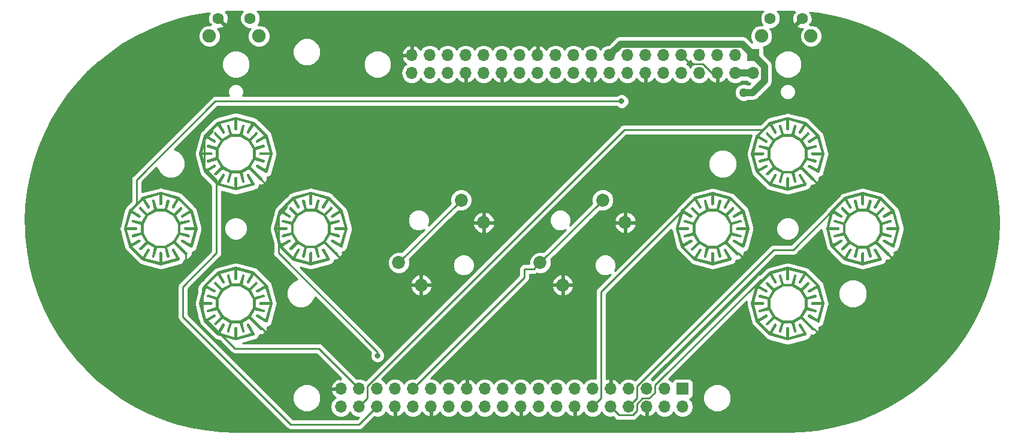
<source format=gbr>
G04 #@! TF.GenerationSoftware,KiCad,Pcbnew,(5.0.2)-1*
G04 #@! TF.CreationDate,2019-10-01T23:20:30-04:00*
G04 #@! TF.ProjectId,gamepad,67616d65-7061-4642-9e6b-696361645f70,rev?*
G04 #@! TF.SameCoordinates,Original*
G04 #@! TF.FileFunction,Copper,L1,Top*
G04 #@! TF.FilePolarity,Positive*
%FSLAX46Y46*%
G04 Gerber Fmt 4.6, Leading zero omitted, Abs format (unit mm)*
G04 Created by KiCad (PCBNEW (5.0.2)-1) date 10/1/2019 11:20:30 PM*
%MOMM*%
%LPD*%
G01*
G04 APERTURE LIST*
G04 #@! TA.AperFunction,ComponentPad*
%ADD10R,1.700000X1.700000*%
G04 #@! TD*
G04 #@! TA.AperFunction,ComponentPad*
%ADD11O,1.700000X1.700000*%
G04 #@! TD*
G04 #@! TA.AperFunction,SMDPad,CuDef*
%ADD12C,0.400000*%
G04 #@! TD*
G04 #@! TA.AperFunction,Conductor*
%ADD13C,0.100000*%
G04 #@! TD*
G04 #@! TA.AperFunction,ComponentPad*
%ADD14C,1.850000*%
G04 #@! TD*
G04 #@! TA.AperFunction,ComponentPad*
%ADD15C,1.600000*%
G04 #@! TD*
G04 #@! TA.AperFunction,ComponentPad*
%ADD16C,1.900000*%
G04 #@! TD*
G04 #@! TA.AperFunction,ViaPad*
%ADD17C,0.800000*%
G04 #@! TD*
G04 #@! TA.AperFunction,ViaPad*
%ADD18C,1.270000*%
G04 #@! TD*
G04 #@! TA.AperFunction,Conductor*
%ADD19C,0.254000*%
G04 #@! TD*
G04 #@! TA.AperFunction,Conductor*
%ADD20C,1.016000*%
G04 #@! TD*
G04 APERTURE END LIST*
D10*
G04 #@! TO.P,JP2,1*
G04 #@! TO.N,/3V3*
X160100000Y-118700000D03*
D11*
G04 #@! TO.P,JP2,2*
G04 #@! TO.N,/5V*
X160100000Y-121240000D03*
G04 #@! TO.P,JP2,3*
G04 #@! TO.N,/SDA*
X157560000Y-118700000D03*
G04 #@! TO.P,JP2,4*
G04 #@! TO.N,/5V*
X157560000Y-121240000D03*
G04 #@! TO.P,JP2,5*
G04 #@! TO.N,/SCK*
X155020000Y-118700000D03*
G04 #@! TO.P,JP2,6*
G04 #@! TO.N,GND*
X155020000Y-121240000D03*
G04 #@! TO.P,JP2,7*
G04 #@! TO.N,/left*
X152480000Y-118700000D03*
G04 #@! TO.P,JP2,8*
G04 #@! TO.N,/a*
X152480000Y-121240000D03*
G04 #@! TO.P,JP2,9*
G04 #@! TO.N,GND*
X149940000Y-118700000D03*
G04 #@! TO.P,JP2,10*
G04 #@! TO.N,/b*
X149940000Y-121240000D03*
G04 #@! TO.P,JP2,11*
G04 #@! TO.N,/GPIO17*
X147400000Y-118700000D03*
G04 #@! TO.P,JP2,12*
G04 #@! TO.N,/y*
X147400000Y-121240000D03*
G04 #@! TO.P,JP2,13*
G04 #@! TO.N,/GPIO27*
X144860000Y-118700000D03*
G04 #@! TO.P,JP2,14*
G04 #@! TO.N,GND*
X144860000Y-121240000D03*
G04 #@! TO.P,JP2,15*
G04 #@! TO.N,/GPIO22*
X142320000Y-118700000D03*
G04 #@! TO.P,JP2,16*
G04 #@! TO.N,/GPIO23*
X142320000Y-121240000D03*
G04 #@! TO.P,JP2,17*
G04 #@! TO.N,/3V3*
X139780000Y-118700000D03*
G04 #@! TO.P,JP2,18*
G04 #@! TO.N,/RT_INT*
X139780000Y-121240000D03*
G04 #@! TO.P,JP2,19*
G04 #@! TO.N,/MOSI*
X137240000Y-118700000D03*
G04 #@! TO.P,JP2,20*
G04 #@! TO.N,GND*
X137240000Y-121240000D03*
G04 #@! TO.P,JP2,21*
G04 #@! TO.N,/MISO*
X134700000Y-118700000D03*
G04 #@! TO.P,JP2,22*
G04 #@! TO.N,/TFT3V*
X134700000Y-121240000D03*
G04 #@! TO.P,JP2,23*
G04 #@! TO.N,/SCLK*
X132160000Y-118700000D03*
G04 #@! TO.P,JP2,24*
G04 #@! TO.N,/TFTCS*
X132160000Y-121240000D03*
G04 #@! TO.P,JP2,25*
G04 #@! TO.N,GND*
X129620000Y-118700000D03*
G04 #@! TO.P,JP2,26*
G04 #@! TO.N,/RT_CS*
X129620000Y-121240000D03*
G04 #@! TO.P,JP2,27*
G04 #@! TO.N,/EEDATA*
X127080000Y-118700000D03*
G04 #@! TO.P,JP2,28*
G04 #@! TO.N,/EECLK*
X127080000Y-121240000D03*
G04 #@! TO.P,JP2,29*
G04 #@! TO.N,Net-(JP2-Pad29)*
X124540000Y-118700000D03*
G04 #@! TO.P,JP2,30*
G04 #@! TO.N,GND*
X124540000Y-121240000D03*
G04 #@! TO.P,JP2,31*
G04 #@! TO.N,Net-(JP2-Pad31)*
X122000000Y-118700000D03*
G04 #@! TO.P,JP2,32*
G04 #@! TO.N,/pin32*
X122000000Y-121240000D03*
G04 #@! TO.P,JP2,33*
G04 #@! TO.N,/pin33*
X119460000Y-118700000D03*
G04 #@! TO.P,JP2,34*
G04 #@! TO.N,GND*
X119460000Y-121240000D03*
G04 #@! TO.P,JP2,35*
G04 #@! TO.N,/right*
X116920000Y-118700000D03*
G04 #@! TO.P,JP2,36*
G04 #@! TO.N,/up*
X116920000Y-121240000D03*
G04 #@! TO.P,JP2,37*
G04 #@! TO.N,/down*
X114380000Y-118700000D03*
G04 #@! TO.P,JP2,38*
G04 #@! TO.N,/x*
X114380000Y-121240000D03*
G04 #@! TO.P,JP2,39*
G04 #@! TO.N,GND*
X111840000Y-118700000D03*
G04 #@! TO.P,JP2,40*
G04 #@! TO.N,Net-(JP2-Pad40)*
X111840000Y-121240000D03*
G04 #@! TD*
D12*
G04 #@! TO.P,SW1,5*
G04 #@! TO.N,/down*
X93559783Y-103216167D03*
D13*
G04 #@! TD*
G04 #@! TO.N,/down*
G04 #@! TO.C,SW1*
G36*
X101455688Y-103984987D02*
X101457080Y-103986566D01*
X101458577Y-103988021D01*
X101461063Y-103990963D01*
X101463705Y-103993738D01*
X101466058Y-103996750D01*
X101468610Y-103999645D01*
X101469841Y-104001350D01*
X101471189Y-104002946D01*
X101473369Y-104006106D01*
X101475735Y-104009134D01*
X101477791Y-104012373D01*
X101480040Y-104015493D01*
X101481096Y-104017306D01*
X101482284Y-104019029D01*
X101484148Y-104022392D01*
X101486205Y-104025632D01*
X101487936Y-104029060D01*
X101489869Y-104032381D01*
X101490741Y-104034284D01*
X101491758Y-104036120D01*
X101493283Y-104039645D01*
X101495015Y-104043074D01*
X101496406Y-104046660D01*
X101498003Y-104050147D01*
X101498684Y-104052127D01*
X101499517Y-104054052D01*
X101500690Y-104057705D01*
X101502081Y-104061291D01*
X101503117Y-104064999D01*
X101504365Y-104068623D01*
X101504850Y-104070661D01*
X101505491Y-104072657D01*
X102175366Y-106572659D01*
X102176070Y-106575360D01*
X102176486Y-106577422D01*
X102177055Y-106579433D01*
X102177736Y-106583214D01*
X102178638Y-106586946D01*
X102179172Y-106590746D01*
X102179932Y-106594515D01*
X102180144Y-106596604D01*
X102180515Y-106598663D01*
X102180823Y-106602488D01*
X102181358Y-106606296D01*
X102181518Y-106610126D01*
X102181907Y-106613954D01*
X102181915Y-106616061D01*
X102182082Y-106618141D01*
X102182015Y-106621977D01*
X102182176Y-106625818D01*
X102181962Y-106629646D01*
X102181975Y-106633495D01*
X102181778Y-106635584D01*
X102181741Y-106637677D01*
X102181298Y-106641505D01*
X102181084Y-106645329D01*
X102180498Y-106649114D01*
X102180136Y-106652948D01*
X102179736Y-106655003D01*
X102179495Y-106657087D01*
X102178684Y-106660842D01*
X102178096Y-106664638D01*
X102177139Y-106668366D01*
X102176407Y-106672129D01*
X102175809Y-106674138D01*
X102175366Y-106676186D01*
X101505490Y-109176187D01*
X101504749Y-109178880D01*
X101502847Y-109184531D01*
X101501180Y-109190196D01*
X101499749Y-109193739D01*
X101498517Y-109197399D01*
X101496072Y-109202838D01*
X101493860Y-109208313D01*
X101492089Y-109211701D01*
X101490507Y-109215221D01*
X101487552Y-109220381D01*
X101484808Y-109225630D01*
X101482703Y-109228847D01*
X101480795Y-109232177D01*
X101477355Y-109237019D01*
X101474107Y-109241980D01*
X101471706Y-109244967D01*
X101469477Y-109248105D01*
X101465581Y-109252586D01*
X101461865Y-109257209D01*
X101459174Y-109259956D01*
X101456657Y-109262852D01*
X101452350Y-109266925D01*
X101448193Y-109271170D01*
X101445250Y-109273640D01*
X101442460Y-109276278D01*
X101437770Y-109279916D01*
X101433225Y-109283729D01*
X101430058Y-109285898D01*
X101427021Y-109288254D01*
X101421989Y-109291423D01*
X101417102Y-109294769D01*
X101413743Y-109296616D01*
X101410486Y-109298666D01*
X101405176Y-109301325D01*
X101399979Y-109304182D01*
X101396449Y-109305696D01*
X101393014Y-109307415D01*
X101387461Y-109309547D01*
X101382020Y-109311879D01*
X101378374Y-109313035D01*
X101374772Y-109314419D01*
X101369028Y-109316001D01*
X101363394Y-109317788D01*
X101359647Y-109318585D01*
X101355934Y-109319607D01*
X101350080Y-109320618D01*
X101344281Y-109321851D01*
X101340465Y-109322279D01*
X101336678Y-109322933D01*
X101330752Y-109323368D01*
X101324863Y-109324028D01*
X101321027Y-109324081D01*
X101317191Y-109324363D01*
X101311254Y-109324218D01*
X101305325Y-109324301D01*
X101301499Y-109323980D01*
X101297657Y-109323886D01*
X101291764Y-109323163D01*
X101285854Y-109322666D01*
X101282080Y-109321974D01*
X101278264Y-109321505D01*
X101272473Y-109320210D01*
X101266635Y-109319139D01*
X101262936Y-109318079D01*
X101259194Y-109317242D01*
X101253567Y-109315392D01*
X101247852Y-109313753D01*
X101244277Y-109312338D01*
X101240631Y-109311139D01*
X101235187Y-109308738D01*
X101229685Y-109306559D01*
X101226285Y-109304812D01*
X101222752Y-109303254D01*
X101217560Y-109300329D01*
X101212305Y-109297628D01*
X99913268Y-108547628D01*
X99910860Y-108546216D01*
X99894584Y-108535403D01*
X99879442Y-108523053D01*
X99865577Y-108509283D01*
X99853122Y-108494228D01*
X99842195Y-108478029D01*
X99832901Y-108460841D01*
X99825329Y-108442827D01*
X99819550Y-108424161D01*
X99815622Y-108405020D01*
X99813579Y-108385588D01*
X99813443Y-108366048D01*
X99815214Y-108346589D01*
X99818876Y-108327395D01*
X99824393Y-108308650D01*
X99831712Y-108290533D01*
X99840765Y-108273217D01*
X99851466Y-108256866D01*
X99863709Y-108241638D01*
X99877380Y-108227677D01*
X99892348Y-108215117D01*
X99908471Y-108204078D01*
X99925594Y-108194664D01*
X99943553Y-108186966D01*
X99962179Y-108181059D01*
X99981292Y-108176996D01*
X100000710Y-108174818D01*
X100020249Y-108174545D01*
X100039719Y-108176180D01*
X100058939Y-108179707D01*
X100077721Y-108185093D01*
X100095888Y-108192287D01*
X100113268Y-108201218D01*
X101186580Y-108820896D01*
X101721535Y-106824422D01*
X100482182Y-106824421D01*
X100479390Y-106824403D01*
X100459887Y-106823176D01*
X100440599Y-106820051D01*
X100421708Y-106815060D01*
X100403394Y-106808249D01*
X100385831Y-106799683D01*
X100369189Y-106789445D01*
X100353624Y-106777631D01*
X100339286Y-106764355D01*
X100326313Y-106749743D01*
X100314829Y-106733935D01*
X100304940Y-106717080D01*
X100296744Y-106699342D01*
X100290319Y-106680889D01*
X100285724Y-106661898D01*
X100283004Y-106642548D01*
X100282186Y-106623026D01*
X100283277Y-106603516D01*
X100286266Y-106584206D01*
X100291126Y-106565279D01*
X100297809Y-106546919D01*
X100306251Y-106529297D01*
X100316374Y-106512583D01*
X100328078Y-106496937D01*
X100341255Y-106482507D01*
X100355776Y-106469433D01*
X100371504Y-106457837D01*
X100388288Y-106447832D01*
X100405968Y-106439513D01*
X100424376Y-106432958D01*
X100443335Y-106428231D01*
X100462665Y-106425376D01*
X100482182Y-106424422D01*
X101721535Y-106424423D01*
X101186581Y-104427948D01*
X100113268Y-105047627D01*
X100110840Y-105049006D01*
X100093338Y-105057695D01*
X100075072Y-105064633D01*
X100056215Y-105069756D01*
X100036949Y-105073014D01*
X100017456Y-105074378D01*
X99997924Y-105073832D01*
X99978538Y-105071383D01*
X99959484Y-105067054D01*
X99940943Y-105060886D01*
X99923092Y-105052939D01*
X99906102Y-105043287D01*
X99890136Y-105032024D01*
X99875344Y-105019255D01*
X99861869Y-105005105D01*
X99849839Y-104989709D01*
X99839369Y-104973210D01*
X99830559Y-104955768D01*
X99823493Y-104937551D01*
X99818237Y-104918731D01*
X99814845Y-104899488D01*
X99813346Y-104880006D01*
X99813755Y-104860470D01*
X99816068Y-104841068D01*
X99820265Y-104821984D01*
X99826303Y-104803400D01*
X99834126Y-104785495D01*
X99843659Y-104768438D01*
X99854810Y-104752393D01*
X99867475Y-104737512D01*
X99881530Y-104723939D01*
X99896844Y-104711802D01*
X99913268Y-104701216D01*
X100986581Y-104081538D01*
X99525063Y-102620022D01*
X98905386Y-103693334D01*
X98903973Y-103695742D01*
X98893160Y-103712019D01*
X98880810Y-103727160D01*
X98867041Y-103741025D01*
X98851986Y-103753480D01*
X98835786Y-103764407D01*
X98818598Y-103773701D01*
X98800585Y-103781273D01*
X98781919Y-103787052D01*
X98762778Y-103790980D01*
X98743346Y-103793023D01*
X98723805Y-103793159D01*
X98704346Y-103791388D01*
X98685152Y-103787726D01*
X98666408Y-103782209D01*
X98648291Y-103774890D01*
X98630974Y-103765837D01*
X98614624Y-103755137D01*
X98599395Y-103742894D01*
X98585434Y-103729222D01*
X98572875Y-103714254D01*
X98561835Y-103698131D01*
X98552421Y-103681008D01*
X98544725Y-103663049D01*
X98538816Y-103644423D01*
X98534753Y-103625310D01*
X98532576Y-103605892D01*
X98532303Y-103586354D01*
X98533938Y-103566883D01*
X98537465Y-103547664D01*
X98542851Y-103528881D01*
X98550045Y-103510714D01*
X98558976Y-103493334D01*
X99178654Y-102420022D01*
X97182179Y-101885067D01*
X97182180Y-103124419D01*
X97182161Y-103127212D01*
X97180933Y-103146714D01*
X97177810Y-103166001D01*
X97172818Y-103184894D01*
X97166007Y-103203208D01*
X97157440Y-103220770D01*
X97147203Y-103237413D01*
X97135389Y-103252978D01*
X97122113Y-103267314D01*
X97107500Y-103280287D01*
X97091693Y-103291773D01*
X97074839Y-103301660D01*
X97057101Y-103309857D01*
X97038648Y-103316282D01*
X97019656Y-103320876D01*
X97000307Y-103323596D01*
X96980783Y-103324414D01*
X96961274Y-103323323D01*
X96941964Y-103320335D01*
X96923038Y-103315475D01*
X96904677Y-103308792D01*
X96887055Y-103300350D01*
X96870341Y-103290228D01*
X96854695Y-103278523D01*
X96840266Y-103265347D01*
X96827191Y-103250826D01*
X96815595Y-103235098D01*
X96805590Y-103218314D01*
X96797271Y-103200634D01*
X96790716Y-103182225D01*
X96785989Y-103163267D01*
X96783135Y-103143936D01*
X96782180Y-103124419D01*
X96782180Y-101885067D01*
X94785706Y-102420022D01*
X95405384Y-103493334D01*
X95406764Y-103495762D01*
X95415452Y-103513264D01*
X95422391Y-103531530D01*
X95427513Y-103550387D01*
X95430771Y-103569653D01*
X95432135Y-103589146D01*
X95431589Y-103608678D01*
X95429141Y-103628064D01*
X95424812Y-103647118D01*
X95418644Y-103665659D01*
X95410696Y-103683509D01*
X95401044Y-103700500D01*
X95389781Y-103716466D01*
X95377013Y-103731258D01*
X95362862Y-103744733D01*
X95347466Y-103756763D01*
X95330967Y-103767233D01*
X95313526Y-103776044D01*
X95295309Y-103783110D01*
X95276488Y-103788365D01*
X95257246Y-103791757D01*
X95237763Y-103793257D01*
X95218228Y-103792847D01*
X95198825Y-103790534D01*
X95179741Y-103786338D01*
X95161158Y-103780300D01*
X95143252Y-103772476D01*
X95126195Y-103762944D01*
X95110150Y-103751792D01*
X95095270Y-103739128D01*
X95081696Y-103725072D01*
X95069559Y-103709759D01*
X95058974Y-103693334D01*
X94439297Y-102620022D01*
X92977780Y-104081539D01*
X94051091Y-104701216D01*
X94053500Y-104702629D01*
X94069776Y-104713442D01*
X94084917Y-104725792D01*
X94098783Y-104739561D01*
X94111237Y-104754616D01*
X94122165Y-104770816D01*
X94131458Y-104788004D01*
X94139031Y-104806017D01*
X94144809Y-104824684D01*
X94148737Y-104843824D01*
X94150780Y-104863256D01*
X94150916Y-104882797D01*
X94149145Y-104902256D01*
X94145484Y-104921450D01*
X94139966Y-104940194D01*
X94132647Y-104958311D01*
X94123595Y-104975628D01*
X94112894Y-104991979D01*
X94100651Y-105007207D01*
X94086980Y-105021168D01*
X94072012Y-105033728D01*
X94055888Y-105044767D01*
X94038766Y-105054181D01*
X94020806Y-105061878D01*
X94002181Y-105067786D01*
X93983068Y-105071849D01*
X93963650Y-105074026D01*
X93944111Y-105074299D01*
X93924640Y-105072665D01*
X93905421Y-105069137D01*
X93886638Y-105063751D01*
X93868471Y-105056557D01*
X93851092Y-105047627D01*
X92777779Y-104427949D01*
X92242824Y-106424423D01*
X93482177Y-106424422D01*
X93484969Y-106424441D01*
X93504471Y-106425669D01*
X93523759Y-106428792D01*
X93542651Y-106433784D01*
X93560965Y-106440595D01*
X93578528Y-106449162D01*
X93595170Y-106459399D01*
X93610735Y-106471214D01*
X93625072Y-106484489D01*
X93638045Y-106499102D01*
X93649530Y-106514909D01*
X93659418Y-106531763D01*
X93667614Y-106549501D01*
X93674039Y-106567954D01*
X93678634Y-106586946D01*
X93681354Y-106606295D01*
X93682172Y-106625819D01*
X93681081Y-106645329D01*
X93678093Y-106664638D01*
X93673233Y-106683564D01*
X93666550Y-106701926D01*
X93658108Y-106719547D01*
X93647985Y-106736261D01*
X93636281Y-106751907D01*
X93623104Y-106766337D01*
X93608583Y-106779411D01*
X93592855Y-106791007D01*
X93576071Y-106801012D01*
X93558391Y-106809332D01*
X93539983Y-106815886D01*
X93521024Y-106820613D01*
X93501693Y-106823467D01*
X93482177Y-106824423D01*
X92242824Y-106824422D01*
X92777779Y-108820896D01*
X93851092Y-108201218D01*
X93853519Y-108199839D01*
X93871021Y-108191150D01*
X93889288Y-108184212D01*
X93908145Y-108179089D01*
X93927411Y-108175831D01*
X93946903Y-108174467D01*
X93966435Y-108175013D01*
X93985822Y-108177462D01*
X94004876Y-108181790D01*
X94023417Y-108187959D01*
X94041267Y-108195906D01*
X94058257Y-108205558D01*
X94074224Y-108216821D01*
X94089016Y-108229589D01*
X94102490Y-108243740D01*
X94114520Y-108259136D01*
X94124990Y-108275635D01*
X94133801Y-108293076D01*
X94140867Y-108311294D01*
X94146122Y-108330114D01*
X94149514Y-108349356D01*
X94151014Y-108368839D01*
X94150605Y-108388375D01*
X94148291Y-108407778D01*
X94144095Y-108426861D01*
X94138057Y-108445444D01*
X94130234Y-108463350D01*
X94120701Y-108480407D01*
X94109549Y-108496452D01*
X94096885Y-108511333D01*
X94082829Y-108524906D01*
X94067516Y-108537043D01*
X94051091Y-108547628D01*
X92977780Y-109167306D01*
X94439296Y-110628823D01*
X95058974Y-109555511D01*
X95060387Y-109553102D01*
X95071200Y-109536826D01*
X95083549Y-109521685D01*
X95097319Y-109507819D01*
X95112375Y-109495364D01*
X95128574Y-109484437D01*
X95145761Y-109475144D01*
X95163775Y-109467571D01*
X95182441Y-109461793D01*
X95201582Y-109457864D01*
X95221014Y-109455821D01*
X95240555Y-109455686D01*
X95260013Y-109457457D01*
X95279207Y-109461118D01*
X95297952Y-109466636D01*
X95316069Y-109473955D01*
X95333386Y-109483008D01*
X95349736Y-109493708D01*
X95364964Y-109505951D01*
X95378926Y-109519622D01*
X95391485Y-109534590D01*
X95402524Y-109550714D01*
X95411938Y-109567836D01*
X95419636Y-109585795D01*
X95425544Y-109604421D01*
X95429607Y-109623534D01*
X95431784Y-109642952D01*
X95432057Y-109662491D01*
X95430422Y-109681962D01*
X95426895Y-109701181D01*
X95421509Y-109719964D01*
X95414315Y-109738130D01*
X95405384Y-109755510D01*
X94785705Y-110828823D01*
X96782180Y-111363778D01*
X96782180Y-110124423D01*
X96782199Y-110121632D01*
X96783426Y-110102129D01*
X96786550Y-110082841D01*
X96791542Y-110063950D01*
X96798353Y-110045636D01*
X96806918Y-110028072D01*
X96817157Y-110011431D01*
X96828971Y-109995866D01*
X96842246Y-109981529D01*
X96856859Y-109968555D01*
X96872667Y-109957070D01*
X96889521Y-109947182D01*
X96907259Y-109938986D01*
X96925712Y-109932560D01*
X96944704Y-109927966D01*
X96964053Y-109925246D01*
X96983576Y-109924428D01*
X97003085Y-109925519D01*
X97022396Y-109928508D01*
X97041322Y-109933367D01*
X97059682Y-109940050D01*
X97077305Y-109948493D01*
X97094019Y-109958615D01*
X97109665Y-109970320D01*
X97124094Y-109983496D01*
X97137168Y-109998018D01*
X97148764Y-110013746D01*
X97158770Y-110030530D01*
X97167089Y-110048209D01*
X97173644Y-110066617D01*
X97178371Y-110085576D01*
X97181225Y-110104906D01*
X97182179Y-110124423D01*
X97182179Y-111363778D01*
X99178654Y-110828823D01*
X98558976Y-109755510D01*
X98557596Y-109753083D01*
X98548907Y-109735581D01*
X98541969Y-109717315D01*
X98536847Y-109698457D01*
X98533588Y-109679192D01*
X98532224Y-109659699D01*
X98532770Y-109640167D01*
X98535219Y-109620780D01*
X98539548Y-109601727D01*
X98545716Y-109583186D01*
X98553663Y-109565335D01*
X98563315Y-109548344D01*
X98574579Y-109532379D01*
X98587347Y-109517587D01*
X98601497Y-109504112D01*
X98616893Y-109492082D01*
X98633392Y-109481612D01*
X98650834Y-109472801D01*
X98669051Y-109465735D01*
X98687871Y-109460480D01*
X98707114Y-109457088D01*
X98726597Y-109455588D01*
X98746132Y-109455998D01*
X98765534Y-109458311D01*
X98784618Y-109462507D01*
X98803202Y-109468545D01*
X98821107Y-109476369D01*
X98838165Y-109485901D01*
X98854210Y-109497053D01*
X98869090Y-109509717D01*
X98882664Y-109523773D01*
X98894800Y-109539086D01*
X98905386Y-109555511D01*
X99655386Y-110854548D01*
X99656765Y-110856975D01*
X99659412Y-110862308D01*
X99662244Y-110867501D01*
X99663739Y-110871024D01*
X99665453Y-110874477D01*
X99667566Y-110880037D01*
X99669879Y-110885487D01*
X99671025Y-110889147D01*
X99672392Y-110892744D01*
X99673949Y-110898477D01*
X99675722Y-110904133D01*
X99676508Y-110907895D01*
X99677515Y-110911601D01*
X99678503Y-110917446D01*
X99679718Y-110923261D01*
X99680134Y-110927089D01*
X99680773Y-110930867D01*
X99681186Y-110936764D01*
X99681829Y-110942687D01*
X99681870Y-110946540D01*
X99682137Y-110950360D01*
X99681971Y-110956278D01*
X99682034Y-110962225D01*
X99681698Y-110966059D01*
X99681591Y-110969891D01*
X99680848Y-110975774D01*
X99680330Y-110981691D01*
X99679624Y-110985467D01*
X99679142Y-110989278D01*
X99677830Y-110995055D01*
X99676737Y-111000897D01*
X99675663Y-111004595D01*
X99674813Y-111008332D01*
X99672943Y-111013952D01*
X99671285Y-111019661D01*
X99669855Y-111023235D01*
X99668645Y-111026873D01*
X99666240Y-111032275D01*
X99664029Y-111037804D01*
X99662253Y-111041230D01*
X99660697Y-111044723D01*
X99657780Y-111049859D01*
X99655036Y-111055151D01*
X99652936Y-111058386D01*
X99651045Y-111061713D01*
X99647632Y-111066552D01*
X99644394Y-111071539D01*
X99641996Y-111074542D01*
X99639783Y-111077680D01*
X99635904Y-111082173D01*
X99632202Y-111086810D01*
X99629523Y-111089566D01*
X99627014Y-111092472D01*
X99622734Y-111096547D01*
X99618581Y-111100819D01*
X99615629Y-111103313D01*
X99612864Y-111105946D01*
X99608201Y-111109589D01*
X99603656Y-111113430D01*
X99600496Y-111115610D01*
X99597468Y-111117976D01*
X99592456Y-111121157D01*
X99587572Y-111124526D01*
X99584209Y-111126390D01*
X99580969Y-111128447D01*
X99575677Y-111131119D01*
X99570482Y-111133999D01*
X99566956Y-111135525D01*
X99563528Y-111137257D01*
X99557992Y-111139405D01*
X99552550Y-111141759D01*
X99548897Y-111142932D01*
X99545310Y-111144323D01*
X99539583Y-111145923D01*
X99533944Y-111147733D01*
X97033944Y-111817608D01*
X97031242Y-111818313D01*
X97029181Y-111818728D01*
X97027169Y-111819298D01*
X97023394Y-111819977D01*
X97019656Y-111820881D01*
X97015856Y-111821415D01*
X97012087Y-111822175D01*
X97009988Y-111822388D01*
X97007938Y-111822757D01*
X97004124Y-111823064D01*
X97000307Y-111823600D01*
X96996476Y-111823761D01*
X96992648Y-111824150D01*
X96990541Y-111824157D01*
X96988461Y-111824324D01*
X96984625Y-111824257D01*
X96980784Y-111824418D01*
X96976944Y-111824204D01*
X96973107Y-111824217D01*
X96971025Y-111824020D01*
X96968925Y-111823984D01*
X96965107Y-111823542D01*
X96961274Y-111823327D01*
X96957478Y-111822741D01*
X96953654Y-111822378D01*
X96951592Y-111821978D01*
X96949514Y-111821737D01*
X96945769Y-111820927D01*
X96941964Y-111820338D01*
X96938237Y-111819382D01*
X96934473Y-111818650D01*
X96932464Y-111818051D01*
X96930416Y-111817608D01*
X94430415Y-111147734D01*
X94427722Y-111146993D01*
X94425731Y-111146323D01*
X94423703Y-111145810D01*
X94420077Y-111144503D01*
X94416405Y-111143423D01*
X94412860Y-111141990D01*
X94409203Y-111140760D01*
X94407282Y-111139897D01*
X94405319Y-111139190D01*
X94401856Y-111137546D01*
X94398288Y-111136104D01*
X94394889Y-111134328D01*
X94391380Y-111132751D01*
X94389553Y-111131704D01*
X94387668Y-111130809D01*
X94384379Y-111128833D01*
X94380972Y-111127051D01*
X94377755Y-111124946D01*
X94374424Y-111123039D01*
X94372720Y-111121828D01*
X94370919Y-111120745D01*
X94367829Y-111118449D01*
X94364621Y-111116351D01*
X94361634Y-111113949D01*
X94358497Y-111111720D01*
X94356912Y-111110342D01*
X94355233Y-111109095D01*
X94352390Y-111106518D01*
X94349393Y-111104108D01*
X94346646Y-111101417D01*
X94343749Y-111098900D01*
X94342310Y-111097378D01*
X94340757Y-111095970D01*
X92510633Y-109265845D01*
X92508672Y-109263857D01*
X92507288Y-109262287D01*
X92505783Y-109260823D01*
X92503289Y-109257871D01*
X92500656Y-109255106D01*
X92498303Y-109252094D01*
X92495750Y-109249199D01*
X92494520Y-109247494D01*
X92493172Y-109245898D01*
X92490992Y-109242738D01*
X92488626Y-109239711D01*
X92486570Y-109236471D01*
X92484320Y-109233352D01*
X92483265Y-109231538D01*
X92482076Y-109229815D01*
X92480212Y-109226452D01*
X92478156Y-109223212D01*
X92476424Y-109219784D01*
X92474491Y-109216463D01*
X92473620Y-109214560D01*
X92472603Y-109212725D01*
X92471077Y-109209199D01*
X92469345Y-109205770D01*
X92467954Y-109202184D01*
X92466358Y-109198697D01*
X92465676Y-109196717D01*
X92464843Y-109194792D01*
X92463671Y-109191139D01*
X92462279Y-109187553D01*
X92461244Y-109183845D01*
X92459996Y-109180221D01*
X92459511Y-109178183D01*
X92458869Y-109176187D01*
X91788994Y-106676186D01*
X91788290Y-106673485D01*
X91787875Y-106671427D01*
X91787305Y-106669413D01*
X91786624Y-106665630D01*
X91785721Y-106661898D01*
X91785188Y-106658099D01*
X91784427Y-106654329D01*
X91784215Y-106652241D01*
X91783845Y-106650182D01*
X91783537Y-106646357D01*
X91783002Y-106642549D01*
X91782841Y-106638719D01*
X91782452Y-106634890D01*
X91782445Y-106632785D01*
X91782278Y-106630704D01*
X91782345Y-106626868D01*
X91782184Y-106623027D01*
X91782399Y-106619187D01*
X91782385Y-106615350D01*
X91782582Y-106613268D01*
X91782619Y-106611168D01*
X91783061Y-106607349D01*
X91783275Y-106603517D01*
X91783862Y-106599721D01*
X91784224Y-106595897D01*
X91784623Y-106593841D01*
X91784864Y-106591758D01*
X91785676Y-106588004D01*
X91786264Y-106584206D01*
X91787220Y-106580479D01*
X91787952Y-106576715D01*
X91788551Y-106574707D01*
X91788994Y-106572659D01*
X92458869Y-104072658D01*
X92459610Y-104069965D01*
X92460280Y-104067975D01*
X92460793Y-104065947D01*
X92462099Y-104062320D01*
X92463180Y-104058649D01*
X92464612Y-104055103D01*
X92465843Y-104051446D01*
X92466706Y-104049526D01*
X92467413Y-104047563D01*
X92469057Y-104044099D01*
X92470498Y-104040531D01*
X92472275Y-104037132D01*
X92473852Y-104033623D01*
X92474899Y-104031796D01*
X92475794Y-104029911D01*
X92477770Y-104026622D01*
X92479552Y-104023215D01*
X92481657Y-104019998D01*
X92483564Y-104016668D01*
X92484775Y-104014964D01*
X92485858Y-104013163D01*
X92488153Y-104010072D01*
X92490252Y-104006864D01*
X92492654Y-104003878D01*
X92494883Y-104000740D01*
X92496261Y-103999156D01*
X92497508Y-103997476D01*
X92500085Y-103994633D01*
X92502495Y-103991636D01*
X92505186Y-103988889D01*
X92507703Y-103985993D01*
X92509225Y-103984553D01*
X92510633Y-103983000D01*
X92711518Y-103782115D01*
X92711255Y-103781852D01*
X94125468Y-102367639D01*
X94125731Y-102367902D01*
X94340758Y-102152876D01*
X94342745Y-102150915D01*
X94344324Y-102149523D01*
X94345780Y-102148026D01*
X94348721Y-102145540D01*
X94351496Y-102142898D01*
X94354508Y-102140545D01*
X94357403Y-102137993D01*
X94359109Y-102136762D01*
X94360704Y-102135414D01*
X94363864Y-102133234D01*
X94366892Y-102130868D01*
X94370132Y-102128812D01*
X94373251Y-102126563D01*
X94375064Y-102125507D01*
X94376788Y-102124318D01*
X94380151Y-102122455D01*
X94383391Y-102120398D01*
X94386818Y-102118667D01*
X94390139Y-102116734D01*
X94392042Y-102115862D01*
X94393878Y-102114845D01*
X94397403Y-102113319D01*
X94400832Y-102111588D01*
X94404418Y-102110197D01*
X94407905Y-102108600D01*
X94409885Y-102107919D01*
X94411810Y-102107086D01*
X94415463Y-102105913D01*
X94419049Y-102104522D01*
X94422757Y-102103486D01*
X94426381Y-102102238D01*
X94428419Y-102101753D01*
X94430415Y-102101112D01*
X96930416Y-101431236D01*
X96933117Y-101430532D01*
X96935179Y-101430116D01*
X96937191Y-101429547D01*
X96940969Y-101428868D01*
X96944704Y-101427964D01*
X96948503Y-101427430D01*
X96952273Y-101426670D01*
X96954362Y-101426458D01*
X96956421Y-101426087D01*
X96960245Y-101425780D01*
X96964053Y-101425244D01*
X96967884Y-101425084D01*
X96971712Y-101424695D01*
X96973818Y-101424688D01*
X96975899Y-101424520D01*
X96979735Y-101424588D01*
X96983576Y-101424426D01*
X96987415Y-101424641D01*
X96991253Y-101424628D01*
X96993334Y-101424824D01*
X96995435Y-101424861D01*
X96999254Y-101425303D01*
X97003085Y-101425517D01*
X97006881Y-101426104D01*
X97010705Y-101426466D01*
X97012761Y-101426866D01*
X97014845Y-101427107D01*
X97018598Y-101427919D01*
X97022396Y-101428506D01*
X97026123Y-101429463D01*
X97029887Y-101430195D01*
X97031895Y-101430793D01*
X97033944Y-101431236D01*
X99533944Y-102101112D01*
X99536637Y-102101853D01*
X99538628Y-102102523D01*
X99540655Y-102103036D01*
X99544282Y-102104342D01*
X99547954Y-102105422D01*
X99551499Y-102106855D01*
X99555156Y-102108085D01*
X99557077Y-102108948D01*
X99559040Y-102109655D01*
X99562503Y-102111300D01*
X99566071Y-102112741D01*
X99569470Y-102114518D01*
X99572979Y-102116095D01*
X99574806Y-102117141D01*
X99576691Y-102118037D01*
X99579980Y-102120013D01*
X99583387Y-102121794D01*
X99586604Y-102123899D01*
X99589934Y-102125807D01*
X99591639Y-102127017D01*
X99593440Y-102128100D01*
X99596530Y-102130396D01*
X99599738Y-102132495D01*
X99602725Y-102134896D01*
X99605862Y-102137126D01*
X99607447Y-102138504D01*
X99609126Y-102139750D01*
X99611969Y-102142328D01*
X99614966Y-102144738D01*
X99617713Y-102147428D01*
X99620609Y-102149945D01*
X99622049Y-102151467D01*
X99623602Y-102152876D01*
X101453727Y-103983000D01*
X101455688Y-103984987D01*
X101455688Y-103984987D01*
G37*
D12*
G04 #@! TO.P,SW1,6*
G04 #@! TO.N,GND*
X100517714Y-110159955D03*
D13*
G04 #@! TD*
G04 #@! TO.N,GND*
G04 #@! TO.C,SW1*
G36*
X100001392Y-103634775D02*
X100012932Y-103650543D01*
X100022879Y-103667361D01*
X100031137Y-103685070D01*
X100037627Y-103703501D01*
X100042289Y-103722477D01*
X100045075Y-103741817D01*
X100045961Y-103761337D01*
X100044939Y-103780850D01*
X100042016Y-103800170D01*
X100037224Y-103819114D01*
X100030604Y-103837498D01*
X100022223Y-103855149D01*
X100012160Y-103871898D01*
X100000509Y-103887584D01*
X99987384Y-103902060D01*
X99141306Y-104748138D01*
X99686653Y-105692706D01*
X100842416Y-105383019D01*
X100845117Y-105382314D01*
X100864273Y-105378452D01*
X100883712Y-105376477D01*
X100903252Y-105376409D01*
X100922705Y-105378249D01*
X100941887Y-105381977D01*
X100960611Y-105387559D01*
X100978704Y-105394942D01*
X100995988Y-105404055D01*
X101012301Y-105414812D01*
X101027486Y-105427108D01*
X101041399Y-105440828D01*
X101053907Y-105455841D01*
X101064890Y-105472003D01*
X101074243Y-105489158D01*
X101081878Y-105507144D01*
X101087721Y-105525789D01*
X101091717Y-105544917D01*
X101093827Y-105564343D01*
X101094032Y-105583882D01*
X101092329Y-105603347D01*
X101088735Y-105622554D01*
X101083284Y-105641317D01*
X101076028Y-105659460D01*
X101067035Y-105676808D01*
X101056392Y-105693195D01*
X101044202Y-105708466D01*
X101030579Y-105722475D01*
X101015655Y-105735087D01*
X100999571Y-105746182D01*
X100982481Y-105755656D01*
X100964549Y-105763415D01*
X100945944Y-105769389D01*
X99790180Y-106079076D01*
X99790180Y-107169767D01*
X100945945Y-107479453D01*
X100948637Y-107480194D01*
X100967157Y-107486427D01*
X100984979Y-107494437D01*
X101001935Y-107504148D01*
X101017863Y-107515467D01*
X101032610Y-107528287D01*
X101046035Y-107542483D01*
X101058012Y-107557923D01*
X101068424Y-107574457D01*
X101077173Y-107591929D01*
X101084176Y-107610170D01*
X101089365Y-107629010D01*
X101092690Y-107648264D01*
X101094121Y-107667752D01*
X101093644Y-107687286D01*
X101091263Y-107706680D01*
X101087001Y-107725749D01*
X101080897Y-107744312D01*
X101073011Y-107762191D01*
X101063420Y-107779213D01*
X101052212Y-107795220D01*
X101039496Y-107810056D01*
X101025393Y-107823580D01*
X101010038Y-107835665D01*
X100993576Y-107846191D01*
X100976166Y-107855062D01*
X100957973Y-107862192D01*
X100939172Y-107867513D01*
X100919940Y-107870973D01*
X100900462Y-107872540D01*
X100880926Y-107872199D01*
X100861516Y-107869953D01*
X100842417Y-107865823D01*
X99686653Y-107556138D01*
X99141306Y-108500704D01*
X100800557Y-110159955D01*
X100517714Y-110442798D01*
X98858463Y-108783547D01*
X97913897Y-109328894D01*
X98223583Y-110484658D01*
X98224287Y-110487360D01*
X98228150Y-110506514D01*
X98230124Y-110525954D01*
X98230192Y-110545494D01*
X98228353Y-110564947D01*
X98224625Y-110584129D01*
X98219043Y-110602854D01*
X98211660Y-110620945D01*
X98202547Y-110638231D01*
X98191790Y-110654543D01*
X98179494Y-110669729D01*
X98165773Y-110683642D01*
X98150761Y-110696149D01*
X98134600Y-110707133D01*
X98117444Y-110716485D01*
X98099458Y-110724120D01*
X98080812Y-110729964D01*
X98061685Y-110733959D01*
X98042259Y-110736070D01*
X98022720Y-110736275D01*
X98003256Y-110734572D01*
X97984049Y-110730978D01*
X97965284Y-110725527D01*
X97947142Y-110718270D01*
X97929794Y-110709277D01*
X97913406Y-110698635D01*
X97898136Y-110686443D01*
X97884127Y-110672822D01*
X97871515Y-110657897D01*
X97860419Y-110641813D01*
X97850946Y-110624723D01*
X97843187Y-110606791D01*
X97837213Y-110588185D01*
X97527527Y-109432421D01*
X96436833Y-109432421D01*
X96127147Y-110588185D01*
X96126406Y-110590878D01*
X96120174Y-110609397D01*
X96112164Y-110627220D01*
X96102452Y-110644175D01*
X96091134Y-110660103D01*
X96078314Y-110674850D01*
X96064117Y-110688276D01*
X96048678Y-110700252D01*
X96032143Y-110710665D01*
X96014671Y-110719414D01*
X95996429Y-110726417D01*
X95977591Y-110731606D01*
X95958335Y-110734931D01*
X95938848Y-110736362D01*
X95919314Y-110735884D01*
X95899921Y-110733503D01*
X95880851Y-110729241D01*
X95862288Y-110723137D01*
X95844410Y-110715253D01*
X95827386Y-110705661D01*
X95811381Y-110694453D01*
X95796544Y-110681737D01*
X95783020Y-110667634D01*
X95770936Y-110652278D01*
X95760409Y-110635817D01*
X95751538Y-110618407D01*
X95744409Y-110600213D01*
X95739088Y-110581412D01*
X95735628Y-110562181D01*
X95734060Y-110542703D01*
X95734402Y-110523167D01*
X95736648Y-110503757D01*
X95740777Y-110484658D01*
X96050463Y-109328893D01*
X95105897Y-108783547D01*
X94259819Y-109629625D01*
X94257831Y-109631586D01*
X94243174Y-109644508D01*
X94227326Y-109655938D01*
X94210437Y-109665767D01*
X94192671Y-109673900D01*
X94174195Y-109680262D01*
X94155188Y-109684791D01*
X94135829Y-109687443D01*
X94116303Y-109688193D01*
X94096798Y-109687034D01*
X94077499Y-109683977D01*
X94058589Y-109679052D01*
X94040251Y-109672304D01*
X94022659Y-109663800D01*
X94005981Y-109653619D01*
X93990376Y-109641861D01*
X93975993Y-109628634D01*
X93962968Y-109614067D01*
X93951428Y-109598299D01*
X93941481Y-109581481D01*
X93933223Y-109563772D01*
X93926733Y-109545341D01*
X93922072Y-109526365D01*
X93919285Y-109507025D01*
X93918399Y-109487506D01*
X93919421Y-109467992D01*
X93922344Y-109448672D01*
X93927137Y-109429729D01*
X93933756Y-109411345D01*
X93942137Y-109393693D01*
X93952201Y-109376945D01*
X93963851Y-109361258D01*
X93976976Y-109346782D01*
X94823054Y-108500704D01*
X94277707Y-107556138D01*
X93121943Y-107865824D01*
X93119242Y-107866528D01*
X93100087Y-107870391D01*
X93080648Y-107872366D01*
X93061107Y-107872433D01*
X93041654Y-107870594D01*
X93022473Y-107866866D01*
X93003748Y-107861284D01*
X92985656Y-107853901D01*
X92968371Y-107844788D01*
X92952058Y-107834031D01*
X92936874Y-107821735D01*
X92922960Y-107808015D01*
X92910452Y-107793002D01*
X92899469Y-107776840D01*
X92890116Y-107759685D01*
X92882481Y-107741699D01*
X92876638Y-107723054D01*
X92872642Y-107703926D01*
X92870532Y-107684499D01*
X92870327Y-107664961D01*
X92872030Y-107645496D01*
X92875624Y-107626289D01*
X92881076Y-107607525D01*
X92888332Y-107589383D01*
X92897325Y-107572035D01*
X92907967Y-107555647D01*
X92920158Y-107540377D01*
X92933780Y-107526368D01*
X92948704Y-107513756D01*
X92964788Y-107502660D01*
X92981878Y-107493187D01*
X92999811Y-107485428D01*
X93018416Y-107479454D01*
X94174181Y-107169767D01*
X94174181Y-106079075D01*
X93018417Y-105769388D01*
X93015725Y-105768647D01*
X92997206Y-105762415D01*
X92979383Y-105754405D01*
X92962427Y-105744693D01*
X92946500Y-105733375D01*
X92931752Y-105720555D01*
X92918327Y-105706359D01*
X92906350Y-105690919D01*
X92895938Y-105674384D01*
X92887189Y-105656912D01*
X92880186Y-105638670D01*
X92874998Y-105619831D01*
X92871672Y-105600576D01*
X92870241Y-105581089D01*
X92870718Y-105561555D01*
X92873099Y-105542162D01*
X92877362Y-105523092D01*
X92883465Y-105504529D01*
X92891351Y-105486651D01*
X92900943Y-105469627D01*
X92912150Y-105453622D01*
X92924866Y-105438785D01*
X92938970Y-105425261D01*
X92954325Y-105413177D01*
X92970787Y-105402650D01*
X92988197Y-105393779D01*
X93006389Y-105386650D01*
X93025192Y-105381329D01*
X93044422Y-105377869D01*
X93063900Y-105376302D01*
X93083436Y-105376643D01*
X93102846Y-105378889D01*
X93121945Y-105383018D01*
X94277708Y-105692705D01*
X94823054Y-104748138D01*
X93976976Y-103902060D01*
X93975015Y-103900072D01*
X93962093Y-103885415D01*
X93950663Y-103869567D01*
X93940835Y-103852678D01*
X93932701Y-103834912D01*
X93926339Y-103816436D01*
X93921811Y-103797429D01*
X93919158Y-103778070D01*
X93918408Y-103758544D01*
X93919567Y-103739039D01*
X93922624Y-103719740D01*
X93927550Y-103700830D01*
X93934297Y-103682492D01*
X93942801Y-103664900D01*
X93952982Y-103648222D01*
X93964740Y-103632617D01*
X93977022Y-103619263D01*
X95219402Y-104861643D01*
X94574180Y-105979200D01*
X94574180Y-107269643D01*
X95219402Y-108387199D01*
X96336958Y-109032422D01*
X97627402Y-109032421D01*
X98744958Y-108387199D01*
X99390181Y-107269643D01*
X99390181Y-105979201D01*
X98744958Y-104861643D01*
X97627401Y-104216421D01*
X96336959Y-104216421D01*
X95219402Y-104861643D01*
X93977022Y-103619263D01*
X93977967Y-103618234D01*
X93992534Y-103605209D01*
X94008302Y-103593669D01*
X94025120Y-103583722D01*
X94042829Y-103575464D01*
X94061260Y-103568974D01*
X94080236Y-103564313D01*
X94099576Y-103561526D01*
X94119096Y-103560640D01*
X94138609Y-103561662D01*
X94157929Y-103564585D01*
X94176873Y-103569378D01*
X94195257Y-103575997D01*
X94212908Y-103584378D01*
X94229657Y-103594442D01*
X94245343Y-103606092D01*
X94259819Y-103619217D01*
X95105897Y-104465295D01*
X96050464Y-103919949D01*
X95740778Y-102764185D01*
X95740073Y-102761484D01*
X95736211Y-102742328D01*
X95734236Y-102722889D01*
X95734169Y-102703349D01*
X95736008Y-102683896D01*
X95739736Y-102664714D01*
X95745318Y-102645990D01*
X95752701Y-102627897D01*
X95761814Y-102610613D01*
X95772571Y-102594300D01*
X95784867Y-102579116D01*
X95798587Y-102565202D01*
X95813600Y-102552694D01*
X95829762Y-102541711D01*
X95846917Y-102532358D01*
X95864903Y-102524723D01*
X95883548Y-102518880D01*
X95902676Y-102514884D01*
X95922103Y-102512773D01*
X95941641Y-102512569D01*
X95961106Y-102514272D01*
X95980313Y-102517866D01*
X95999077Y-102523318D01*
X96017219Y-102530573D01*
X96034567Y-102539566D01*
X96050954Y-102550209D01*
X96066225Y-102562400D01*
X96080234Y-102576022D01*
X96092846Y-102590946D01*
X96103941Y-102607030D01*
X96113415Y-102624120D01*
X96121174Y-102642052D01*
X96127148Y-102660658D01*
X96436834Y-103816422D01*
X97527526Y-103816422D01*
X97837212Y-102660658D01*
X97837953Y-102657966D01*
X97844186Y-102639446D01*
X97852195Y-102621623D01*
X97861907Y-102604668D01*
X97873226Y-102588740D01*
X97886046Y-102573993D01*
X97900242Y-102560567D01*
X97915682Y-102548590D01*
X97932216Y-102538178D01*
X97949688Y-102529429D01*
X97967929Y-102522427D01*
X97986769Y-102517237D01*
X98006024Y-102513912D01*
X98025511Y-102512481D01*
X98045045Y-102512959D01*
X98064439Y-102515339D01*
X98083509Y-102519603D01*
X98102071Y-102525706D01*
X98119950Y-102533591D01*
X98136973Y-102543183D01*
X98152979Y-102554390D01*
X98167815Y-102567107D01*
X98181339Y-102581209D01*
X98193424Y-102596565D01*
X98203950Y-102613027D01*
X98212821Y-102630437D01*
X98219951Y-102648630D01*
X98225272Y-102667431D01*
X98228732Y-102686662D01*
X98230299Y-102706140D01*
X98229958Y-102725676D01*
X98227712Y-102745086D01*
X98223582Y-102764185D01*
X97913896Y-103919949D01*
X98858463Y-104465295D01*
X99704541Y-103619217D01*
X99706529Y-103617256D01*
X99721186Y-103604334D01*
X99737034Y-103592904D01*
X99753923Y-103583076D01*
X99771689Y-103574942D01*
X99790165Y-103568580D01*
X99809172Y-103564052D01*
X99828532Y-103561399D01*
X99848057Y-103560649D01*
X99867563Y-103561808D01*
X99886862Y-103564865D01*
X99905771Y-103569791D01*
X99924109Y-103576538D01*
X99941701Y-103585042D01*
X99958379Y-103595223D01*
X99973984Y-103606981D01*
X99988367Y-103620208D01*
X100001392Y-103634775D01*
X100001392Y-103634775D01*
G37*
D12*
G04 #@! TO.P,SW1,7*
G04 #@! TO.N,/left*
X82953182Y-92609565D03*
D13*
G04 #@! TD*
G04 #@! TO.N,/left*
G04 #@! TO.C,SW1*
G36*
X90849086Y-93378386D02*
X90850479Y-93379965D01*
X90851975Y-93381420D01*
X90854450Y-93384349D01*
X90857104Y-93387136D01*
X90859465Y-93390159D01*
X90862009Y-93393044D01*
X90863239Y-93394749D01*
X90864587Y-93396344D01*
X90866765Y-93399501D01*
X90869133Y-93402532D01*
X90871189Y-93405772D01*
X90873438Y-93408891D01*
X90874494Y-93410705D01*
X90875683Y-93412428D01*
X90877547Y-93415791D01*
X90879603Y-93419031D01*
X90881335Y-93422458D01*
X90883267Y-93425780D01*
X90884139Y-93427683D01*
X90885156Y-93429518D01*
X90886682Y-93433044D01*
X90888413Y-93436473D01*
X90889804Y-93440058D01*
X90891401Y-93443546D01*
X90892083Y-93445526D01*
X90892916Y-93447450D01*
X90894088Y-93451103D01*
X90895480Y-93454690D01*
X90896515Y-93458398D01*
X90897763Y-93462022D01*
X90898248Y-93464060D01*
X90898889Y-93466056D01*
X91568764Y-95966057D01*
X91569468Y-95968758D01*
X91569882Y-95970811D01*
X91570454Y-95972831D01*
X91571139Y-95976642D01*
X91572035Y-95980345D01*
X91572567Y-95984127D01*
X91573331Y-95987914D01*
X91573543Y-95990003D01*
X91573913Y-95992062D01*
X91574222Y-95995892D01*
X91574756Y-95999694D01*
X91574917Y-96003523D01*
X91575306Y-96007353D01*
X91575313Y-96009460D01*
X91575480Y-96011540D01*
X91575413Y-96015386D01*
X91575574Y-96019218D01*
X91575360Y-96023036D01*
X91575373Y-96026893D01*
X91575176Y-96028983D01*
X91575139Y-96031076D01*
X91574696Y-96034906D01*
X91574482Y-96038727D01*
X91573897Y-96042510D01*
X91573534Y-96046346D01*
X91573135Y-96048402D01*
X91572894Y-96050486D01*
X91572080Y-96054248D01*
X91571493Y-96058038D01*
X91570538Y-96061758D01*
X91569806Y-96065528D01*
X91569207Y-96067536D01*
X91568764Y-96069585D01*
X90898889Y-98569585D01*
X90898148Y-98572278D01*
X90896253Y-98577908D01*
X90894579Y-98583595D01*
X90893143Y-98587152D01*
X90891916Y-98590797D01*
X90889481Y-98596215D01*
X90887260Y-98601712D01*
X90885483Y-98605111D01*
X90883906Y-98608619D01*
X90880955Y-98613773D01*
X90878207Y-98619028D01*
X90876101Y-98622247D01*
X90874194Y-98625575D01*
X90870765Y-98630402D01*
X90867507Y-98635379D01*
X90865097Y-98638376D01*
X90862876Y-98641503D01*
X90858986Y-98645978D01*
X90855264Y-98650607D01*
X90852573Y-98653354D01*
X90850056Y-98656250D01*
X90845749Y-98660323D01*
X90841592Y-98664568D01*
X90838649Y-98667038D01*
X90835860Y-98669675D01*
X90831171Y-98673312D01*
X90826624Y-98677127D01*
X90823454Y-98679297D01*
X90820420Y-98681652D01*
X90815403Y-98684812D01*
X90810502Y-98688167D01*
X90807131Y-98690021D01*
X90803885Y-98692064D01*
X90798582Y-98694720D01*
X90793378Y-98697580D01*
X90789846Y-98699095D01*
X90786413Y-98700813D01*
X90780882Y-98702936D01*
X90775419Y-98705278D01*
X90771751Y-98706442D01*
X90768171Y-98707816D01*
X90762455Y-98709391D01*
X90756793Y-98711186D01*
X90753032Y-98711986D01*
X90749332Y-98713005D01*
X90743493Y-98714014D01*
X90737680Y-98715249D01*
X90733862Y-98715677D01*
X90730077Y-98716331D01*
X90724151Y-98716766D01*
X90718262Y-98717426D01*
X90714426Y-98717479D01*
X90710590Y-98717761D01*
X90704653Y-98717616D01*
X90698724Y-98717699D01*
X90694898Y-98717378D01*
X90691056Y-98717284D01*
X90685163Y-98716561D01*
X90679253Y-98716064D01*
X90675479Y-98715372D01*
X90671663Y-98714903D01*
X90665872Y-98713608D01*
X90660034Y-98712537D01*
X90656335Y-98711477D01*
X90652593Y-98710640D01*
X90646966Y-98708790D01*
X90641251Y-98707151D01*
X90637675Y-98705735D01*
X90634030Y-98704537D01*
X90628601Y-98702142D01*
X90623084Y-98699958D01*
X90619669Y-98698203D01*
X90616152Y-98696651D01*
X90610983Y-98693739D01*
X90605704Y-98691026D01*
X89306668Y-97941026D01*
X89304260Y-97939613D01*
X89287983Y-97928800D01*
X89272841Y-97916449D01*
X89258976Y-97902681D01*
X89246521Y-97887625D01*
X89235595Y-97871426D01*
X89226301Y-97854238D01*
X89218729Y-97836225D01*
X89212950Y-97817558D01*
X89209021Y-97798417D01*
X89206979Y-97778984D01*
X89206843Y-97759445D01*
X89208613Y-97739985D01*
X89212275Y-97720792D01*
X89217793Y-97702048D01*
X89225112Y-97683930D01*
X89234165Y-97666614D01*
X89244865Y-97650263D01*
X89257108Y-97635035D01*
X89270779Y-97621074D01*
X89285747Y-97608514D01*
X89301871Y-97597475D01*
X89318994Y-97588061D01*
X89336953Y-97580364D01*
X89355579Y-97574456D01*
X89374692Y-97570393D01*
X89394109Y-97568216D01*
X89413648Y-97567943D01*
X89433119Y-97569578D01*
X89452338Y-97573105D01*
X89471121Y-97578491D01*
X89489288Y-97585685D01*
X89506667Y-97594615D01*
X90579979Y-98214294D01*
X91114934Y-96217821D01*
X89875581Y-96217819D01*
X89872789Y-96217801D01*
X89853286Y-96216574D01*
X89833998Y-96213449D01*
X89815107Y-96208458D01*
X89796793Y-96201647D01*
X89779230Y-96193081D01*
X89762588Y-96182843D01*
X89747023Y-96171029D01*
X89732685Y-96157753D01*
X89719712Y-96143141D01*
X89708228Y-96127333D01*
X89698339Y-96110478D01*
X89690143Y-96092740D01*
X89683718Y-96074287D01*
X89679123Y-96055296D01*
X89676403Y-96035946D01*
X89675585Y-96016424D01*
X89676677Y-95996913D01*
X89679665Y-95977604D01*
X89684525Y-95958677D01*
X89691208Y-95940317D01*
X89699650Y-95922695D01*
X89709773Y-95905981D01*
X89721477Y-95890335D01*
X89734654Y-95875905D01*
X89749175Y-95862831D01*
X89764903Y-95851235D01*
X89781687Y-95841230D01*
X89799367Y-95832911D01*
X89817775Y-95826356D01*
X89836734Y-95821629D01*
X89856064Y-95818774D01*
X89875581Y-95817820D01*
X91114934Y-95817822D01*
X90579979Y-93821347D01*
X89506667Y-94441025D01*
X89504240Y-94442405D01*
X89486738Y-94451094D01*
X89468472Y-94458032D01*
X89449615Y-94463154D01*
X89430349Y-94466413D01*
X89410856Y-94467777D01*
X89391324Y-94467231D01*
X89371937Y-94464782D01*
X89352884Y-94460453D01*
X89334343Y-94454285D01*
X89316492Y-94446338D01*
X89299502Y-94436686D01*
X89283536Y-94425422D01*
X89268744Y-94412654D01*
X89255269Y-94398503D01*
X89243239Y-94383108D01*
X89232769Y-94366609D01*
X89223958Y-94349167D01*
X89216892Y-94330950D01*
X89211637Y-94312130D01*
X89208245Y-94292887D01*
X89206745Y-94273404D01*
X89207155Y-94253869D01*
X89209468Y-94234467D01*
X89213664Y-94215383D01*
X89219702Y-94196799D01*
X89227526Y-94178894D01*
X89237058Y-94161836D01*
X89248210Y-94145791D01*
X89260874Y-94130911D01*
X89274929Y-94117338D01*
X89290243Y-94105201D01*
X89306668Y-94094615D01*
X90379979Y-93474937D01*
X88918462Y-92013420D01*
X88298784Y-93086731D01*
X88297372Y-93089140D01*
X88286558Y-93105416D01*
X88274208Y-93120558D01*
X88260439Y-93134423D01*
X88245383Y-93146878D01*
X88229184Y-93157805D01*
X88211997Y-93167098D01*
X88193983Y-93174671D01*
X88175317Y-93180449D01*
X88156176Y-93184378D01*
X88136743Y-93186420D01*
X88117203Y-93186556D01*
X88097744Y-93184786D01*
X88078550Y-93181124D01*
X88059805Y-93175607D01*
X88041689Y-93168288D01*
X88024372Y-93159234D01*
X88008021Y-93148535D01*
X87992794Y-93136291D01*
X87978832Y-93122620D01*
X87966273Y-93107652D01*
X87955233Y-93091529D01*
X87945820Y-93074406D01*
X87938122Y-93056447D01*
X87932214Y-93037821D01*
X87928151Y-93018708D01*
X87925974Y-92999290D01*
X87925701Y-92979751D01*
X87927336Y-92960280D01*
X87930863Y-92941061D01*
X87936249Y-92922278D01*
X87943442Y-92904112D01*
X87952374Y-92886732D01*
X88572053Y-91813420D01*
X86575578Y-91278465D01*
X86575579Y-92517819D01*
X86575559Y-92520610D01*
X86574333Y-92540112D01*
X86571208Y-92559400D01*
X86566217Y-92578292D01*
X86559406Y-92596606D01*
X86550840Y-92614169D01*
X86540602Y-92630811D01*
X86528788Y-92646376D01*
X86515512Y-92660714D01*
X86500900Y-92673686D01*
X86485092Y-92685171D01*
X86468237Y-92695059D01*
X86450500Y-92703255D01*
X86432047Y-92709681D01*
X86413055Y-92714275D01*
X86393706Y-92716995D01*
X86374183Y-92717813D01*
X86354673Y-92716722D01*
X86335363Y-92713733D01*
X86316437Y-92708875D01*
X86298076Y-92702192D01*
X86280454Y-92693748D01*
X86263740Y-92683626D01*
X86248094Y-92671921D01*
X86233665Y-92658745D01*
X86220589Y-92644225D01*
X86208995Y-92628496D01*
X86198989Y-92611712D01*
X86190670Y-92594032D01*
X86184115Y-92575625D01*
X86179388Y-92556665D01*
X86176534Y-92537335D01*
X86175579Y-92517819D01*
X86175579Y-91278465D01*
X84179105Y-91813420D01*
X84798784Y-92886732D01*
X84800163Y-92889159D01*
X84808852Y-92906662D01*
X84815790Y-92924928D01*
X84820913Y-92943785D01*
X84824171Y-92963051D01*
X84825535Y-92982543D01*
X84824989Y-93002075D01*
X84822540Y-93021462D01*
X84818211Y-93040515D01*
X84812043Y-93059057D01*
X84804096Y-93076907D01*
X84794445Y-93093897D01*
X84783181Y-93109864D01*
X84770413Y-93124656D01*
X84756263Y-93138131D01*
X84740866Y-93150160D01*
X84724367Y-93160630D01*
X84706926Y-93169441D01*
X84688708Y-93176507D01*
X84669888Y-93181762D01*
X84650646Y-93185155D01*
X84631163Y-93186654D01*
X84611627Y-93186245D01*
X84592225Y-93183932D01*
X84573141Y-93179735D01*
X84554558Y-93173697D01*
X84536652Y-93165873D01*
X84519595Y-93156341D01*
X84503550Y-93145189D01*
X84488669Y-93132525D01*
X84475096Y-93118470D01*
X84462960Y-93103157D01*
X84452374Y-93086731D01*
X83832696Y-92013420D01*
X82371179Y-93474937D01*
X83444490Y-94094614D01*
X83446899Y-94096027D01*
X83463175Y-94106840D01*
X83478316Y-94119190D01*
X83492182Y-94132959D01*
X83504636Y-94148014D01*
X83515564Y-94164214D01*
X83524857Y-94181402D01*
X83532430Y-94199415D01*
X83538208Y-94218082D01*
X83542136Y-94237222D01*
X83544179Y-94256654D01*
X83544315Y-94276195D01*
X83542544Y-94295654D01*
X83538883Y-94314848D01*
X83533365Y-94333592D01*
X83526046Y-94351709D01*
X83516994Y-94369026D01*
X83506293Y-94385377D01*
X83494050Y-94400605D01*
X83480379Y-94414566D01*
X83465411Y-94427126D01*
X83449287Y-94438165D01*
X83432165Y-94447579D01*
X83414205Y-94455276D01*
X83395580Y-94461184D01*
X83376467Y-94465247D01*
X83357049Y-94467424D01*
X83337510Y-94467697D01*
X83318039Y-94466063D01*
X83298820Y-94462535D01*
X83280037Y-94457149D01*
X83261870Y-94449955D01*
X83244491Y-94441025D01*
X82171178Y-93821347D01*
X81636224Y-95817822D01*
X82875576Y-95817819D01*
X82878369Y-95817839D01*
X82897871Y-95819066D01*
X82917158Y-95822189D01*
X82936051Y-95827182D01*
X82954365Y-95833992D01*
X82971927Y-95842559D01*
X82988570Y-95852797D01*
X83004135Y-95864611D01*
X83018471Y-95877887D01*
X83031445Y-95892499D01*
X83042930Y-95908307D01*
X83052818Y-95925160D01*
X83061014Y-95942898D01*
X83067439Y-95961352D01*
X83072033Y-95980344D01*
X83074753Y-95999692D01*
X83075572Y-96019216D01*
X83074481Y-96038726D01*
X83071492Y-96058035D01*
X83066632Y-96076961D01*
X83059949Y-96095323D01*
X83051507Y-96112945D01*
X83041385Y-96129659D01*
X83029680Y-96145305D01*
X83016504Y-96159734D01*
X83001983Y-96172808D01*
X82986255Y-96184404D01*
X82969471Y-96194410D01*
X82951791Y-96202729D01*
X82933382Y-96209284D01*
X82914424Y-96214011D01*
X82895094Y-96216865D01*
X82875577Y-96217819D01*
X81636224Y-96217821D01*
X82171178Y-98214294D01*
X83244490Y-97594615D01*
X83246918Y-97593236D01*
X83264420Y-97584547D01*
X83282686Y-97577609D01*
X83301543Y-97572487D01*
X83320809Y-97569228D01*
X83340302Y-97567864D01*
X83359833Y-97568410D01*
X83379220Y-97570859D01*
X83398274Y-97575188D01*
X83416815Y-97581356D01*
X83434666Y-97589303D01*
X83451656Y-97598954D01*
X83467622Y-97610218D01*
X83482415Y-97622986D01*
X83495889Y-97637137D01*
X83507919Y-97652533D01*
X83518389Y-97669032D01*
X83527199Y-97686474D01*
X83534265Y-97704691D01*
X83539521Y-97723511D01*
X83542913Y-97742753D01*
X83544412Y-97762237D01*
X83544003Y-97781772D01*
X83541690Y-97801174D01*
X83537493Y-97820258D01*
X83531455Y-97838842D01*
X83523632Y-97856747D01*
X83514099Y-97873805D01*
X83502948Y-97889850D01*
X83490283Y-97904730D01*
X83476228Y-97918303D01*
X83460915Y-97930440D01*
X83444490Y-97941026D01*
X82371179Y-98560704D01*
X83832696Y-100022221D01*
X84452374Y-98948910D01*
X84453786Y-98946501D01*
X84464599Y-98930225D01*
X84476950Y-98915083D01*
X84490719Y-98901218D01*
X84505774Y-98888763D01*
X84521973Y-98877836D01*
X84539161Y-98868543D01*
X84557175Y-98860970D01*
X84575841Y-98855192D01*
X84594982Y-98851263D01*
X84614415Y-98849221D01*
X84633954Y-98849084D01*
X84653414Y-98850855D01*
X84672608Y-98854516D01*
X84691352Y-98860035D01*
X84709469Y-98867353D01*
X84726785Y-98876406D01*
X84743136Y-98887107D01*
X84758364Y-98899350D01*
X84772325Y-98913021D01*
X84784885Y-98927989D01*
X84795924Y-98944113D01*
X84805338Y-98961235D01*
X84813035Y-98979194D01*
X84818943Y-98997820D01*
X84823006Y-99016933D01*
X84825184Y-99036351D01*
X84825457Y-99055890D01*
X84823822Y-99075361D01*
X84820295Y-99094580D01*
X84814909Y-99113363D01*
X84807714Y-99131530D01*
X84798784Y-99148909D01*
X84179105Y-100222221D01*
X86175579Y-100757175D01*
X86175579Y-99517822D01*
X86175597Y-99515031D01*
X86176824Y-99495528D01*
X86179949Y-99476240D01*
X86184940Y-99457348D01*
X86191751Y-99439034D01*
X86200317Y-99421471D01*
X86210555Y-99404829D01*
X86222369Y-99389265D01*
X86235645Y-99374927D01*
X86250257Y-99361954D01*
X86266065Y-99350469D01*
X86282920Y-99340581D01*
X86300657Y-99332385D01*
X86319110Y-99325959D01*
X86338102Y-99321365D01*
X86357451Y-99318645D01*
X86376974Y-99317827D01*
X86396484Y-99318918D01*
X86415794Y-99321907D01*
X86434721Y-99326766D01*
X86453081Y-99333449D01*
X86470703Y-99341892D01*
X86487417Y-99352014D01*
X86503063Y-99363719D01*
X86517492Y-99376895D01*
X86530567Y-99391416D01*
X86542163Y-99407144D01*
X86552168Y-99423928D01*
X86560487Y-99441608D01*
X86567042Y-99460015D01*
X86571769Y-99478975D01*
X86574623Y-99498305D01*
X86575578Y-99517822D01*
X86575578Y-100757175D01*
X88572053Y-100222221D01*
X87952375Y-99148908D01*
X87950995Y-99146481D01*
X87942306Y-99128979D01*
X87935368Y-99110713D01*
X87930246Y-99091855D01*
X87926987Y-99072590D01*
X87925623Y-99053097D01*
X87926169Y-99033565D01*
X87928618Y-99014178D01*
X87932947Y-98995125D01*
X87939115Y-98976584D01*
X87947062Y-98958733D01*
X87956714Y-98941742D01*
X87967978Y-98925777D01*
X87980746Y-98910985D01*
X87994896Y-98897510D01*
X88010292Y-98885480D01*
X88026791Y-98875010D01*
X88044233Y-98866199D01*
X88062450Y-98859133D01*
X88081270Y-98853878D01*
X88100513Y-98850486D01*
X88119996Y-98848986D01*
X88139531Y-98849396D01*
X88158933Y-98851709D01*
X88178017Y-98855905D01*
X88196601Y-98861943D01*
X88214506Y-98869767D01*
X88231564Y-98879299D01*
X88247609Y-98890451D01*
X88262489Y-98903115D01*
X88276063Y-98917171D01*
X88288199Y-98932484D01*
X88298785Y-98948909D01*
X89048785Y-100247946D01*
X89050164Y-100250373D01*
X89052819Y-100255721D01*
X89055642Y-100260900D01*
X89057133Y-100264410D01*
X89058852Y-100267875D01*
X89060967Y-100273442D01*
X89063278Y-100278885D01*
X89064424Y-100282545D01*
X89065791Y-100286142D01*
X89067348Y-100291875D01*
X89069121Y-100297531D01*
X89069907Y-100301293D01*
X89070914Y-100304999D01*
X89071902Y-100310844D01*
X89073117Y-100316659D01*
X89073532Y-100320482D01*
X89074172Y-100324265D01*
X89074586Y-100330187D01*
X89075227Y-100336085D01*
X89075267Y-100339917D01*
X89075536Y-100343758D01*
X89075370Y-100349701D01*
X89075432Y-100355624D01*
X89075098Y-100359448D01*
X89074990Y-100363289D01*
X89074246Y-100369177D01*
X89073729Y-100375089D01*
X89073023Y-100378861D01*
X89072541Y-100382676D01*
X89071223Y-100388477D01*
X89070134Y-100394295D01*
X89069066Y-100397973D01*
X89068212Y-100401730D01*
X89066336Y-100407369D01*
X89064683Y-100413060D01*
X89063257Y-100416627D01*
X89062044Y-100420271D01*
X89059635Y-100425683D01*
X89057427Y-100431203D01*
X89055656Y-100434620D01*
X89054096Y-100438121D01*
X89051166Y-100443279D01*
X89048434Y-100448549D01*
X89046343Y-100451769D01*
X89044444Y-100455111D01*
X89041023Y-100459961D01*
X89037792Y-100464937D01*
X89035396Y-100467938D01*
X89033182Y-100471078D01*
X89029302Y-100475572D01*
X89025601Y-100480208D01*
X89022924Y-100482962D01*
X89020413Y-100485870D01*
X89016121Y-100489958D01*
X89011978Y-100494217D01*
X89009037Y-100496703D01*
X89006263Y-100499344D01*
X89001595Y-100502992D01*
X88997055Y-100506828D01*
X88993895Y-100509008D01*
X88990867Y-100511374D01*
X88985858Y-100514554D01*
X88980970Y-100517925D01*
X88977604Y-100519790D01*
X88974368Y-100521845D01*
X88969078Y-100524517D01*
X88963881Y-100527397D01*
X88960358Y-100528922D01*
X88956927Y-100530655D01*
X88951375Y-100532808D01*
X88945948Y-100535157D01*
X88942307Y-100536325D01*
X88938709Y-100537721D01*
X88932975Y-100539323D01*
X88927343Y-100541131D01*
X86427342Y-101211006D01*
X86424641Y-101211710D01*
X86422588Y-101212124D01*
X86420568Y-101212696D01*
X86416755Y-101213382D01*
X86413054Y-101214277D01*
X86409275Y-101214808D01*
X86405485Y-101215572D01*
X86403396Y-101215784D01*
X86401337Y-101216155D01*
X86397500Y-101216464D01*
X86393706Y-101216997D01*
X86389886Y-101217157D01*
X86386046Y-101217547D01*
X86383940Y-101217554D01*
X86381859Y-101217722D01*
X86378011Y-101217655D01*
X86374182Y-101217815D01*
X86370354Y-101217601D01*
X86366505Y-101217614D01*
X86364424Y-101217418D01*
X86362323Y-101217381D01*
X86358493Y-101216938D01*
X86354672Y-101216724D01*
X86350885Y-101216138D01*
X86347053Y-101215776D01*
X86344997Y-101215376D01*
X86342913Y-101215135D01*
X86339159Y-101214323D01*
X86335362Y-101213736D01*
X86331638Y-101212779D01*
X86327871Y-101212047D01*
X86325863Y-101211449D01*
X86323814Y-101211006D01*
X83823814Y-100541131D01*
X83821122Y-100540390D01*
X83819131Y-100539720D01*
X83817103Y-100539207D01*
X83813490Y-100537906D01*
X83809804Y-100536821D01*
X83806248Y-100535384D01*
X83802603Y-100534157D01*
X83800682Y-100533295D01*
X83798719Y-100532588D01*
X83795258Y-100530944D01*
X83791688Y-100529502D01*
X83788289Y-100527725D01*
X83784780Y-100526148D01*
X83782953Y-100525101D01*
X83781068Y-100524206D01*
X83777779Y-100522230D01*
X83774371Y-100520449D01*
X83771152Y-100518342D01*
X83767824Y-100516436D01*
X83766120Y-100515225D01*
X83764319Y-100514143D01*
X83761239Y-100511855D01*
X83758020Y-100509749D01*
X83755023Y-100507339D01*
X83751897Y-100505117D01*
X83750312Y-100503739D01*
X83748633Y-100502492D01*
X83745792Y-100499916D01*
X83742793Y-100497505D01*
X83740045Y-100494815D01*
X83737149Y-100492297D01*
X83735709Y-100490776D01*
X83734157Y-100489367D01*
X81904032Y-98659243D01*
X81902071Y-98657255D01*
X81900679Y-98655676D01*
X81899183Y-98654221D01*
X81896697Y-98651279D01*
X81894055Y-98648504D01*
X81891702Y-98645492D01*
X81889149Y-98642597D01*
X81887919Y-98640892D01*
X81886571Y-98639296D01*
X81884391Y-98636136D01*
X81882025Y-98633109D01*
X81879969Y-98629869D01*
X81877719Y-98626750D01*
X81876664Y-98624936D01*
X81875475Y-98623213D01*
X81873611Y-98619850D01*
X81871555Y-98616610D01*
X81869823Y-98613182D01*
X81867890Y-98609861D01*
X81867019Y-98607958D01*
X81866002Y-98606123D01*
X81864476Y-98602597D01*
X81862744Y-98599168D01*
X81861353Y-98595582D01*
X81859757Y-98592095D01*
X81859075Y-98590115D01*
X81858242Y-98588190D01*
X81857070Y-98584537D01*
X81855678Y-98580951D01*
X81854643Y-98577243D01*
X81853395Y-98573619D01*
X81852910Y-98571581D01*
X81852268Y-98569585D01*
X81182394Y-96069585D01*
X81181689Y-96066884D01*
X81181274Y-96064822D01*
X81180704Y-96062810D01*
X81180023Y-96059028D01*
X81179122Y-96055298D01*
X81178589Y-96051505D01*
X81177827Y-96047728D01*
X81177614Y-96045629D01*
X81177245Y-96043580D01*
X81176938Y-96039764D01*
X81176402Y-96035948D01*
X81176241Y-96032117D01*
X81175852Y-96028289D01*
X81175845Y-96026182D01*
X81175677Y-96024102D01*
X81175745Y-96020266D01*
X81175583Y-96016425D01*
X81175798Y-96012586D01*
X81175785Y-96008748D01*
X81175982Y-96006666D01*
X81176018Y-96004566D01*
X81176460Y-96000749D01*
X81176675Y-95996915D01*
X81177261Y-95993120D01*
X81177623Y-95989296D01*
X81178024Y-95987233D01*
X81178265Y-95985156D01*
X81179074Y-95981410D01*
X81179663Y-95977605D01*
X81180620Y-95973878D01*
X81181352Y-95970114D01*
X81181951Y-95968105D01*
X81182394Y-95966057D01*
X81852268Y-93466056D01*
X81853009Y-93463363D01*
X81853679Y-93461373D01*
X81854192Y-93459345D01*
X81855498Y-93455718D01*
X81856579Y-93452047D01*
X81858011Y-93448501D01*
X81859242Y-93444844D01*
X81860105Y-93442924D01*
X81860812Y-93440961D01*
X81862456Y-93437497D01*
X81863897Y-93433929D01*
X81865674Y-93430530D01*
X81867251Y-93427021D01*
X81868298Y-93425194D01*
X81869193Y-93423309D01*
X81871169Y-93420020D01*
X81872951Y-93416613D01*
X81875056Y-93413396D01*
X81876963Y-93410066D01*
X81878174Y-93408362D01*
X81879257Y-93406561D01*
X81881552Y-93403470D01*
X81883651Y-93400262D01*
X81886053Y-93397276D01*
X81888282Y-93394138D01*
X81889660Y-93392554D01*
X81890907Y-93390874D01*
X81893484Y-93388031D01*
X81895894Y-93385034D01*
X81898585Y-93382287D01*
X81901102Y-93379391D01*
X81902624Y-93377951D01*
X81904032Y-93376398D01*
X82104917Y-93175513D01*
X82104654Y-93175250D01*
X83518867Y-91761037D01*
X83519130Y-91761300D01*
X83734157Y-91546274D01*
X83736144Y-91544313D01*
X83737723Y-91542921D01*
X83739179Y-91541424D01*
X83742120Y-91538938D01*
X83744895Y-91536296D01*
X83747907Y-91533943D01*
X83750802Y-91531391D01*
X83752508Y-91530160D01*
X83754103Y-91528812D01*
X83757263Y-91526632D01*
X83760291Y-91524266D01*
X83763531Y-91522210D01*
X83766650Y-91519961D01*
X83768463Y-91518905D01*
X83770187Y-91517716D01*
X83773550Y-91515853D01*
X83776790Y-91513796D01*
X83780217Y-91512065D01*
X83783538Y-91510132D01*
X83785441Y-91509260D01*
X83787277Y-91508243D01*
X83790802Y-91506717D01*
X83794231Y-91504986D01*
X83797817Y-91503595D01*
X83801304Y-91501998D01*
X83803284Y-91501317D01*
X83805209Y-91500484D01*
X83808862Y-91499311D01*
X83812448Y-91497920D01*
X83816156Y-91496884D01*
X83819780Y-91495636D01*
X83821818Y-91495151D01*
X83823814Y-91494510D01*
X86323814Y-90824635D01*
X86326516Y-90823931D01*
X86328568Y-90823517D01*
X86330588Y-90822945D01*
X86334386Y-90822262D01*
X86338101Y-90821363D01*
X86341894Y-90820830D01*
X86345671Y-90820069D01*
X86347760Y-90819857D01*
X86349819Y-90819486D01*
X86353646Y-90819178D01*
X86357451Y-90818643D01*
X86361282Y-90818483D01*
X86365110Y-90818094D01*
X86367216Y-90818087D01*
X86369297Y-90817919D01*
X86373133Y-90817986D01*
X86376974Y-90817825D01*
X86380814Y-90818040D01*
X86384651Y-90818027D01*
X86386733Y-90818223D01*
X86388833Y-90818260D01*
X86392652Y-90818702D01*
X86396484Y-90818916D01*
X86400279Y-90819503D01*
X86404104Y-90819865D01*
X86406159Y-90820265D01*
X86408243Y-90820506D01*
X86411996Y-90821317D01*
X86415794Y-90821905D01*
X86419521Y-90822862D01*
X86423285Y-90823594D01*
X86425293Y-90824192D01*
X86427342Y-90824635D01*
X88927343Y-91494510D01*
X88930035Y-91495250D01*
X88932032Y-91495922D01*
X88934054Y-91496434D01*
X88937678Y-91497739D01*
X88941353Y-91498820D01*
X88944897Y-91500252D01*
X88948555Y-91501483D01*
X88950474Y-91502346D01*
X88952439Y-91503053D01*
X88955902Y-91504698D01*
X88959470Y-91506139D01*
X88962880Y-91507922D01*
X88966377Y-91509494D01*
X88968195Y-91510535D01*
X88970090Y-91511435D01*
X88973379Y-91513411D01*
X88976786Y-91515192D01*
X88980006Y-91517299D01*
X88983333Y-91519205D01*
X88985038Y-91520415D01*
X88986839Y-91521498D01*
X88989929Y-91523794D01*
X88993137Y-91525893D01*
X88996124Y-91528294D01*
X88999261Y-91530524D01*
X89000846Y-91531902D01*
X89002525Y-91533148D01*
X89005368Y-91535726D01*
X89008365Y-91538136D01*
X89011112Y-91540826D01*
X89014008Y-91543343D01*
X89015447Y-91544865D01*
X89017001Y-91546274D01*
X90847126Y-93376398D01*
X90849086Y-93378386D01*
X90849086Y-93378386D01*
G37*
D12*
G04 #@! TO.P,SW1,8*
G04 #@! TO.N,GND*
X89911112Y-99553354D03*
D13*
G04 #@! TD*
G04 #@! TO.N,GND*
G04 #@! TO.C,SW1*
G36*
X89394790Y-93028174D02*
X89406330Y-93043942D01*
X89416277Y-93060760D01*
X89424535Y-93078469D01*
X89431025Y-93096900D01*
X89435687Y-93115876D01*
X89438473Y-93135216D01*
X89439359Y-93154736D01*
X89438337Y-93174249D01*
X89435414Y-93193569D01*
X89430622Y-93212513D01*
X89424002Y-93230897D01*
X89415621Y-93248548D01*
X89405558Y-93265297D01*
X89393907Y-93280983D01*
X89380782Y-93295459D01*
X88534704Y-94141537D01*
X89080050Y-95086104D01*
X90235814Y-94776418D01*
X90238517Y-94775713D01*
X90257671Y-94771851D01*
X90277110Y-94769877D01*
X90296651Y-94769809D01*
X90316103Y-94771648D01*
X90335285Y-94775376D01*
X90354010Y-94780958D01*
X90372102Y-94788341D01*
X90389387Y-94797453D01*
X90405699Y-94808211D01*
X90420885Y-94820507D01*
X90434798Y-94834228D01*
X90447305Y-94849240D01*
X90458289Y-94865401D01*
X90467641Y-94882557D01*
X90475276Y-94900543D01*
X90481120Y-94919189D01*
X90485115Y-94938316D01*
X90487227Y-94957742D01*
X90487432Y-94977281D01*
X90485728Y-94996745D01*
X90482134Y-95015952D01*
X90476683Y-95034717D01*
X90469426Y-95052859D01*
X90460434Y-95070206D01*
X90449792Y-95086594D01*
X90437600Y-95101865D01*
X90423978Y-95115874D01*
X90409053Y-95128486D01*
X90392969Y-95139581D01*
X90375879Y-95149055D01*
X90357947Y-95156814D01*
X90339342Y-95162788D01*
X89183578Y-95472475D01*
X89183579Y-96563167D01*
X90339342Y-96872853D01*
X90342035Y-96873594D01*
X90360554Y-96879826D01*
X90378377Y-96887836D01*
X90395332Y-96897548D01*
X90411260Y-96908867D01*
X90426007Y-96921686D01*
X90439433Y-96935883D01*
X90451409Y-96951323D01*
X90461822Y-96967857D01*
X90470571Y-96985329D01*
X90477574Y-97003571D01*
X90482763Y-97022410D01*
X90486088Y-97041665D01*
X90487519Y-97061152D01*
X90487041Y-97080686D01*
X90484660Y-97100080D01*
X90480398Y-97119149D01*
X90474294Y-97137712D01*
X90466410Y-97155590D01*
X90456818Y-97172614D01*
X90445610Y-97188619D01*
X90432894Y-97203456D01*
X90418791Y-97216981D01*
X90403435Y-97229064D01*
X90386974Y-97239591D01*
X90369564Y-97248462D01*
X90351370Y-97255591D01*
X90332569Y-97260912D01*
X90313338Y-97264372D01*
X90293860Y-97265940D01*
X90274324Y-97265598D01*
X90254914Y-97263352D01*
X90235815Y-97259223D01*
X89080052Y-96949537D01*
X88534704Y-97894103D01*
X90193955Y-99553354D01*
X89911112Y-99836197D01*
X88251861Y-98176946D01*
X87307295Y-98722293D01*
X87616981Y-99878057D01*
X87617685Y-99880759D01*
X87621548Y-99899913D01*
X87623522Y-99919353D01*
X87623590Y-99938893D01*
X87621751Y-99958346D01*
X87618023Y-99977528D01*
X87612441Y-99996253D01*
X87605058Y-100014344D01*
X87595945Y-100031630D01*
X87585188Y-100047942D01*
X87572892Y-100063128D01*
X87559171Y-100077041D01*
X87544159Y-100089548D01*
X87527998Y-100100532D01*
X87510842Y-100109884D01*
X87492856Y-100117519D01*
X87474210Y-100123363D01*
X87455083Y-100127358D01*
X87435657Y-100129469D01*
X87416118Y-100129674D01*
X87396654Y-100127971D01*
X87377447Y-100124377D01*
X87358682Y-100118926D01*
X87340540Y-100111669D01*
X87323192Y-100102676D01*
X87306804Y-100092034D01*
X87291534Y-100079842D01*
X87277525Y-100066221D01*
X87264913Y-100051296D01*
X87253817Y-100035212D01*
X87244344Y-100018122D01*
X87236585Y-100000190D01*
X87230611Y-99981584D01*
X86920924Y-98825820D01*
X85830231Y-98825820D01*
X85520545Y-99981584D01*
X85519804Y-99984277D01*
X85513571Y-100002797D01*
X85505562Y-100020619D01*
X85495851Y-100037575D01*
X85484532Y-100053502D01*
X85471712Y-100068249D01*
X85457515Y-100081675D01*
X85442076Y-100093651D01*
X85425541Y-100104064D01*
X85408069Y-100112813D01*
X85389827Y-100119816D01*
X85370989Y-100125005D01*
X85351733Y-100128330D01*
X85332246Y-100129761D01*
X85312712Y-100129283D01*
X85293319Y-100126902D01*
X85274249Y-100122640D01*
X85255686Y-100116536D01*
X85237808Y-100108652D01*
X85220784Y-100099060D01*
X85204778Y-100087852D01*
X85189942Y-100075136D01*
X85176418Y-100061033D01*
X85164334Y-100045677D01*
X85153807Y-100029216D01*
X85144936Y-100011806D01*
X85137807Y-99993612D01*
X85132486Y-99974811D01*
X85129026Y-99955580D01*
X85127458Y-99936102D01*
X85127800Y-99916566D01*
X85130046Y-99897156D01*
X85134175Y-99878057D01*
X85443862Y-98722293D01*
X84499295Y-98176946D01*
X83653217Y-99023024D01*
X83651229Y-99024985D01*
X83636572Y-99037907D01*
X83620724Y-99049337D01*
X83603835Y-99059166D01*
X83586069Y-99067299D01*
X83567593Y-99073661D01*
X83548586Y-99078190D01*
X83529227Y-99080842D01*
X83509701Y-99081592D01*
X83490196Y-99080433D01*
X83470897Y-99077376D01*
X83451987Y-99072451D01*
X83433649Y-99065703D01*
X83416057Y-99057199D01*
X83399379Y-99047018D01*
X83383774Y-99035260D01*
X83369391Y-99022033D01*
X83356366Y-99007466D01*
X83344826Y-98991698D01*
X83334879Y-98974880D01*
X83326621Y-98957171D01*
X83320131Y-98938740D01*
X83315470Y-98919764D01*
X83312683Y-98900424D01*
X83311797Y-98880905D01*
X83312819Y-98861391D01*
X83315742Y-98842071D01*
X83320535Y-98823128D01*
X83327154Y-98804744D01*
X83335535Y-98787092D01*
X83345599Y-98770344D01*
X83357249Y-98754657D01*
X83370374Y-98740181D01*
X84216452Y-97894103D01*
X83671105Y-96949537D01*
X82515341Y-97259223D01*
X82512640Y-97259927D01*
X82493485Y-97263790D01*
X82474046Y-97265765D01*
X82454505Y-97265832D01*
X82435052Y-97263993D01*
X82415871Y-97260265D01*
X82397146Y-97254683D01*
X82379054Y-97247300D01*
X82361769Y-97238187D01*
X82345456Y-97227430D01*
X82330272Y-97215134D01*
X82316358Y-97201414D01*
X82303850Y-97186401D01*
X82292867Y-97170239D01*
X82283514Y-97153084D01*
X82275879Y-97135098D01*
X82270036Y-97116453D01*
X82266040Y-97097325D01*
X82263930Y-97077898D01*
X82263725Y-97058360D01*
X82265428Y-97038895D01*
X82269022Y-97019688D01*
X82274474Y-97000924D01*
X82281730Y-96982782D01*
X82290723Y-96965434D01*
X82301365Y-96949046D01*
X82313556Y-96933776D01*
X82327178Y-96919767D01*
X82342102Y-96907155D01*
X82358187Y-96896059D01*
X82375276Y-96886586D01*
X82393209Y-96878827D01*
X82411814Y-96872853D01*
X83567577Y-96563167D01*
X83567579Y-95472475D01*
X82411815Y-95162788D01*
X82409123Y-95162048D01*
X82390603Y-95155815D01*
X82372780Y-95147805D01*
X82355825Y-95138093D01*
X82339897Y-95126774D01*
X82325150Y-95113954D01*
X82311724Y-95099759D01*
X82299747Y-95084318D01*
X82289335Y-95067784D01*
X82280586Y-95050312D01*
X82273584Y-95032071D01*
X82268394Y-95013231D01*
X82265069Y-94993976D01*
X82263638Y-94974489D01*
X82264116Y-94954955D01*
X82266496Y-94935561D01*
X82270760Y-94916491D01*
X82276863Y-94897929D01*
X82284748Y-94880051D01*
X82294340Y-94863027D01*
X82305547Y-94847022D01*
X82318264Y-94832185D01*
X82332366Y-94818661D01*
X82347722Y-94806577D01*
X82364184Y-94796050D01*
X82381594Y-94787179D01*
X82399787Y-94780049D01*
X82418588Y-94774728D01*
X82437819Y-94771269D01*
X82457297Y-94769702D01*
X82476833Y-94770042D01*
X82496243Y-94772288D01*
X82515342Y-94776418D01*
X83671106Y-95086104D01*
X84216452Y-94141537D01*
X83370374Y-93295459D01*
X83368413Y-93293471D01*
X83355491Y-93278814D01*
X83344061Y-93262966D01*
X83334233Y-93246077D01*
X83326099Y-93228311D01*
X83319737Y-93209835D01*
X83315209Y-93190828D01*
X83312556Y-93171469D01*
X83311806Y-93151943D01*
X83312965Y-93132438D01*
X83316022Y-93113139D01*
X83320948Y-93094229D01*
X83327695Y-93075891D01*
X83336199Y-93058299D01*
X83346380Y-93041621D01*
X83358138Y-93026016D01*
X83370420Y-93012662D01*
X84612800Y-94255042D01*
X83967578Y-95372599D01*
X83967578Y-96663043D01*
X84612799Y-97780598D01*
X85730357Y-98425821D01*
X87020800Y-98425820D01*
X88138357Y-97780598D01*
X88783579Y-96663043D01*
X88783578Y-95372599D01*
X88138356Y-94255042D01*
X87020798Y-93609820D01*
X85730357Y-93609820D01*
X84612800Y-94255042D01*
X83370420Y-93012662D01*
X83371365Y-93011633D01*
X83385932Y-92998608D01*
X83401700Y-92987068D01*
X83418518Y-92977121D01*
X83436227Y-92968863D01*
X83454658Y-92962373D01*
X83473634Y-92957712D01*
X83492974Y-92954925D01*
X83512494Y-92954039D01*
X83532007Y-92955061D01*
X83551327Y-92957984D01*
X83570271Y-92962777D01*
X83588655Y-92969396D01*
X83606306Y-92977777D01*
X83623055Y-92987841D01*
X83638741Y-92999491D01*
X83653217Y-93012616D01*
X84499295Y-93858694D01*
X85443862Y-93313347D01*
X85134176Y-92157584D01*
X85133471Y-92154883D01*
X85129609Y-92135727D01*
X85127634Y-92116288D01*
X85127567Y-92096748D01*
X85129406Y-92077295D01*
X85133134Y-92058113D01*
X85138716Y-92039389D01*
X85146099Y-92021296D01*
X85155212Y-92004012D01*
X85165969Y-91987699D01*
X85178265Y-91972515D01*
X85191985Y-91958601D01*
X85206998Y-91946093D01*
X85223160Y-91935110D01*
X85240315Y-91925757D01*
X85258301Y-91918122D01*
X85276946Y-91912279D01*
X85296074Y-91908283D01*
X85315501Y-91906172D01*
X85335039Y-91905968D01*
X85354504Y-91907671D01*
X85373711Y-91911265D01*
X85392475Y-91916717D01*
X85410617Y-91923972D01*
X85427965Y-91932965D01*
X85444352Y-91943608D01*
X85459623Y-91955799D01*
X85473632Y-91969421D01*
X85486244Y-91984345D01*
X85497340Y-92000430D01*
X85506813Y-92017519D01*
X85514572Y-92035451D01*
X85520546Y-92054057D01*
X85830231Y-93209821D01*
X86920924Y-93209821D01*
X87230610Y-92054057D01*
X87231351Y-92051364D01*
X87237584Y-92032845D01*
X87245593Y-92015022D01*
X87255305Y-91998067D01*
X87266624Y-91982139D01*
X87279444Y-91967392D01*
X87293640Y-91953966D01*
X87309080Y-91941989D01*
X87325614Y-91931577D01*
X87343086Y-91922828D01*
X87361329Y-91915826D01*
X87380168Y-91910637D01*
X87399422Y-91907311D01*
X87418909Y-91905880D01*
X87438443Y-91906358D01*
X87457837Y-91908738D01*
X87476907Y-91913002D01*
X87495469Y-91919105D01*
X87513348Y-91926990D01*
X87530371Y-91936582D01*
X87546377Y-91947789D01*
X87561213Y-91960506D01*
X87574738Y-91974609D01*
X87586822Y-91989964D01*
X87597348Y-92006426D01*
X87606220Y-92023836D01*
X87613349Y-92042029D01*
X87618670Y-92060831D01*
X87622130Y-92080061D01*
X87623697Y-92099539D01*
X87623356Y-92119075D01*
X87621110Y-92138485D01*
X87616980Y-92157584D01*
X87307293Y-93313347D01*
X88251861Y-93858694D01*
X89097939Y-93012616D01*
X89099927Y-93010655D01*
X89114584Y-92997733D01*
X89130432Y-92986303D01*
X89147321Y-92976475D01*
X89165087Y-92968341D01*
X89183563Y-92961979D01*
X89202570Y-92957451D01*
X89221930Y-92954798D01*
X89241455Y-92954048D01*
X89260961Y-92955207D01*
X89280260Y-92958264D01*
X89299169Y-92963190D01*
X89317507Y-92969937D01*
X89335099Y-92978441D01*
X89351777Y-92988622D01*
X89367382Y-93000380D01*
X89381765Y-93013607D01*
X89394790Y-93028174D01*
X89394790Y-93028174D01*
G37*
D12*
G04 #@! TO.P,SW1,1*
G04 #@! TO.N,/up*
X93559783Y-82002963D03*
D13*
G04 #@! TD*
G04 #@! TO.N,/up*
G04 #@! TO.C,SW1*
G36*
X101455688Y-82771785D02*
X101457080Y-82773364D01*
X101458577Y-82774819D01*
X101461063Y-82777760D01*
X101463705Y-82780535D01*
X101466058Y-82783547D01*
X101468610Y-82786442D01*
X101469841Y-82788148D01*
X101471189Y-82789743D01*
X101473369Y-82792903D01*
X101475735Y-82795931D01*
X101477791Y-82799171D01*
X101480040Y-82802290D01*
X101481096Y-82804104D01*
X101482284Y-82805827D01*
X101484148Y-82809190D01*
X101486205Y-82812430D01*
X101487936Y-82815857D01*
X101489869Y-82819178D01*
X101490741Y-82821081D01*
X101491758Y-82822917D01*
X101493283Y-82826443D01*
X101495015Y-82829871D01*
X101496406Y-82833457D01*
X101498003Y-82836945D01*
X101498684Y-82838924D01*
X101499517Y-82840849D01*
X101500690Y-82844502D01*
X101502081Y-82848089D01*
X101503117Y-82851797D01*
X101504365Y-82855421D01*
X101504850Y-82857458D01*
X101505491Y-82859455D01*
X102175366Y-85359455D01*
X102176071Y-85362156D01*
X102176484Y-85364209D01*
X102177056Y-85366229D01*
X102177739Y-85370022D01*
X102178639Y-85373743D01*
X102179173Y-85377542D01*
X102179933Y-85381312D01*
X102180145Y-85383401D01*
X102180516Y-85385460D01*
X102180823Y-85389285D01*
X102181358Y-85393092D01*
X102181519Y-85396923D01*
X102181908Y-85400751D01*
X102181915Y-85402857D01*
X102182083Y-85404938D01*
X102182015Y-85408774D01*
X102182177Y-85412615D01*
X102181962Y-85416452D01*
X102181975Y-85420292D01*
X102181779Y-85422374D01*
X102181742Y-85424474D01*
X102181299Y-85428302D01*
X102181085Y-85432125D01*
X102180499Y-85435912D01*
X102180137Y-85439744D01*
X102179737Y-85441800D01*
X102179496Y-85443884D01*
X102178684Y-85447639D01*
X102178097Y-85451435D01*
X102177140Y-85455162D01*
X102176408Y-85458926D01*
X102175810Y-85460934D01*
X102175366Y-85462983D01*
X101505492Y-87962984D01*
X101504751Y-87965676D01*
X101502846Y-87971336D01*
X101501181Y-87976994D01*
X101499750Y-87980538D01*
X101498518Y-87984196D01*
X101496083Y-87989614D01*
X101493863Y-87995111D01*
X101492080Y-87998521D01*
X101490508Y-88002018D01*
X101487565Y-88007156D01*
X101484810Y-88012427D01*
X101482703Y-88015647D01*
X101480797Y-88018974D01*
X101477357Y-88023816D01*
X101474109Y-88028778D01*
X101471708Y-88031765D01*
X101469478Y-88034902D01*
X101465583Y-88039383D01*
X101461866Y-88044006D01*
X101459175Y-88046753D01*
X101456658Y-88049649D01*
X101452358Y-88053717D01*
X101448195Y-88057967D01*
X101445241Y-88060446D01*
X101442462Y-88063074D01*
X101437788Y-88066700D01*
X101433227Y-88070527D01*
X101430057Y-88072697D01*
X101427022Y-88075052D01*
X101421991Y-88078220D01*
X101417103Y-88081566D01*
X101413745Y-88083413D01*
X101410488Y-88085464D01*
X101405177Y-88088122D01*
X101399981Y-88090980D01*
X101396451Y-88092493D01*
X101393016Y-88094213D01*
X101387473Y-88096340D01*
X101382021Y-88098677D01*
X101378359Y-88099838D01*
X101374774Y-88101215D01*
X101369063Y-88102787D01*
X101363396Y-88104585D01*
X101359626Y-88105386D01*
X101355935Y-88106403D01*
X101350111Y-88107409D01*
X101344283Y-88108648D01*
X101340454Y-88109078D01*
X101336681Y-88109729D01*
X101330766Y-88110164D01*
X101324865Y-88110826D01*
X101321027Y-88110879D01*
X101317193Y-88111161D01*
X101311261Y-88111015D01*
X101305326Y-88111098D01*
X101301491Y-88110777D01*
X101297658Y-88110683D01*
X101291776Y-88109961D01*
X101285855Y-88109464D01*
X101282079Y-88108771D01*
X101278265Y-88108303D01*
X101272475Y-88107008D01*
X101266636Y-88105937D01*
X101262938Y-88104876D01*
X101259195Y-88104039D01*
X101253568Y-88102190D01*
X101247853Y-88100551D01*
X101244279Y-88099136D01*
X101240633Y-88097936D01*
X101235196Y-88095539D01*
X101229686Y-88093356D01*
X101226276Y-88091604D01*
X101222754Y-88090051D01*
X101217584Y-88087137D01*
X101212307Y-88084426D01*
X99913269Y-87334425D01*
X99910861Y-87333012D01*
X99894584Y-87322199D01*
X99879443Y-87309850D01*
X99865577Y-87296080D01*
X99853122Y-87281024D01*
X99842196Y-87264825D01*
X99832902Y-87247638D01*
X99825330Y-87229624D01*
X99819551Y-87210958D01*
X99815622Y-87191817D01*
X99813580Y-87172385D01*
X99813444Y-87152844D01*
X99815215Y-87133385D01*
X99818877Y-87114192D01*
X99824394Y-87095447D01*
X99831713Y-87077330D01*
X99840766Y-87060013D01*
X99851466Y-87043663D01*
X99863709Y-87028435D01*
X99877380Y-87014473D01*
X99892348Y-87001914D01*
X99908472Y-86990874D01*
X99925595Y-86981461D01*
X99943554Y-86973763D01*
X99962180Y-86967855D01*
X99981293Y-86963792D01*
X100000710Y-86961615D01*
X100020249Y-86961342D01*
X100039720Y-86962977D01*
X100058939Y-86966504D01*
X100077722Y-86971890D01*
X100095888Y-86979083D01*
X100113268Y-86988015D01*
X101186582Y-87607694D01*
X101721536Y-85611219D01*
X100482182Y-85611218D01*
X100479391Y-85611200D01*
X100459888Y-85609973D01*
X100440600Y-85606848D01*
X100421708Y-85601857D01*
X100403394Y-85595046D01*
X100385831Y-85586480D01*
X100369189Y-85576242D01*
X100353625Y-85564427D01*
X100339287Y-85551151D01*
X100326314Y-85536540D01*
X100314829Y-85520732D01*
X100304941Y-85503877D01*
X100296745Y-85486139D01*
X100290319Y-85467686D01*
X100285725Y-85448694D01*
X100283005Y-85429345D01*
X100282187Y-85409823D01*
X100283278Y-85390313D01*
X100286267Y-85371002D01*
X100291126Y-85352076D01*
X100297810Y-85333715D01*
X100306252Y-85316093D01*
X100316374Y-85299380D01*
X100328079Y-85283733D01*
X100341255Y-85269304D01*
X100355776Y-85256230D01*
X100371505Y-85244634D01*
X100388288Y-85234628D01*
X100405968Y-85226309D01*
X100424377Y-85219754D01*
X100443335Y-85215027D01*
X100462665Y-85212173D01*
X100482182Y-85211219D01*
X101721536Y-85211220D01*
X101186581Y-83214745D01*
X100113268Y-83834423D01*
X100110841Y-83835803D01*
X100093339Y-83844492D01*
X100075073Y-83851430D01*
X100056216Y-83856552D01*
X100036950Y-83859811D01*
X100017457Y-83861175D01*
X99997925Y-83860629D01*
X99978538Y-83858180D01*
X99959485Y-83853851D01*
X99940944Y-83847683D01*
X99923093Y-83839736D01*
X99906102Y-83830084D01*
X99890137Y-83818820D01*
X99875345Y-83806052D01*
X99861870Y-83791901D01*
X99849840Y-83776506D01*
X99839370Y-83760007D01*
X99830559Y-83742565D01*
X99823493Y-83724348D01*
X99818238Y-83705528D01*
X99814846Y-83686285D01*
X99813346Y-83666802D01*
X99813756Y-83647267D01*
X99816069Y-83627865D01*
X99820265Y-83608781D01*
X99826303Y-83590197D01*
X99834127Y-83572292D01*
X99843659Y-83555234D01*
X99854811Y-83539189D01*
X99867475Y-83524309D01*
X99881531Y-83510735D01*
X99896844Y-83498598D01*
X99913269Y-83488013D01*
X100986581Y-82868336D01*
X99525064Y-81406819D01*
X98905387Y-82480131D01*
X98903974Y-82482539D01*
X98893161Y-82498815D01*
X98880811Y-82513957D01*
X98867042Y-82527822D01*
X98851987Y-82540276D01*
X98835787Y-82551204D01*
X98818599Y-82560498D01*
X98800586Y-82568070D01*
X98781919Y-82573848D01*
X98762779Y-82577776D01*
X98743347Y-82579819D01*
X98723806Y-82579956D01*
X98704347Y-82578184D01*
X98685153Y-82574523D01*
X98666408Y-82569006D01*
X98648292Y-82561686D01*
X98630975Y-82552634D01*
X98614624Y-82541933D01*
X98599396Y-82529690D01*
X98585435Y-82516019D01*
X98572875Y-82501051D01*
X98561836Y-82484928D01*
X98552422Y-82467805D01*
X98544725Y-82449845D01*
X98538817Y-82431220D01*
X98534754Y-82412107D01*
X98532576Y-82392689D01*
X98532304Y-82373150D01*
X98533938Y-82353679D01*
X98537465Y-82334460D01*
X98542851Y-82315677D01*
X98550046Y-82297510D01*
X98558976Y-82280131D01*
X99178654Y-81206819D01*
X97182180Y-80671863D01*
X97182181Y-81911216D01*
X97182162Y-81914008D01*
X97180934Y-81933510D01*
X97177811Y-81952798D01*
X97172819Y-81971690D01*
X97166008Y-81990005D01*
X97157441Y-82007567D01*
X97147204Y-82024209D01*
X97135389Y-82039774D01*
X97122113Y-82054111D01*
X97107501Y-82067084D01*
X97091694Y-82078570D01*
X97074840Y-82088457D01*
X97057102Y-82096653D01*
X97038649Y-82103079D01*
X97019656Y-82107673D01*
X97000308Y-82110393D01*
X96980784Y-82111211D01*
X96961274Y-82110120D01*
X96941965Y-82107132D01*
X96923039Y-82102272D01*
X96904677Y-82095589D01*
X96887056Y-82087147D01*
X96870342Y-82077025D01*
X96854696Y-82065320D01*
X96840266Y-82052144D01*
X96827192Y-82037623D01*
X96815596Y-82021894D01*
X96805591Y-82005110D01*
X96797271Y-81987431D01*
X96790717Y-81969022D01*
X96785990Y-81950064D01*
X96783136Y-81930733D01*
X96782180Y-81911216D01*
X96782181Y-80671863D01*
X94785706Y-81206818D01*
X95405385Y-82280131D01*
X95406764Y-82282559D01*
X95415453Y-82300060D01*
X95422391Y-82318327D01*
X95427514Y-82337184D01*
X95430772Y-82356450D01*
X95432136Y-82375943D01*
X95431590Y-82395474D01*
X95429141Y-82414861D01*
X95424812Y-82433915D01*
X95418644Y-82452456D01*
X95410697Y-82470307D01*
X95401045Y-82487296D01*
X95389782Y-82503263D01*
X95377013Y-82518055D01*
X95362863Y-82531530D01*
X95347467Y-82543560D01*
X95330968Y-82554030D01*
X95313527Y-82562840D01*
X95295309Y-82569906D01*
X95276489Y-82575162D01*
X95257247Y-82578554D01*
X95237764Y-82580053D01*
X95218228Y-82579644D01*
X95198825Y-82577330D01*
X95179742Y-82573134D01*
X95161159Y-82567096D01*
X95143253Y-82559273D01*
X95126196Y-82549740D01*
X95110151Y-82538589D01*
X95095270Y-82525924D01*
X95081697Y-82511868D01*
X95069560Y-82496555D01*
X95058975Y-82480131D01*
X94439297Y-81406818D01*
X92977780Y-82868336D01*
X94051092Y-83488013D01*
X94053501Y-83489426D01*
X94069777Y-83500239D01*
X94084918Y-83512589D01*
X94098784Y-83526358D01*
X94111238Y-83541413D01*
X94122166Y-83557613D01*
X94131459Y-83574801D01*
X94139031Y-83592814D01*
X94144810Y-83611480D01*
X94148738Y-83630621D01*
X94150781Y-83650053D01*
X94150917Y-83669594D01*
X94149146Y-83689053D01*
X94145484Y-83708246D01*
X94139967Y-83726991D01*
X94132648Y-83745108D01*
X94123595Y-83762425D01*
X94112895Y-83778775D01*
X94100652Y-83794004D01*
X94086981Y-83807965D01*
X94072013Y-83820524D01*
X94055889Y-83831564D01*
X94038767Y-83840977D01*
X94020807Y-83848674D01*
X94002182Y-83854583D01*
X93983068Y-83858646D01*
X93963651Y-83860823D01*
X93944112Y-83861096D01*
X93924641Y-83859461D01*
X93905422Y-83855934D01*
X93886639Y-83850548D01*
X93868472Y-83843354D01*
X93851093Y-83834423D01*
X92777780Y-83214745D01*
X92242825Y-85211220D01*
X93482179Y-85211219D01*
X93484970Y-85211237D01*
X93504472Y-85212465D01*
X93523761Y-85215589D01*
X93542653Y-85220580D01*
X93560967Y-85227391D01*
X93578530Y-85235957D01*
X93595172Y-85246195D01*
X93610736Y-85258010D01*
X93625074Y-85271285D01*
X93638047Y-85285897D01*
X93649532Y-85301705D01*
X93659419Y-85318559D01*
X93667615Y-85336297D01*
X93674042Y-85354750D01*
X93678636Y-85373742D01*
X93681356Y-85393092D01*
X93682174Y-85412614D01*
X93681083Y-85432124D01*
X93678094Y-85451434D01*
X93673235Y-85470361D01*
X93666552Y-85488721D01*
X93658109Y-85506343D01*
X93647987Y-85523057D01*
X93636282Y-85538703D01*
X93623106Y-85553133D01*
X93608585Y-85566207D01*
X93592857Y-85577802D01*
X93576073Y-85587808D01*
X93558393Y-85596128D01*
X93539985Y-85602682D01*
X93521026Y-85607409D01*
X93501696Y-85610263D01*
X93482179Y-85611218D01*
X92242825Y-85611219D01*
X92777780Y-87607693D01*
X93851093Y-86988015D01*
X93853520Y-86986635D01*
X93871022Y-86977947D01*
X93889288Y-86971008D01*
X93908146Y-86965886D01*
X93927411Y-86962628D01*
X93946904Y-86961264D01*
X93966436Y-86961810D01*
X93985823Y-86964258D01*
X94004876Y-86968587D01*
X94023417Y-86974755D01*
X94041268Y-86982703D01*
X94058258Y-86992355D01*
X94074224Y-87003618D01*
X94089016Y-87016386D01*
X94102491Y-87030537D01*
X94114521Y-87045933D01*
X94124991Y-87062432D01*
X94133802Y-87079873D01*
X94140868Y-87098090D01*
X94146123Y-87116911D01*
X94149515Y-87136153D01*
X94151015Y-87155636D01*
X94150605Y-87175171D01*
X94148292Y-87194574D01*
X94144096Y-87213658D01*
X94138058Y-87232241D01*
X94130234Y-87250146D01*
X94120702Y-87267204D01*
X94109550Y-87283249D01*
X94096886Y-87298129D01*
X94082830Y-87311703D01*
X94067517Y-87323840D01*
X94051092Y-87334425D01*
X92977780Y-87954102D01*
X94439297Y-89415619D01*
X95058975Y-88342308D01*
X95060387Y-88339899D01*
X95071200Y-88323623D01*
X95083550Y-88308482D01*
X95097320Y-88294616D01*
X95112375Y-88282162D01*
X95128574Y-88271234D01*
X95145762Y-88261941D01*
X95163776Y-88254368D01*
X95182442Y-88248590D01*
X95201583Y-88244661D01*
X95221015Y-88242618D01*
X95240555Y-88242482D01*
X95260014Y-88244254D01*
X95279208Y-88247915D01*
X95297953Y-88253433D01*
X95316070Y-88260751D01*
X95333386Y-88269804D01*
X95349737Y-88280505D01*
X95364965Y-88292748D01*
X95378926Y-88306419D01*
X95391486Y-88321387D01*
X95402525Y-88337511D01*
X95411939Y-88354633D01*
X95419636Y-88372592D01*
X95425544Y-88391218D01*
X95429607Y-88410331D01*
X95431785Y-88429749D01*
X95432058Y-88449288D01*
X95430423Y-88468759D01*
X95426896Y-88487978D01*
X95421510Y-88506761D01*
X95414316Y-88524927D01*
X95405385Y-88542307D01*
X94785707Y-89615619D01*
X96782181Y-90150575D01*
X96782181Y-88911220D01*
X96782199Y-88908429D01*
X96783426Y-88888926D01*
X96786551Y-88869638D01*
X96791542Y-88850746D01*
X96798353Y-88832432D01*
X96806919Y-88814869D01*
X96817157Y-88798227D01*
X96828972Y-88782663D01*
X96842247Y-88768325D01*
X96856859Y-88755352D01*
X96872667Y-88743867D01*
X96889522Y-88733979D01*
X96907260Y-88725783D01*
X96925712Y-88719357D01*
X96944705Y-88714763D01*
X96964054Y-88712043D01*
X96983576Y-88711225D01*
X97003086Y-88712316D01*
X97022397Y-88715305D01*
X97041323Y-88720164D01*
X97059683Y-88726847D01*
X97077305Y-88735290D01*
X97094019Y-88745412D01*
X97109666Y-88757117D01*
X97124095Y-88770293D01*
X97137169Y-88784814D01*
X97148765Y-88800542D01*
X97158771Y-88817326D01*
X97167090Y-88835006D01*
X97173645Y-88853413D01*
X97178372Y-88872373D01*
X97181225Y-88891703D01*
X97182180Y-88911220D01*
X97182180Y-90150575D01*
X99178654Y-89615619D01*
X98558976Y-88542307D01*
X98557597Y-88539880D01*
X98548908Y-88522377D01*
X98541970Y-88504111D01*
X98536847Y-88485254D01*
X98533589Y-88465988D01*
X98532225Y-88446495D01*
X98532771Y-88426964D01*
X98535220Y-88407577D01*
X98539549Y-88388523D01*
X98545717Y-88369982D01*
X98553664Y-88352131D01*
X98563316Y-88335141D01*
X98574579Y-88319175D01*
X98587348Y-88304383D01*
X98601498Y-88290909D01*
X98616894Y-88278879D01*
X98633393Y-88268408D01*
X98650834Y-88259598D01*
X98669052Y-88252532D01*
X98687872Y-88247277D01*
X98707114Y-88243885D01*
X98726597Y-88242385D01*
X98746133Y-88242794D01*
X98765535Y-88245107D01*
X98784619Y-88249304D01*
X98803203Y-88255342D01*
X98821108Y-88263165D01*
X98838165Y-88272698D01*
X98854210Y-88283850D01*
X98869091Y-88296514D01*
X98882664Y-88310570D01*
X98894801Y-88325883D01*
X98905387Y-88342308D01*
X99655386Y-89641345D01*
X99656766Y-89643772D01*
X99659413Y-89649104D01*
X99662245Y-89654298D01*
X99663740Y-89657820D01*
X99665454Y-89661274D01*
X99667566Y-89666834D01*
X99669880Y-89672284D01*
X99671026Y-89675943D01*
X99672393Y-89679540D01*
X99673950Y-89685274D01*
X99675723Y-89690930D01*
X99676509Y-89694692D01*
X99677515Y-89698398D01*
X99678504Y-89704243D01*
X99679719Y-89710058D01*
X99680135Y-89713885D01*
X99680774Y-89717663D01*
X99681187Y-89723561D01*
X99681830Y-89729483D01*
X99681870Y-89733336D01*
X99682138Y-89737156D01*
X99681972Y-89743075D01*
X99682034Y-89749022D01*
X99681699Y-89752856D01*
X99681592Y-89756688D01*
X99680849Y-89762570D01*
X99680331Y-89768487D01*
X99679625Y-89772264D01*
X99679143Y-89776075D01*
X99677831Y-89781852D01*
X99676737Y-89787694D01*
X99675663Y-89791391D01*
X99674814Y-89795128D01*
X99672944Y-89800749D01*
X99671286Y-89806458D01*
X99669856Y-89810031D01*
X99668646Y-89813669D01*
X99666240Y-89819072D01*
X99664029Y-89824601D01*
X99662254Y-89828027D01*
X99660698Y-89831520D01*
X99657781Y-89836656D01*
X99655037Y-89841948D01*
X99652937Y-89845182D01*
X99651046Y-89848510D01*
X99647633Y-89853349D01*
X99644394Y-89858335D01*
X99641997Y-89861338D01*
X99639783Y-89864476D01*
X99635905Y-89868970D01*
X99632203Y-89873607D01*
X99629523Y-89876363D01*
X99627015Y-89879268D01*
X99622735Y-89883344D01*
X99618581Y-89887616D01*
X99615629Y-89890110D01*
X99612865Y-89892743D01*
X99608202Y-89896386D01*
X99603657Y-89900227D01*
X99600497Y-89902407D01*
X99597469Y-89904773D01*
X99592457Y-89907954D01*
X99587573Y-89911323D01*
X99584210Y-89913187D01*
X99580970Y-89915243D01*
X99575678Y-89917916D01*
X99570483Y-89920796D01*
X99566957Y-89922322D01*
X99563528Y-89924054D01*
X99557992Y-89926201D01*
X99552550Y-89928556D01*
X99548898Y-89929728D01*
X99545311Y-89931120D01*
X99539584Y-89932719D01*
X99533945Y-89934530D01*
X97033944Y-90604405D01*
X97031243Y-90605109D01*
X97029185Y-90605524D01*
X97027171Y-90606094D01*
X97023388Y-90606775D01*
X97019656Y-90607678D01*
X97015857Y-90608211D01*
X97012088Y-90608972D01*
X97009999Y-90609184D01*
X97007940Y-90609554D01*
X97004115Y-90609862D01*
X97000307Y-90610397D01*
X96996477Y-90610558D01*
X96992649Y-90610946D01*
X96990543Y-90610954D01*
X96988462Y-90611121D01*
X96984626Y-90611054D01*
X96980785Y-90611215D01*
X96976945Y-90611000D01*
X96973108Y-90611014D01*
X96971026Y-90610817D01*
X96968926Y-90610780D01*
X96965107Y-90610338D01*
X96961275Y-90610124D01*
X96957479Y-90609537D01*
X96953655Y-90609175D01*
X96951600Y-90608776D01*
X96949516Y-90608535D01*
X96945762Y-90607723D01*
X96941965Y-90607135D01*
X96938237Y-90606178D01*
X96934473Y-90605447D01*
X96932465Y-90604848D01*
X96930417Y-90604405D01*
X94430416Y-89934530D01*
X94427723Y-89933789D01*
X94425733Y-89933119D01*
X94423705Y-89932606D01*
X94420078Y-89931299D01*
X94416407Y-89930219D01*
X94412864Y-89928788D01*
X94409204Y-89927556D01*
X94407284Y-89926693D01*
X94405321Y-89925986D01*
X94401847Y-89924337D01*
X94398290Y-89922900D01*
X94394902Y-89921128D01*
X94391382Y-89919547D01*
X94389554Y-89918500D01*
X94387669Y-89917605D01*
X94384378Y-89915627D01*
X94380973Y-89913847D01*
X94377756Y-89911742D01*
X94374426Y-89909835D01*
X94372722Y-89908624D01*
X94370921Y-89907541D01*
X94367830Y-89905245D01*
X94364623Y-89903147D01*
X94361636Y-89900745D01*
X94358498Y-89898516D01*
X94356914Y-89897138D01*
X94355234Y-89895891D01*
X94352391Y-89893314D01*
X94349394Y-89890904D01*
X94346647Y-89888213D01*
X94343751Y-89885696D01*
X94342311Y-89884174D01*
X94340758Y-89882766D01*
X92510634Y-88052641D01*
X92508673Y-88050654D01*
X92507288Y-88049084D01*
X92505784Y-88047620D01*
X92503290Y-88044668D01*
X92500657Y-88041903D01*
X92498303Y-88038891D01*
X92495751Y-88035996D01*
X92494521Y-88034291D01*
X92493173Y-88032695D01*
X92490993Y-88029535D01*
X92488627Y-88026507D01*
X92486570Y-88023267D01*
X92484321Y-88020148D01*
X92483265Y-88018335D01*
X92482077Y-88016611D01*
X92480213Y-88013248D01*
X92478156Y-88010008D01*
X92476425Y-88006581D01*
X92474492Y-88003260D01*
X92473620Y-88001357D01*
X92472603Y-87999521D01*
X92471078Y-87995996D01*
X92469346Y-87992567D01*
X92467955Y-87988981D01*
X92466358Y-87985494D01*
X92465677Y-87983514D01*
X92464844Y-87981589D01*
X92463671Y-87977936D01*
X92462280Y-87974350D01*
X92461245Y-87970642D01*
X92459996Y-87967018D01*
X92459511Y-87964980D01*
X92458870Y-87962984D01*
X91788995Y-85462983D01*
X91788290Y-85460282D01*
X91787875Y-85458223D01*
X91787305Y-85456209D01*
X91786624Y-85452419D01*
X91785723Y-85448696D01*
X91785190Y-85444903D01*
X91784428Y-85441126D01*
X91784216Y-85439037D01*
X91783845Y-85436978D01*
X91783537Y-85433151D01*
X91783003Y-85429346D01*
X91782842Y-85425515D01*
X91782453Y-85421687D01*
X91782446Y-85419581D01*
X91782278Y-85417500D01*
X91782346Y-85413664D01*
X91782184Y-85409823D01*
X91782399Y-85405984D01*
X91782386Y-85402146D01*
X91782583Y-85400064D01*
X91782619Y-85397964D01*
X91783061Y-85394145D01*
X91783276Y-85390313D01*
X91783862Y-85386518D01*
X91784224Y-85382694D01*
X91784624Y-85380638D01*
X91784865Y-85378554D01*
X91785677Y-85374801D01*
X91786264Y-85371003D01*
X91787221Y-85367276D01*
X91787953Y-85363512D01*
X91788551Y-85361504D01*
X91788995Y-85359455D01*
X92458870Y-82859455D01*
X92459611Y-82856762D01*
X92460281Y-82854771D01*
X92460794Y-82852743D01*
X92462100Y-82849117D01*
X92463181Y-82845445D01*
X92464613Y-82841900D01*
X92465844Y-82838243D01*
X92466706Y-82836322D01*
X92467413Y-82834359D01*
X92469058Y-82830896D01*
X92470499Y-82827328D01*
X92472276Y-82823929D01*
X92473853Y-82820420D01*
X92474899Y-82818593D01*
X92475795Y-82816708D01*
X92477771Y-82813419D01*
X92479552Y-82810012D01*
X92481657Y-82806795D01*
X92483565Y-82803464D01*
X92484776Y-82801760D01*
X92485858Y-82799959D01*
X92488154Y-82796869D01*
X92490253Y-82793661D01*
X92492654Y-82790674D01*
X92494884Y-82787537D01*
X92496262Y-82785952D01*
X92497509Y-82784273D01*
X92500086Y-82781430D01*
X92502496Y-82778433D01*
X92505186Y-82775686D01*
X92507704Y-82772789D01*
X92509225Y-82771350D01*
X92510634Y-82769797D01*
X92711519Y-82568912D01*
X92711255Y-82568648D01*
X94125468Y-81154435D01*
X94125731Y-81154698D01*
X94340758Y-80939672D01*
X94342745Y-80937711D01*
X94344324Y-80936319D01*
X94345780Y-80934822D01*
X94348721Y-80932336D01*
X94351496Y-80929694D01*
X94354508Y-80927341D01*
X94357403Y-80924789D01*
X94359109Y-80923558D01*
X94360704Y-80922210D01*
X94363864Y-80920030D01*
X94366892Y-80917664D01*
X94370132Y-80915608D01*
X94373251Y-80913359D01*
X94375064Y-80912303D01*
X94376788Y-80911114D01*
X94380151Y-80909251D01*
X94383391Y-80907194D01*
X94386818Y-80905463D01*
X94390139Y-80903530D01*
X94392042Y-80902658D01*
X94393878Y-80901641D01*
X94397403Y-80900115D01*
X94400832Y-80898384D01*
X94404418Y-80896993D01*
X94407905Y-80895396D01*
X94409885Y-80894715D01*
X94411810Y-80893882D01*
X94415463Y-80892709D01*
X94419049Y-80891318D01*
X94422757Y-80890282D01*
X94426381Y-80889034D01*
X94428419Y-80888549D01*
X94430415Y-80887908D01*
X96930417Y-80218033D01*
X96933118Y-80217329D01*
X96935180Y-80216913D01*
X96937192Y-80216344D01*
X96940970Y-80215664D01*
X96944705Y-80214761D01*
X96948504Y-80214227D01*
X96952273Y-80213467D01*
X96954362Y-80213255D01*
X96956421Y-80212884D01*
X96960246Y-80212576D01*
X96964054Y-80212041D01*
X96967884Y-80211881D01*
X96971713Y-80211492D01*
X96973819Y-80211484D01*
X96975899Y-80211317D01*
X96979735Y-80211384D01*
X96983576Y-80211223D01*
X96987407Y-80211437D01*
X96991253Y-80211424D01*
X96993342Y-80211621D01*
X96995435Y-80211658D01*
X96999254Y-80212100D01*
X97003086Y-80212314D01*
X97006880Y-80212902D01*
X97010706Y-80213263D01*
X97012761Y-80213663D01*
X97014845Y-80213904D01*
X97018599Y-80214715D01*
X97022397Y-80215303D01*
X97026124Y-80216260D01*
X97029888Y-80216992D01*
X97031896Y-80217590D01*
X97033944Y-80218033D01*
X99533945Y-80887909D01*
X99536638Y-80888650D01*
X99538628Y-80889319D01*
X99540656Y-80889833D01*
X99544283Y-80891139D01*
X99547954Y-80892219D01*
X99551500Y-80893652D01*
X99555157Y-80894882D01*
X99557077Y-80895745D01*
X99559040Y-80896452D01*
X99562504Y-80898097D01*
X99566072Y-80899538D01*
X99569471Y-80901315D01*
X99572979Y-80902892D01*
X99574807Y-80903938D01*
X99576692Y-80904833D01*
X99579981Y-80906810D01*
X99583388Y-80908591D01*
X99586605Y-80910696D01*
X99589935Y-80912604D01*
X99591639Y-80913814D01*
X99593440Y-80914897D01*
X99596531Y-80917193D01*
X99599739Y-80919291D01*
X99602725Y-80921693D01*
X99605863Y-80923922D01*
X99607447Y-80925300D01*
X99609127Y-80926547D01*
X99611970Y-80929124D01*
X99614967Y-80931534D01*
X99617714Y-80934225D01*
X99620610Y-80936742D01*
X99622050Y-80938264D01*
X99623603Y-80939672D01*
X101453727Y-82769797D01*
X101455688Y-82771785D01*
X101455688Y-82771785D01*
G37*
D12*
G04 #@! TO.P,SW1,2*
G04 #@! TO.N,GND*
X100517714Y-88946752D03*
D13*
G04 #@! TD*
G04 #@! TO.N,GND*
G04 #@! TO.C,SW1*
G36*
X100001392Y-82421573D02*
X100012933Y-82437341D01*
X100022880Y-82454159D01*
X100031138Y-82471868D01*
X100037628Y-82490299D01*
X100042289Y-82509274D01*
X100045076Y-82528615D01*
X100045962Y-82548134D01*
X100044940Y-82567648D01*
X100042017Y-82586968D01*
X100037224Y-82605911D01*
X100030605Y-82624295D01*
X100022224Y-82641947D01*
X100012160Y-82658695D01*
X100000510Y-82674382D01*
X99987385Y-82688858D01*
X99141307Y-83534936D01*
X99686652Y-84479502D01*
X100842416Y-84169816D01*
X100845119Y-84169111D01*
X100864273Y-84165249D01*
X100883712Y-84163275D01*
X100903253Y-84163207D01*
X100922705Y-84165046D01*
X100941887Y-84168774D01*
X100960612Y-84174356D01*
X100978704Y-84181739D01*
X100995989Y-84190851D01*
X101012301Y-84201609D01*
X101027487Y-84213905D01*
X101041400Y-84227626D01*
X101053907Y-84242638D01*
X101064891Y-84258799D01*
X101074243Y-84275955D01*
X101081878Y-84293941D01*
X101087722Y-84312587D01*
X101091717Y-84331714D01*
X101093829Y-84351140D01*
X101094034Y-84370679D01*
X101092330Y-84390143D01*
X101088736Y-84409350D01*
X101083285Y-84428115D01*
X101076028Y-84446257D01*
X101067036Y-84463604D01*
X101056394Y-84479992D01*
X101044202Y-84495263D01*
X101030580Y-84509272D01*
X101015655Y-84521884D01*
X100999571Y-84532979D01*
X100982481Y-84542453D01*
X100964549Y-84550212D01*
X100945944Y-84556186D01*
X99790179Y-84865872D01*
X99790179Y-85956564D01*
X100945944Y-86266251D01*
X100948637Y-86266992D01*
X100967157Y-86273225D01*
X100984979Y-86281234D01*
X101001935Y-86290945D01*
X101017862Y-86302265D01*
X101032609Y-86315084D01*
X101046035Y-86329281D01*
X101058011Y-86344721D01*
X101068424Y-86361256D01*
X101077173Y-86378728D01*
X101084176Y-86396969D01*
X101089365Y-86415808D01*
X101092690Y-86435063D01*
X101094121Y-86454551D01*
X101093643Y-86474084D01*
X101091262Y-86493478D01*
X101087000Y-86512547D01*
X101080896Y-86531110D01*
X101073012Y-86548988D01*
X101063420Y-86566012D01*
X101052212Y-86582018D01*
X101039496Y-86596854D01*
X101025393Y-86610379D01*
X101010037Y-86622462D01*
X100993576Y-86632989D01*
X100976166Y-86641860D01*
X100957972Y-86648989D01*
X100939171Y-86654310D01*
X100919940Y-86657770D01*
X100900462Y-86659338D01*
X100880926Y-86658996D01*
X100861516Y-86656750D01*
X100842417Y-86652621D01*
X99686653Y-86342935D01*
X99141307Y-87287500D01*
X100623780Y-88769975D01*
X100800557Y-88946752D01*
X100517714Y-89229595D01*
X100234871Y-88946752D01*
X98858464Y-87570343D01*
X97913897Y-88115691D01*
X98223583Y-89271455D01*
X98224287Y-89274157D01*
X98228150Y-89293311D01*
X98230124Y-89312751D01*
X98230192Y-89332291D01*
X98228353Y-89351744D01*
X98224625Y-89370926D01*
X98219043Y-89389651D01*
X98211660Y-89407742D01*
X98202547Y-89425028D01*
X98191790Y-89441340D01*
X98179494Y-89456526D01*
X98165773Y-89470439D01*
X98150761Y-89482946D01*
X98134600Y-89493930D01*
X98117444Y-89503282D01*
X98099458Y-89510917D01*
X98080812Y-89516761D01*
X98061685Y-89520756D01*
X98042259Y-89522867D01*
X98022720Y-89523072D01*
X98003256Y-89521369D01*
X97984049Y-89517775D01*
X97965284Y-89512324D01*
X97947142Y-89505067D01*
X97929794Y-89496074D01*
X97913406Y-89485432D01*
X97898136Y-89473240D01*
X97884127Y-89459619D01*
X97871515Y-89444694D01*
X97860419Y-89428610D01*
X97850946Y-89411520D01*
X97843187Y-89393588D01*
X97837213Y-89374982D01*
X97527526Y-88219218D01*
X96436833Y-88219218D01*
X96127147Y-89374982D01*
X96126406Y-89377674D01*
X96120173Y-89396193D01*
X96112164Y-89414016D01*
X96102452Y-89430972D01*
X96091133Y-89446899D01*
X96078313Y-89461647D01*
X96064117Y-89475072D01*
X96048677Y-89487049D01*
X96032143Y-89497461D01*
X96014671Y-89506210D01*
X95996428Y-89513212D01*
X95977589Y-89518401D01*
X95958335Y-89521727D01*
X95938848Y-89523158D01*
X95919313Y-89522680D01*
X95899920Y-89520300D01*
X95880850Y-89516037D01*
X95862288Y-89509934D01*
X95844409Y-89502048D01*
X95827386Y-89492456D01*
X95811380Y-89481249D01*
X95796544Y-89468532D01*
X95783019Y-89454429D01*
X95770936Y-89439074D01*
X95760408Y-89422612D01*
X95751537Y-89405202D01*
X95744408Y-89387009D01*
X95739087Y-89368207D01*
X95735627Y-89348977D01*
X95734060Y-89329499D01*
X95734401Y-89309963D01*
X95736648Y-89290552D01*
X95740776Y-89271454D01*
X96050463Y-88115690D01*
X95105897Y-87570344D01*
X94259820Y-88416423D01*
X94257832Y-88418383D01*
X94243174Y-88431306D01*
X94227327Y-88442735D01*
X94210438Y-88452564D01*
X94192672Y-88460698D01*
X94174196Y-88467060D01*
X94155189Y-88471588D01*
X94135829Y-88474241D01*
X94116304Y-88474991D01*
X94096798Y-88473832D01*
X94077499Y-88470775D01*
X94058590Y-88465849D01*
X94040252Y-88459102D01*
X94022660Y-88450598D01*
X94005982Y-88440417D01*
X93990377Y-88428658D01*
X93975993Y-88415432D01*
X93962969Y-88400865D01*
X93951429Y-88385097D01*
X93941482Y-88368279D01*
X93933224Y-88350570D01*
X93926734Y-88332139D01*
X93922072Y-88313163D01*
X93919286Y-88293823D01*
X93918400Y-88274303D01*
X93919422Y-88254790D01*
X93922344Y-88235470D01*
X93927137Y-88216526D01*
X93933756Y-88198142D01*
X93942138Y-88180491D01*
X93952201Y-88163742D01*
X93963852Y-88148056D01*
X93976977Y-88133580D01*
X94823054Y-87287501D01*
X94277707Y-86342935D01*
X93121943Y-86652621D01*
X93119242Y-86653325D01*
X93100087Y-86657188D01*
X93080648Y-86659163D01*
X93061107Y-86659230D01*
X93041654Y-86657391D01*
X93022473Y-86653663D01*
X93003748Y-86648081D01*
X92985656Y-86640698D01*
X92968371Y-86631585D01*
X92952058Y-86620828D01*
X92936874Y-86608532D01*
X92922960Y-86594812D01*
X92910452Y-86579799D01*
X92899469Y-86563637D01*
X92890116Y-86546482D01*
X92882481Y-86528496D01*
X92876638Y-86509851D01*
X92872642Y-86490723D01*
X92870532Y-86471296D01*
X92870327Y-86451758D01*
X92872030Y-86432293D01*
X92875624Y-86413086D01*
X92881076Y-86394322D01*
X92888332Y-86376180D01*
X92897325Y-86358832D01*
X92907967Y-86342444D01*
X92920158Y-86327174D01*
X92933780Y-86313165D01*
X92948704Y-86300553D01*
X92964788Y-86289457D01*
X92981878Y-86279984D01*
X92999811Y-86272225D01*
X93018416Y-86266251D01*
X94174181Y-85956564D01*
X94174181Y-84865872D01*
X93018417Y-84556186D01*
X93015725Y-84555446D01*
X92997205Y-84549213D01*
X92979382Y-84541203D01*
X92962427Y-84531491D01*
X92946499Y-84520172D01*
X92931752Y-84507352D01*
X92918326Y-84493157D01*
X92906349Y-84477716D01*
X92895937Y-84461182D01*
X92887188Y-84443710D01*
X92880186Y-84425469D01*
X92874996Y-84406629D01*
X92871671Y-84387374D01*
X92870240Y-84367887D01*
X92870718Y-84348353D01*
X92873098Y-84328959D01*
X92877362Y-84309889D01*
X92883465Y-84291327D01*
X92891350Y-84273449D01*
X92900942Y-84256425D01*
X92912149Y-84240420D01*
X92924866Y-84225583D01*
X92938968Y-84212059D01*
X92954324Y-84199975D01*
X92970786Y-84189448D01*
X92988196Y-84180577D01*
X93006389Y-84173447D01*
X93025190Y-84168126D01*
X93044421Y-84164667D01*
X93063899Y-84163100D01*
X93083435Y-84163440D01*
X93102845Y-84165686D01*
X93121944Y-84169816D01*
X94277708Y-84479502D01*
X94823054Y-83534935D01*
X93976976Y-82688857D01*
X93975015Y-82686869D01*
X93962093Y-82672212D01*
X93950663Y-82656364D01*
X93940835Y-82639475D01*
X93932701Y-82621709D01*
X93926339Y-82603233D01*
X93921811Y-82584226D01*
X93919158Y-82564867D01*
X93918408Y-82545341D01*
X93919567Y-82525836D01*
X93922624Y-82506537D01*
X93927550Y-82487627D01*
X93934297Y-82469289D01*
X93942801Y-82451697D01*
X93952982Y-82435019D01*
X93964740Y-82419414D01*
X93977022Y-82406060D01*
X95219402Y-83648440D01*
X94574180Y-84765997D01*
X94574180Y-86056440D01*
X95219402Y-87173996D01*
X96336959Y-87819219D01*
X97627402Y-87819218D01*
X98744959Y-87173996D01*
X99390180Y-86056440D01*
X99390180Y-84765997D01*
X98744959Y-83648440D01*
X97627401Y-83003218D01*
X96336959Y-83003218D01*
X95219402Y-83648440D01*
X93977022Y-82406060D01*
X93977967Y-82405031D01*
X93992534Y-82392006D01*
X94008302Y-82380466D01*
X94025120Y-82370519D01*
X94042829Y-82362261D01*
X94061260Y-82355771D01*
X94080236Y-82351110D01*
X94099576Y-82348323D01*
X94119096Y-82347437D01*
X94138609Y-82348459D01*
X94157929Y-82351382D01*
X94176873Y-82356175D01*
X94195257Y-82362794D01*
X94212908Y-82371175D01*
X94229657Y-82381239D01*
X94245343Y-82392889D01*
X94259819Y-82406014D01*
X95105897Y-83252092D01*
X96050464Y-82706746D01*
X95740778Y-81550982D01*
X95740073Y-81548281D01*
X95736211Y-81529125D01*
X95734236Y-81509686D01*
X95734169Y-81490146D01*
X95736008Y-81470693D01*
X95739736Y-81451511D01*
X95745318Y-81432787D01*
X95752701Y-81414694D01*
X95761814Y-81397410D01*
X95772571Y-81381097D01*
X95784867Y-81365913D01*
X95798587Y-81351999D01*
X95813600Y-81339491D01*
X95829762Y-81328508D01*
X95846917Y-81319155D01*
X95864903Y-81311520D01*
X95883548Y-81305677D01*
X95902676Y-81301681D01*
X95922103Y-81299570D01*
X95941641Y-81299366D01*
X95961106Y-81301069D01*
X95980313Y-81304663D01*
X95999077Y-81310115D01*
X96017219Y-81317370D01*
X96034567Y-81326363D01*
X96050954Y-81337006D01*
X96066225Y-81349197D01*
X96080234Y-81362819D01*
X96092846Y-81377743D01*
X96103941Y-81393827D01*
X96113415Y-81410917D01*
X96121174Y-81428849D01*
X96127148Y-81447455D01*
X96436834Y-82603219D01*
X97527525Y-82603219D01*
X97837211Y-81447454D01*
X97837952Y-81444762D01*
X97844185Y-81426242D01*
X97852194Y-81408420D01*
X97861906Y-81391464D01*
X97873225Y-81375536D01*
X97886045Y-81360789D01*
X97900241Y-81347364D01*
X97915681Y-81335387D01*
X97932216Y-81324975D01*
X97949687Y-81316226D01*
X97967929Y-81309223D01*
X97986768Y-81304034D01*
X98006023Y-81300708D01*
X98025510Y-81299278D01*
X98045044Y-81299755D01*
X98064438Y-81302136D01*
X98083507Y-81306398D01*
X98102070Y-81312502D01*
X98119949Y-81320388D01*
X98136972Y-81329979D01*
X98152978Y-81341186D01*
X98167814Y-81353903D01*
X98181338Y-81368006D01*
X98193423Y-81383361D01*
X98203950Y-81399823D01*
X98212820Y-81417233D01*
X98219950Y-81435426D01*
X98225271Y-81454227D01*
X98228731Y-81473459D01*
X98230299Y-81492936D01*
X98229957Y-81512472D01*
X98227711Y-81531882D01*
X98223582Y-81550981D01*
X97913896Y-82706746D01*
X98858464Y-83252093D01*
X99704542Y-82406015D01*
X99706530Y-82404054D01*
X99721187Y-82391132D01*
X99737035Y-82379702D01*
X99753923Y-82369873D01*
X99771689Y-82361739D01*
X99790165Y-82355378D01*
X99809172Y-82350849D01*
X99828532Y-82348197D01*
X99848058Y-82347447D01*
X99867563Y-82348606D01*
X99886862Y-82351663D01*
X99905772Y-82356588D01*
X99924110Y-82363335D01*
X99941702Y-82371840D01*
X99958380Y-82382021D01*
X99973985Y-82393779D01*
X99988368Y-82407006D01*
X100001392Y-82421573D01*
X100001392Y-82421573D01*
G37*
D12*
G04 #@! TO.P,SW1,4*
G04 #@! TO.N,GND*
X111124316Y-99553354D03*
D13*
G04 #@! TD*
G04 #@! TO.N,GND*
G04 #@! TO.C,SW1*
G36*
X110607993Y-93028173D02*
X110619534Y-93043941D01*
X110629481Y-93060760D01*
X110637738Y-93078468D01*
X110644229Y-93096899D01*
X110648890Y-93115875D01*
X110651677Y-93135215D01*
X110652563Y-93154735D01*
X110651540Y-93174248D01*
X110648618Y-93193568D01*
X110643825Y-93212512D01*
X110637206Y-93230896D01*
X110628824Y-93248547D01*
X110618761Y-93265296D01*
X110607111Y-93280982D01*
X110593985Y-93295458D01*
X109747907Y-94141536D01*
X110293254Y-95086104D01*
X111449019Y-94776418D01*
X111451720Y-94775714D01*
X111470875Y-94771852D01*
X111490314Y-94769877D01*
X111509855Y-94769810D01*
X111529308Y-94771648D01*
X111548490Y-94775377D01*
X111567214Y-94780959D01*
X111585306Y-94788342D01*
X111602591Y-94797455D01*
X111618904Y-94808211D01*
X111634088Y-94820508D01*
X111648002Y-94834228D01*
X111660510Y-94849241D01*
X111671493Y-94865402D01*
X111680846Y-94882557D01*
X111688481Y-94900543D01*
X111694324Y-94919189D01*
X111698320Y-94938317D01*
X111700431Y-94957743D01*
X111700635Y-94977281D01*
X111698932Y-94996747D01*
X111695338Y-95015954D01*
X111689886Y-95034718D01*
X111682630Y-95052860D01*
X111673638Y-95070208D01*
X111662995Y-95086595D01*
X111650804Y-95101866D01*
X111637181Y-95115875D01*
X111622258Y-95128486D01*
X111606173Y-95139583D01*
X111589084Y-95149055D01*
X111571151Y-95156814D01*
X111552546Y-95162789D01*
X110396782Y-95472475D01*
X110396781Y-96563166D01*
X111552546Y-96872853D01*
X111555239Y-96873594D01*
X111573759Y-96879827D01*
X111591581Y-96887836D01*
X111608537Y-96897547D01*
X111624464Y-96908867D01*
X111639211Y-96921686D01*
X111652637Y-96935883D01*
X111664613Y-96951323D01*
X111675026Y-96967858D01*
X111683775Y-96985330D01*
X111690778Y-97003571D01*
X111695967Y-97022410D01*
X111699292Y-97041665D01*
X111700723Y-97061153D01*
X111700245Y-97080686D01*
X111697864Y-97100080D01*
X111693602Y-97119149D01*
X111687498Y-97137712D01*
X111679614Y-97155590D01*
X111670022Y-97172614D01*
X111658814Y-97188620D01*
X111646098Y-97203456D01*
X111631995Y-97216981D01*
X111616639Y-97229064D01*
X111600178Y-97239591D01*
X111582768Y-97248462D01*
X111564574Y-97255591D01*
X111545773Y-97260912D01*
X111526542Y-97264372D01*
X111507064Y-97265940D01*
X111487528Y-97265598D01*
X111468118Y-97263352D01*
X111449019Y-97259223D01*
X110293255Y-96949537D01*
X109747908Y-97894103D01*
X111407159Y-99553354D01*
X111124316Y-99836197D01*
X109465065Y-98176946D01*
X108520499Y-98722293D01*
X108830185Y-99878057D01*
X108830889Y-99880759D01*
X108834752Y-99899913D01*
X108836726Y-99919353D01*
X108836794Y-99938893D01*
X108834955Y-99958346D01*
X108831227Y-99977528D01*
X108825645Y-99996253D01*
X108818262Y-100014344D01*
X108809149Y-100031630D01*
X108798392Y-100047942D01*
X108786096Y-100063128D01*
X108772375Y-100077041D01*
X108757363Y-100089548D01*
X108741202Y-100100532D01*
X108724046Y-100109884D01*
X108706060Y-100117519D01*
X108687414Y-100123363D01*
X108668287Y-100127358D01*
X108648861Y-100129469D01*
X108629322Y-100129674D01*
X108609858Y-100127971D01*
X108590651Y-100124377D01*
X108571886Y-100118926D01*
X108553744Y-100111669D01*
X108536396Y-100102676D01*
X108520008Y-100092034D01*
X108504738Y-100079842D01*
X108490729Y-100066221D01*
X108478117Y-100051296D01*
X108467021Y-100035212D01*
X108457548Y-100018122D01*
X108449789Y-100000190D01*
X108443815Y-99981584D01*
X108134128Y-98825820D01*
X107043435Y-98825820D01*
X106733749Y-99981584D01*
X106733008Y-99984277D01*
X106726775Y-100002797D01*
X106718766Y-100020619D01*
X106709055Y-100037575D01*
X106697736Y-100053502D01*
X106684916Y-100068249D01*
X106670719Y-100081675D01*
X106655280Y-100093651D01*
X106638745Y-100104064D01*
X106621273Y-100112813D01*
X106603031Y-100119816D01*
X106584193Y-100125005D01*
X106564937Y-100128330D01*
X106545450Y-100129761D01*
X106525916Y-100129283D01*
X106506523Y-100126902D01*
X106487453Y-100122640D01*
X106468890Y-100116536D01*
X106451012Y-100108652D01*
X106433988Y-100099060D01*
X106417982Y-100087852D01*
X106403146Y-100075136D01*
X106389622Y-100061033D01*
X106377538Y-100045677D01*
X106367011Y-100029216D01*
X106358140Y-100011806D01*
X106351011Y-99993612D01*
X106345690Y-99974811D01*
X106342230Y-99955580D01*
X106340662Y-99936102D01*
X106341004Y-99916566D01*
X106343250Y-99897156D01*
X106347379Y-99878057D01*
X106657066Y-98722293D01*
X105712499Y-98176946D01*
X104866420Y-99023023D01*
X104864433Y-99024984D01*
X104849775Y-99037906D01*
X104833927Y-99049336D01*
X104817039Y-99059165D01*
X104799273Y-99067299D01*
X104780797Y-99073661D01*
X104761790Y-99078189D01*
X104742430Y-99080841D01*
X104722904Y-99081591D01*
X104703399Y-99080432D01*
X104684100Y-99077376D01*
X104665190Y-99072450D01*
X104646852Y-99065703D01*
X104629260Y-99057198D01*
X104612582Y-99047017D01*
X104596977Y-99035259D01*
X104582594Y-99022033D01*
X104569570Y-99007465D01*
X104558029Y-98991698D01*
X104548082Y-98974879D01*
X104539825Y-98957170D01*
X104533334Y-98938740D01*
X104528673Y-98919764D01*
X104525886Y-98900424D01*
X104525000Y-98880904D01*
X104526023Y-98861391D01*
X104528945Y-98842070D01*
X104533738Y-98823127D01*
X104540357Y-98804743D01*
X104548738Y-98787091D01*
X104558802Y-98770343D01*
X104570452Y-98754656D01*
X104583578Y-98740180D01*
X105429656Y-97894103D01*
X104884310Y-96949537D01*
X103728546Y-97259224D01*
X103725845Y-97259928D01*
X103706689Y-97263790D01*
X103687250Y-97265765D01*
X103667710Y-97265832D01*
X103648257Y-97263994D01*
X103629075Y-97260265D01*
X103610351Y-97254683D01*
X103592258Y-97247301D01*
X103574974Y-97238187D01*
X103558661Y-97227431D01*
X103543477Y-97215134D01*
X103529563Y-97201414D01*
X103517055Y-97186402D01*
X103506072Y-97170240D01*
X103496719Y-97153085D01*
X103489084Y-97135099D01*
X103483241Y-97116453D01*
X103479245Y-97097325D01*
X103477135Y-97077900D01*
X103476930Y-97058361D01*
X103478633Y-97038896D01*
X103482226Y-97019689D01*
X103487678Y-97000926D01*
X103494934Y-96982783D01*
X103503927Y-96965435D01*
X103514570Y-96949047D01*
X103526761Y-96933777D01*
X103540383Y-96919768D01*
X103555307Y-96907156D01*
X103571391Y-96896060D01*
X103588481Y-96886587D01*
X103606413Y-96878827D01*
X103625019Y-96872854D01*
X104780783Y-96563167D01*
X104780783Y-95472474D01*
X103625019Y-95162788D01*
X103622327Y-95162048D01*
X103603807Y-95155815D01*
X103585984Y-95147805D01*
X103569029Y-95138093D01*
X103553101Y-95126774D01*
X103538354Y-95113954D01*
X103524928Y-95099759D01*
X103512951Y-95084318D01*
X103502539Y-95067784D01*
X103493790Y-95050312D01*
X103486788Y-95032071D01*
X103481598Y-95013231D01*
X103478273Y-94993976D01*
X103476842Y-94974489D01*
X103477320Y-94954955D01*
X103479700Y-94935561D01*
X103483964Y-94916491D01*
X103490067Y-94897929D01*
X103497952Y-94880051D01*
X103507544Y-94863027D01*
X103518751Y-94847022D01*
X103531468Y-94832185D01*
X103545570Y-94818661D01*
X103560926Y-94806577D01*
X103577388Y-94796050D01*
X103594798Y-94787179D01*
X103612991Y-94780049D01*
X103631792Y-94774728D01*
X103651023Y-94771269D01*
X103670501Y-94769702D01*
X103690037Y-94770042D01*
X103709447Y-94772288D01*
X103728546Y-94776418D01*
X104884310Y-95086104D01*
X105429657Y-94141536D01*
X104583578Y-93295458D01*
X104581617Y-93293471D01*
X104568694Y-93278813D01*
X104557265Y-93262965D01*
X104547436Y-93246077D01*
X104539302Y-93228311D01*
X104532940Y-93209835D01*
X104528412Y-93190828D01*
X104525760Y-93171468D01*
X104525009Y-93151942D01*
X104526168Y-93132437D01*
X104529225Y-93113138D01*
X104534151Y-93094228D01*
X104540898Y-93075890D01*
X104549402Y-93058298D01*
X104559583Y-93041620D01*
X104571342Y-93026015D01*
X104583624Y-93012660D01*
X105826004Y-94255041D01*
X105180782Y-95372599D01*
X105180782Y-96663042D01*
X105826004Y-97780598D01*
X106943561Y-98425821D01*
X108234004Y-98425820D01*
X109351560Y-97780598D01*
X109996782Y-96663042D01*
X109996782Y-95372599D01*
X109351560Y-94255041D01*
X108234003Y-93609820D01*
X106943561Y-93609820D01*
X105826004Y-94255041D01*
X104583624Y-93012660D01*
X104584568Y-93011632D01*
X104599135Y-92998608D01*
X104614903Y-92987067D01*
X104631722Y-92977120D01*
X104649430Y-92968863D01*
X104667861Y-92962372D01*
X104686837Y-92957711D01*
X104706177Y-92954924D01*
X104725697Y-92954038D01*
X104745210Y-92955061D01*
X104764530Y-92957983D01*
X104783474Y-92962776D01*
X104801858Y-92969395D01*
X104819509Y-92977776D01*
X104836258Y-92987840D01*
X104851944Y-92999490D01*
X104866420Y-93012616D01*
X105712500Y-93858694D01*
X106657066Y-93313348D01*
X106347380Y-92157584D01*
X106346675Y-92154883D01*
X106342813Y-92135727D01*
X106340838Y-92116288D01*
X106340771Y-92096748D01*
X106342610Y-92077295D01*
X106346338Y-92058113D01*
X106351920Y-92039389D01*
X106359303Y-92021296D01*
X106368416Y-92004012D01*
X106379173Y-91987699D01*
X106391469Y-91972515D01*
X106405189Y-91958601D01*
X106420202Y-91946093D01*
X106436364Y-91935110D01*
X106453519Y-91925757D01*
X106471505Y-91918122D01*
X106490150Y-91912279D01*
X106509278Y-91908283D01*
X106528705Y-91906172D01*
X106548243Y-91905968D01*
X106567708Y-91907671D01*
X106586915Y-91911265D01*
X106605679Y-91916717D01*
X106623821Y-91923972D01*
X106641169Y-91932965D01*
X106657556Y-91943608D01*
X106672827Y-91955799D01*
X106686836Y-91969421D01*
X106699448Y-91984345D01*
X106710543Y-92000429D01*
X106720017Y-92017519D01*
X106727776Y-92035451D01*
X106733750Y-92054057D01*
X107043436Y-93209821D01*
X108134128Y-93209821D01*
X108443814Y-92054057D01*
X108444555Y-92051365D01*
X108450788Y-92032845D01*
X108458797Y-92015022D01*
X108468509Y-91998067D01*
X108479828Y-91982139D01*
X108492648Y-91967392D01*
X108506844Y-91953966D01*
X108522284Y-91941989D01*
X108538818Y-91931577D01*
X108556290Y-91922828D01*
X108574531Y-91915826D01*
X108593371Y-91910636D01*
X108612626Y-91907311D01*
X108632113Y-91905880D01*
X108651647Y-91906358D01*
X108671041Y-91908738D01*
X108690111Y-91913002D01*
X108708673Y-91919105D01*
X108726552Y-91926990D01*
X108743575Y-91936582D01*
X108759581Y-91947789D01*
X108774417Y-91960506D01*
X108787941Y-91974608D01*
X108800026Y-91989964D01*
X108810552Y-92006426D01*
X108819423Y-92023836D01*
X108826553Y-92042029D01*
X108831874Y-92060830D01*
X108835334Y-92080061D01*
X108836901Y-92099539D01*
X108836560Y-92119075D01*
X108834314Y-92138485D01*
X108830184Y-92157584D01*
X108520498Y-93313348D01*
X109465064Y-93858694D01*
X110311142Y-93012616D01*
X110313130Y-93010655D01*
X110327788Y-92997732D01*
X110343635Y-92986303D01*
X110360524Y-92976474D01*
X110378290Y-92968340D01*
X110396766Y-92961978D01*
X110415773Y-92957450D01*
X110435133Y-92954798D01*
X110454658Y-92954047D01*
X110474164Y-92955206D01*
X110493463Y-92958263D01*
X110512372Y-92963189D01*
X110530710Y-92969936D01*
X110548303Y-92978440D01*
X110564980Y-92988621D01*
X110580586Y-93000380D01*
X110594969Y-93013606D01*
X110607993Y-93028173D01*
X110607993Y-93028173D01*
G37*
D12*
G04 #@! TO.P,SW1,3*
G04 #@! TO.N,/right*
X104166385Y-92609565D03*
D13*
G04 #@! TD*
G04 #@! TO.N,/right*
G04 #@! TO.C,SW1*
G36*
X112062289Y-93378386D02*
X112063682Y-93379965D01*
X112065178Y-93381420D01*
X112067664Y-93384362D01*
X112070306Y-93387136D01*
X112072659Y-93390149D01*
X112075212Y-93393044D01*
X112076442Y-93394749D01*
X112077790Y-93396344D01*
X112079970Y-93399504D01*
X112082336Y-93402532D01*
X112084392Y-93405772D01*
X112086641Y-93408891D01*
X112087697Y-93410705D01*
X112088886Y-93412428D01*
X112090750Y-93415791D01*
X112092806Y-93419031D01*
X112094538Y-93422458D01*
X112096470Y-93425780D01*
X112097342Y-93427683D01*
X112098359Y-93429518D01*
X112099885Y-93433044D01*
X112101616Y-93436473D01*
X112103007Y-93440058D01*
X112104604Y-93443546D01*
X112105286Y-93445526D01*
X112106119Y-93447450D01*
X112107291Y-93451103D01*
X112108683Y-93454690D01*
X112109718Y-93458398D01*
X112110966Y-93462022D01*
X112111451Y-93464060D01*
X112112092Y-93466056D01*
X112781968Y-95966057D01*
X112782673Y-95968759D01*
X112783091Y-95970827D01*
X112783658Y-95972832D01*
X112784337Y-95976610D01*
X112785241Y-95980345D01*
X112785775Y-95984143D01*
X112786535Y-95987914D01*
X112786747Y-95990003D01*
X112787118Y-95992062D01*
X112787425Y-95995887D01*
X112787960Y-95999694D01*
X112788121Y-96003525D01*
X112788510Y-96007353D01*
X112788517Y-96009459D01*
X112788685Y-96011540D01*
X112788617Y-96015376D01*
X112788779Y-96019217D01*
X112788564Y-96023057D01*
X112788577Y-96026894D01*
X112788381Y-96028976D01*
X112788344Y-96031076D01*
X112787902Y-96034895D01*
X112787688Y-96038727D01*
X112787101Y-96042522D01*
X112786739Y-96046346D01*
X112786339Y-96048402D01*
X112786098Y-96050486D01*
X112785286Y-96054239D01*
X112784699Y-96058037D01*
X112783742Y-96061764D01*
X112783010Y-96065528D01*
X112782412Y-96067536D01*
X112781968Y-96069585D01*
X112112092Y-98569585D01*
X112111352Y-98572277D01*
X112109447Y-98577937D01*
X112107782Y-98583594D01*
X112106351Y-98587135D01*
X112105119Y-98590797D01*
X112102677Y-98596229D01*
X112100462Y-98601711D01*
X112098686Y-98605110D01*
X112097109Y-98608619D01*
X112094161Y-98613764D01*
X112091410Y-98619028D01*
X112089304Y-98622247D01*
X112087397Y-98625575D01*
X112083957Y-98630417D01*
X112080709Y-98635378D01*
X112078308Y-98638365D01*
X112076079Y-98641503D01*
X112072183Y-98645984D01*
X112068467Y-98650607D01*
X112065776Y-98653354D01*
X112063259Y-98656250D01*
X112058958Y-98660317D01*
X112054795Y-98664568D01*
X112051841Y-98667047D01*
X112049062Y-98669674D01*
X112044388Y-98673301D01*
X112039827Y-98677127D01*
X112036657Y-98679297D01*
X112033623Y-98681652D01*
X112028591Y-98684821D01*
X112023704Y-98688167D01*
X112020345Y-98690014D01*
X112017088Y-98692064D01*
X112011778Y-98694723D01*
X112006581Y-98697580D01*
X112003051Y-98699094D01*
X111999616Y-98700813D01*
X111994073Y-98702941D01*
X111988622Y-98705277D01*
X111984959Y-98706439D01*
X111981374Y-98707815D01*
X111975660Y-98709389D01*
X111969996Y-98711186D01*
X111966233Y-98711986D01*
X111962535Y-98713005D01*
X111956696Y-98714014D01*
X111950883Y-98715249D01*
X111947065Y-98715677D01*
X111943280Y-98716331D01*
X111937354Y-98716766D01*
X111931465Y-98717426D01*
X111927629Y-98717479D01*
X111923793Y-98717761D01*
X111917862Y-98717616D01*
X111911927Y-98717699D01*
X111908092Y-98717377D01*
X111904259Y-98717283D01*
X111898376Y-98716561D01*
X111892456Y-98716064D01*
X111888680Y-98715371D01*
X111884866Y-98714903D01*
X111879075Y-98713608D01*
X111873237Y-98712537D01*
X111869538Y-98711477D01*
X111865796Y-98710640D01*
X111860172Y-98708791D01*
X111854454Y-98707151D01*
X111850874Y-98705733D01*
X111847233Y-98704536D01*
X111841803Y-98702141D01*
X111836287Y-98699957D01*
X111832875Y-98698204D01*
X111829355Y-98696651D01*
X111824185Y-98693738D01*
X111818907Y-98691026D01*
X110519870Y-97941026D01*
X110517462Y-97939614D01*
X110501186Y-97928801D01*
X110486044Y-97916451D01*
X110472179Y-97902681D01*
X110459724Y-97887626D01*
X110448797Y-97871427D01*
X110439503Y-97854239D01*
X110431931Y-97836225D01*
X110426152Y-97817559D01*
X110422224Y-97798418D01*
X110420181Y-97778986D01*
X110420045Y-97759446D01*
X110421816Y-97739987D01*
X110425478Y-97720793D01*
X110430995Y-97702048D01*
X110438314Y-97683931D01*
X110447367Y-97666615D01*
X110458068Y-97650264D01*
X110470311Y-97635036D01*
X110483982Y-97621075D01*
X110498950Y-97608515D01*
X110515073Y-97597476D01*
X110532196Y-97588062D01*
X110550155Y-97580364D01*
X110568781Y-97574457D01*
X110587894Y-97570394D01*
X110607312Y-97568216D01*
X110626851Y-97567943D01*
X110646321Y-97569578D01*
X110665541Y-97573105D01*
X110684323Y-97578491D01*
X110702490Y-97585685D01*
X110719870Y-97594616D01*
X111793182Y-98214294D01*
X112328138Y-96217821D01*
X111088784Y-96217819D01*
X111085992Y-96217801D01*
X111066489Y-96216574D01*
X111047201Y-96213449D01*
X111028310Y-96208458D01*
X111009996Y-96201647D01*
X110992433Y-96193081D01*
X110975791Y-96182843D01*
X110960226Y-96171029D01*
X110945888Y-96157753D01*
X110932915Y-96143141D01*
X110921431Y-96127333D01*
X110911542Y-96110478D01*
X110903346Y-96092740D01*
X110896921Y-96074287D01*
X110892326Y-96055296D01*
X110889606Y-96035946D01*
X110888788Y-96016424D01*
X110889880Y-95996913D01*
X110892868Y-95977604D01*
X110897728Y-95958677D01*
X110904411Y-95940317D01*
X110912853Y-95922695D01*
X110922976Y-95905981D01*
X110934680Y-95890335D01*
X110947857Y-95875905D01*
X110962378Y-95862831D01*
X110978106Y-95851235D01*
X110994890Y-95841230D01*
X111012570Y-95832911D01*
X111030978Y-95826356D01*
X111049937Y-95821629D01*
X111069267Y-95818774D01*
X111088784Y-95817820D01*
X112328137Y-95817821D01*
X111793182Y-93821347D01*
X110719870Y-94441025D01*
X110717442Y-94442404D01*
X110699940Y-94451093D01*
X110681674Y-94458031D01*
X110662817Y-94463154D01*
X110643551Y-94466412D01*
X110624058Y-94467776D01*
X110604526Y-94467230D01*
X110585140Y-94464781D01*
X110566086Y-94460452D01*
X110547545Y-94454284D01*
X110529694Y-94446337D01*
X110512704Y-94436685D01*
X110496738Y-94425422D01*
X110481946Y-94412653D01*
X110468471Y-94398503D01*
X110456441Y-94383107D01*
X110445971Y-94366608D01*
X110437161Y-94349166D01*
X110430095Y-94330949D01*
X110424839Y-94312129D01*
X110421447Y-94292886D01*
X110419948Y-94273404D01*
X110420357Y-94253868D01*
X110422670Y-94234466D01*
X110426867Y-94215382D01*
X110432905Y-94196798D01*
X110440728Y-94178893D01*
X110450261Y-94161836D01*
X110461412Y-94145791D01*
X110474077Y-94130910D01*
X110488132Y-94117337D01*
X110503446Y-94105200D01*
X110519870Y-94094614D01*
X111593182Y-93474937D01*
X110131665Y-92013420D01*
X109511988Y-93086732D01*
X109510575Y-93089140D01*
X109499762Y-93105417D01*
X109487412Y-93120558D01*
X109473643Y-93134423D01*
X109458588Y-93146878D01*
X109442388Y-93157805D01*
X109425200Y-93167099D01*
X109407187Y-93174671D01*
X109388521Y-93180450D01*
X109369380Y-93184378D01*
X109349948Y-93186421D01*
X109330407Y-93186557D01*
X109310948Y-93184786D01*
X109291754Y-93181124D01*
X109273010Y-93175607D01*
X109254893Y-93168288D01*
X109237576Y-93159235D01*
X109221226Y-93148535D01*
X109205997Y-93136292D01*
X109192036Y-93122620D01*
X109179477Y-93107652D01*
X109168437Y-93091529D01*
X109159023Y-93074406D01*
X109151327Y-93056447D01*
X109145418Y-93037821D01*
X109141355Y-93018708D01*
X109139178Y-92999290D01*
X109138905Y-92979752D01*
X109140540Y-92960281D01*
X109144067Y-92941062D01*
X109149453Y-92922279D01*
X109156647Y-92904112D01*
X109165578Y-92886732D01*
X109785256Y-91813420D01*
X107788781Y-91278465D01*
X107788782Y-92517817D01*
X107788763Y-92520610D01*
X107787535Y-92540112D01*
X107784412Y-92559399D01*
X107779420Y-92578292D01*
X107772609Y-92596606D01*
X107764042Y-92614168D01*
X107753805Y-92630811D01*
X107741991Y-92646376D01*
X107728715Y-92660712D01*
X107714102Y-92673685D01*
X107698295Y-92685171D01*
X107681441Y-92695058D01*
X107663703Y-92703255D01*
X107645250Y-92709680D01*
X107626258Y-92714274D01*
X107606909Y-92716994D01*
X107587385Y-92717812D01*
X107567876Y-92716721D01*
X107548566Y-92713733D01*
X107529640Y-92708873D01*
X107511279Y-92702190D01*
X107493657Y-92693748D01*
X107476943Y-92683626D01*
X107461297Y-92671921D01*
X107446868Y-92658745D01*
X107433793Y-92644224D01*
X107422197Y-92628496D01*
X107412192Y-92611712D01*
X107403873Y-92594032D01*
X107397318Y-92575623D01*
X107392591Y-92556665D01*
X107389737Y-92537334D01*
X107388782Y-92517817D01*
X107388782Y-91278465D01*
X105392308Y-91813420D01*
X106011986Y-92886732D01*
X106013366Y-92889160D01*
X106022054Y-92906662D01*
X106028993Y-92924928D01*
X106034115Y-92943785D01*
X106037373Y-92963051D01*
X106038737Y-92982544D01*
X106038191Y-93002076D01*
X106035743Y-93021462D01*
X106031414Y-93040516D01*
X106025246Y-93059057D01*
X106017298Y-93076907D01*
X106007646Y-93093898D01*
X105996383Y-93109864D01*
X105983615Y-93124656D01*
X105969464Y-93138131D01*
X105954068Y-93150161D01*
X105937569Y-93160631D01*
X105920128Y-93169442D01*
X105901911Y-93176508D01*
X105883090Y-93181763D01*
X105863848Y-93185155D01*
X105844365Y-93186655D01*
X105824830Y-93186245D01*
X105805427Y-93183932D01*
X105786343Y-93179736D01*
X105767760Y-93173698D01*
X105749854Y-93165874D01*
X105732797Y-93156342D01*
X105716752Y-93145190D01*
X105701872Y-93132526D01*
X105688298Y-93118470D01*
X105676161Y-93103157D01*
X105665576Y-93086732D01*
X105045899Y-92013420D01*
X103584382Y-93474937D01*
X104657693Y-94094614D01*
X104660102Y-94096027D01*
X104676378Y-94106840D01*
X104691519Y-94119190D01*
X104705385Y-94132959D01*
X104717839Y-94148014D01*
X104728767Y-94164214D01*
X104738060Y-94181402D01*
X104745633Y-94199415D01*
X104751411Y-94218082D01*
X104755339Y-94237222D01*
X104757382Y-94256654D01*
X104757518Y-94276195D01*
X104755747Y-94295654D01*
X104752086Y-94314848D01*
X104746568Y-94333592D01*
X104739249Y-94351709D01*
X104730197Y-94369026D01*
X104719496Y-94385377D01*
X104707253Y-94400605D01*
X104693582Y-94414566D01*
X104678614Y-94427126D01*
X104662490Y-94438165D01*
X104645368Y-94447579D01*
X104627408Y-94455276D01*
X104608783Y-94461184D01*
X104589670Y-94465247D01*
X104570252Y-94467424D01*
X104550713Y-94467697D01*
X104531242Y-94466063D01*
X104512023Y-94462535D01*
X104493240Y-94457149D01*
X104475073Y-94449955D01*
X104457694Y-94441025D01*
X103384381Y-93821347D01*
X102849426Y-95817821D01*
X104088780Y-95817820D01*
X104091572Y-95817839D01*
X104111074Y-95819066D01*
X104130362Y-95822190D01*
X104149254Y-95827182D01*
X104167568Y-95833992D01*
X104185131Y-95842558D01*
X104201773Y-95852797D01*
X104217338Y-95864611D01*
X104231675Y-95877886D01*
X104244648Y-95892498D01*
X104256133Y-95908307D01*
X104266021Y-95925160D01*
X104274217Y-95942898D01*
X104280644Y-95961352D01*
X104285237Y-95980343D01*
X104287957Y-95999693D01*
X104288775Y-96019216D01*
X104287684Y-96038725D01*
X104284695Y-96058036D01*
X104279836Y-96076962D01*
X104273153Y-96095322D01*
X104264710Y-96112945D01*
X104254588Y-96129659D01*
X104242883Y-96145305D01*
X104229707Y-96159734D01*
X104215186Y-96172808D01*
X104199459Y-96184403D01*
X104182674Y-96194410D01*
X104164994Y-96202729D01*
X104146587Y-96209284D01*
X104127627Y-96214011D01*
X104108298Y-96216865D01*
X104088780Y-96217819D01*
X102849426Y-96217820D01*
X103384382Y-98214293D01*
X104457694Y-97594616D01*
X104460121Y-97593237D01*
X104477623Y-97584548D01*
X104495890Y-97577610D01*
X104514747Y-97572487D01*
X104534013Y-97569229D01*
X104553505Y-97567865D01*
X104573037Y-97568411D01*
X104592424Y-97570860D01*
X104611478Y-97575188D01*
X104630019Y-97581357D01*
X104647869Y-97589304D01*
X104664859Y-97598956D01*
X104680826Y-97610219D01*
X104695618Y-97622987D01*
X104709092Y-97637138D01*
X104721122Y-97652534D01*
X104731592Y-97669033D01*
X104740402Y-97686475D01*
X104747469Y-97704692D01*
X104752724Y-97723512D01*
X104756116Y-97742754D01*
X104757616Y-97762237D01*
X104757207Y-97781773D01*
X104754893Y-97801176D01*
X104750697Y-97820259D01*
X104744659Y-97838842D01*
X104736835Y-97856748D01*
X104727303Y-97873805D01*
X104716151Y-97889850D01*
X104703487Y-97904731D01*
X104689431Y-97918304D01*
X104674118Y-97930441D01*
X104657693Y-97941026D01*
X103584382Y-98560703D01*
X105045899Y-100022221D01*
X105665576Y-98948909D01*
X105666989Y-98946500D01*
X105677802Y-98930224D01*
X105690151Y-98915083D01*
X105703921Y-98901217D01*
X105718976Y-98888763D01*
X105735176Y-98877835D01*
X105752363Y-98868542D01*
X105770377Y-98860969D01*
X105789043Y-98855191D01*
X105808184Y-98851262D01*
X105827616Y-98849219D01*
X105847157Y-98849084D01*
X105866615Y-98850855D01*
X105885809Y-98854516D01*
X105904554Y-98860034D01*
X105922671Y-98867353D01*
X105939988Y-98876406D01*
X105956338Y-98887106D01*
X105971566Y-98899349D01*
X105985528Y-98913020D01*
X105998087Y-98927988D01*
X106009126Y-98944112D01*
X106018540Y-98961234D01*
X106026238Y-98979193D01*
X106032146Y-98997819D01*
X106036209Y-99016932D01*
X106038386Y-99036350D01*
X106038659Y-99055889D01*
X106037024Y-99075360D01*
X106033497Y-99094579D01*
X106028111Y-99113362D01*
X106020917Y-99131528D01*
X106011986Y-99148908D01*
X105392308Y-100222221D01*
X107388782Y-100757176D01*
X107388782Y-99517821D01*
X107388801Y-99515030D01*
X107390028Y-99495527D01*
X107393152Y-99476239D01*
X107398144Y-99457348D01*
X107404955Y-99439034D01*
X107413520Y-99421470D01*
X107423759Y-99404829D01*
X107435573Y-99389264D01*
X107448848Y-99374927D01*
X107463461Y-99361953D01*
X107479269Y-99350468D01*
X107496123Y-99340580D01*
X107513861Y-99332384D01*
X107532314Y-99325958D01*
X107551306Y-99321364D01*
X107570655Y-99318644D01*
X107590178Y-99317826D01*
X107609687Y-99318917D01*
X107628998Y-99321906D01*
X107647924Y-99326765D01*
X107666284Y-99333448D01*
X107683907Y-99341891D01*
X107700621Y-99352013D01*
X107716267Y-99363718D01*
X107730696Y-99376894D01*
X107743770Y-99391416D01*
X107755366Y-99407144D01*
X107765372Y-99423928D01*
X107773691Y-99441607D01*
X107780246Y-99460015D01*
X107784973Y-99478974D01*
X107787827Y-99498304D01*
X107788781Y-99517821D01*
X107788781Y-100757176D01*
X109785256Y-100222221D01*
X109165578Y-99148908D01*
X109164198Y-99146481D01*
X109155509Y-99128979D01*
X109148571Y-99110713D01*
X109143449Y-99091855D01*
X109140190Y-99072590D01*
X109138826Y-99053097D01*
X109139372Y-99033565D01*
X109141821Y-99014178D01*
X109146150Y-98995125D01*
X109152318Y-98976584D01*
X109160265Y-98958733D01*
X109169917Y-98941742D01*
X109181181Y-98925777D01*
X109193949Y-98910985D01*
X109208099Y-98897510D01*
X109223495Y-98885480D01*
X109239994Y-98875010D01*
X109257436Y-98866199D01*
X109275653Y-98859133D01*
X109294473Y-98853878D01*
X109313716Y-98850486D01*
X109333199Y-98848986D01*
X109352734Y-98849396D01*
X109372136Y-98851709D01*
X109391220Y-98855905D01*
X109409804Y-98861943D01*
X109427709Y-98869767D01*
X109444767Y-98879299D01*
X109460812Y-98890451D01*
X109475692Y-98903115D01*
X109489266Y-98917171D01*
X109501402Y-98932484D01*
X109511988Y-98948909D01*
X110261988Y-100247946D01*
X110263367Y-100250373D01*
X110266014Y-100255706D01*
X110268846Y-100260899D01*
X110270341Y-100264422D01*
X110272055Y-100267875D01*
X110274168Y-100273435D01*
X110276481Y-100278885D01*
X110277627Y-100282545D01*
X110278994Y-100286142D01*
X110280551Y-100291875D01*
X110282324Y-100297531D01*
X110283110Y-100301293D01*
X110284117Y-100304999D01*
X110285105Y-100310844D01*
X110286320Y-100316659D01*
X110286736Y-100320487D01*
X110287375Y-100324265D01*
X110287788Y-100330162D01*
X110288431Y-100336085D01*
X110288472Y-100339938D01*
X110288739Y-100343758D01*
X110288573Y-100349676D01*
X110288636Y-100355623D01*
X110288300Y-100359457D01*
X110288193Y-100363289D01*
X110287450Y-100369172D01*
X110286932Y-100375089D01*
X110286226Y-100378865D01*
X110285744Y-100382676D01*
X110284432Y-100388453D01*
X110283339Y-100394295D01*
X110282265Y-100397993D01*
X110281415Y-100401730D01*
X110279545Y-100407350D01*
X110277887Y-100413059D01*
X110276457Y-100416633D01*
X110275247Y-100420271D01*
X110272842Y-100425673D01*
X110270631Y-100431202D01*
X110268855Y-100434628D01*
X110267299Y-100438121D01*
X110264382Y-100443257D01*
X110261638Y-100448549D01*
X110259538Y-100451784D01*
X110257647Y-100455111D01*
X110254234Y-100459950D01*
X110250996Y-100464937D01*
X110248598Y-100467940D01*
X110246385Y-100471078D01*
X110242506Y-100475571D01*
X110238804Y-100480208D01*
X110236125Y-100482964D01*
X110233616Y-100485870D01*
X110229336Y-100489945D01*
X110225183Y-100494217D01*
X110222231Y-100496711D01*
X110219466Y-100499344D01*
X110214803Y-100502987D01*
X110210258Y-100506828D01*
X110207098Y-100509008D01*
X110204070Y-100511374D01*
X110199058Y-100514555D01*
X110194174Y-100517924D01*
X110190811Y-100519788D01*
X110187571Y-100521845D01*
X110182279Y-100524517D01*
X110177084Y-100527397D01*
X110173558Y-100528923D01*
X110170130Y-100530655D01*
X110164594Y-100532803D01*
X110159152Y-100535157D01*
X110155499Y-100536330D01*
X110151912Y-100537721D01*
X110146185Y-100539321D01*
X110140546Y-100541131D01*
X107640546Y-101211006D01*
X107637844Y-101211711D01*
X107635786Y-101212126D01*
X107633772Y-101212696D01*
X107629989Y-101213376D01*
X107626258Y-101214279D01*
X107622458Y-101214813D01*
X107618689Y-101215573D01*
X107616600Y-101215785D01*
X107614541Y-101216155D01*
X107610716Y-101216463D01*
X107606909Y-101216998D01*
X107603078Y-101217159D01*
X107599250Y-101217548D01*
X107597144Y-101217555D01*
X107595063Y-101217722D01*
X107591227Y-101217655D01*
X107587386Y-101217816D01*
X107583546Y-101217602D01*
X107579709Y-101217615D01*
X107577627Y-101217418D01*
X107575527Y-101217382D01*
X107571708Y-101216940D01*
X107567876Y-101216725D01*
X107564080Y-101216139D01*
X107560256Y-101215776D01*
X107558201Y-101215377D01*
X107556117Y-101215136D01*
X107552364Y-101214324D01*
X107548566Y-101213736D01*
X107544839Y-101212780D01*
X107541075Y-101212048D01*
X107539067Y-101211450D01*
X107537018Y-101211006D01*
X105037017Y-100541131D01*
X105034325Y-100540390D01*
X105032334Y-100539720D01*
X105030306Y-100539207D01*
X105026679Y-100537901D01*
X105023008Y-100536820D01*
X105019465Y-100535389D01*
X105015806Y-100534157D01*
X105013885Y-100533295D01*
X105011922Y-100532588D01*
X105008448Y-100530938D01*
X105004891Y-100529501D01*
X105001504Y-100527730D01*
X104997983Y-100526148D01*
X104996156Y-100525101D01*
X104994271Y-100524206D01*
X104990979Y-100522228D01*
X104987574Y-100520449D01*
X104984358Y-100518344D01*
X104981027Y-100516436D01*
X104979323Y-100515225D01*
X104977522Y-100514143D01*
X104974431Y-100511847D01*
X104971224Y-100509748D01*
X104968237Y-100507347D01*
X104965100Y-100505117D01*
X104963515Y-100503739D01*
X104961836Y-100502492D01*
X104958992Y-100499915D01*
X104955996Y-100497505D01*
X104953248Y-100494815D01*
X104950352Y-100492297D01*
X104948912Y-100490776D01*
X104947360Y-100489367D01*
X103117236Y-98659242D01*
X103115275Y-98657254D01*
X103113883Y-98655675D01*
X103112386Y-98654220D01*
X103109900Y-98651278D01*
X103107259Y-98648504D01*
X103104905Y-98645491D01*
X103102353Y-98642597D01*
X103101122Y-98640891D01*
X103099775Y-98639296D01*
X103097595Y-98636136D01*
X103095229Y-98633108D01*
X103093172Y-98629868D01*
X103090923Y-98626749D01*
X103089869Y-98624937D01*
X103088678Y-98623211D01*
X103086813Y-98619845D01*
X103084758Y-98616609D01*
X103083027Y-98613182D01*
X103081094Y-98609860D01*
X103080223Y-98607958D01*
X103079205Y-98606122D01*
X103077681Y-98602599D01*
X103075948Y-98599167D01*
X103074557Y-98595582D01*
X103072960Y-98592094D01*
X103072275Y-98590104D01*
X103071446Y-98588189D01*
X103070278Y-98584548D01*
X103068882Y-98580950D01*
X103067847Y-98577242D01*
X103066598Y-98573618D01*
X103066113Y-98571580D01*
X103065472Y-98569584D01*
X102395596Y-96069584D01*
X102394892Y-96066883D01*
X102394477Y-96064825D01*
X102393907Y-96062811D01*
X102393225Y-96059021D01*
X102392324Y-96055297D01*
X102391791Y-96051504D01*
X102391029Y-96047727D01*
X102390817Y-96045639D01*
X102390447Y-96043580D01*
X102390138Y-96039753D01*
X102389604Y-96035947D01*
X102389443Y-96032117D01*
X102389054Y-96028288D01*
X102389047Y-96026182D01*
X102388880Y-96024102D01*
X102388947Y-96020266D01*
X102388786Y-96016425D01*
X102389000Y-96012594D01*
X102388987Y-96008748D01*
X102389184Y-96006659D01*
X102389221Y-96004566D01*
X102389663Y-96000747D01*
X102389877Y-95996915D01*
X102390464Y-95993121D01*
X102390826Y-95989295D01*
X102391225Y-95987239D01*
X102391466Y-95985156D01*
X102392278Y-95981402D01*
X102392866Y-95977604D01*
X102393822Y-95973877D01*
X102394554Y-95970113D01*
X102395153Y-95968105D01*
X102395596Y-95966057D01*
X103065471Y-93466056D01*
X103066212Y-93463363D01*
X103066882Y-93461373D01*
X103067395Y-93459345D01*
X103068701Y-93455718D01*
X103069782Y-93452047D01*
X103071214Y-93448501D01*
X103072445Y-93444844D01*
X103073308Y-93442924D01*
X103074015Y-93440961D01*
X103075659Y-93437497D01*
X103077100Y-93433929D01*
X103078877Y-93430530D01*
X103080454Y-93427021D01*
X103081501Y-93425194D01*
X103082396Y-93423309D01*
X103084372Y-93420020D01*
X103086154Y-93416613D01*
X103088259Y-93413396D01*
X103090166Y-93410066D01*
X103091377Y-93408362D01*
X103092460Y-93406561D01*
X103094755Y-93403470D01*
X103096854Y-93400262D01*
X103099256Y-93397276D01*
X103101485Y-93394138D01*
X103102863Y-93392554D01*
X103104110Y-93390874D01*
X103106687Y-93388031D01*
X103109097Y-93385034D01*
X103111788Y-93382287D01*
X103114305Y-93379391D01*
X103115827Y-93377951D01*
X103117235Y-93376398D01*
X103318120Y-93175513D01*
X103317857Y-93175250D01*
X104732070Y-91761037D01*
X104732333Y-91761300D01*
X104947360Y-91546274D01*
X104949347Y-91544313D01*
X104950926Y-91542921D01*
X104952382Y-91541424D01*
X104955323Y-91538938D01*
X104958098Y-91536296D01*
X104961110Y-91533943D01*
X104964005Y-91531391D01*
X104965711Y-91530160D01*
X104967306Y-91528812D01*
X104970466Y-91526632D01*
X104973494Y-91524266D01*
X104976734Y-91522210D01*
X104979853Y-91519961D01*
X104981666Y-91518905D01*
X104983390Y-91517716D01*
X104986753Y-91515853D01*
X104989993Y-91513796D01*
X104993420Y-91512065D01*
X104996741Y-91510132D01*
X104998644Y-91509260D01*
X105000480Y-91508243D01*
X105004005Y-91506717D01*
X105007434Y-91504986D01*
X105011020Y-91503595D01*
X105014507Y-91501998D01*
X105016487Y-91501317D01*
X105018412Y-91500484D01*
X105022065Y-91499311D01*
X105025651Y-91497920D01*
X105029359Y-91496884D01*
X105032983Y-91495636D01*
X105035021Y-91495151D01*
X105037017Y-91494510D01*
X107537018Y-90824634D01*
X107539719Y-90823930D01*
X107541781Y-90823514D01*
X107543793Y-90822945D01*
X107547571Y-90822266D01*
X107551306Y-90821362D01*
X107555105Y-90820828D01*
X107558875Y-90820068D01*
X107560964Y-90819856D01*
X107563023Y-90819485D01*
X107566847Y-90819178D01*
X107570655Y-90818642D01*
X107574486Y-90818482D01*
X107578314Y-90818093D01*
X107580420Y-90818086D01*
X107582501Y-90817918D01*
X107586337Y-90817986D01*
X107590178Y-90817824D01*
X107594017Y-90818039D01*
X107597855Y-90818026D01*
X107599936Y-90818222D01*
X107602037Y-90818259D01*
X107605856Y-90818701D01*
X107609687Y-90818915D01*
X107613483Y-90819502D01*
X107617307Y-90819864D01*
X107619363Y-90820264D01*
X107621447Y-90820505D01*
X107625200Y-90821317D01*
X107628998Y-90821904D01*
X107632725Y-90822861D01*
X107636489Y-90823593D01*
X107638497Y-90824191D01*
X107640546Y-90824634D01*
X110140546Y-91494510D01*
X110143239Y-91495251D01*
X110145230Y-91495921D01*
X110147257Y-91496434D01*
X110150884Y-91497740D01*
X110154556Y-91498820D01*
X110158101Y-91500253D01*
X110161758Y-91501483D01*
X110163679Y-91502346D01*
X110165642Y-91503053D01*
X110169105Y-91504698D01*
X110172673Y-91506139D01*
X110176072Y-91507916D01*
X110179581Y-91509493D01*
X110181408Y-91510539D01*
X110183293Y-91511435D01*
X110186582Y-91513411D01*
X110189989Y-91515192D01*
X110193206Y-91517297D01*
X110196536Y-91519205D01*
X110198241Y-91520415D01*
X110200042Y-91521498D01*
X110203132Y-91523794D01*
X110206340Y-91525893D01*
X110209327Y-91528294D01*
X110212464Y-91530524D01*
X110214049Y-91531902D01*
X110215728Y-91533148D01*
X110218571Y-91535726D01*
X110221568Y-91538136D01*
X110224315Y-91540826D01*
X110227211Y-91543343D01*
X110228651Y-91544865D01*
X110230204Y-91546274D01*
X112060329Y-93376398D01*
X112062289Y-93378386D01*
X112062289Y-93378386D01*
G37*
D12*
G04 #@! TO.P,SW2,5*
G04 #@! TO.N,/b*
X171541963Y-103233987D03*
D13*
G04 #@! TD*
G04 #@! TO.N,/b*
G04 #@! TO.C,SW2*
G36*
X179437868Y-104002807D02*
X179439260Y-104004386D01*
X179440757Y-104005841D01*
X179443243Y-104008783D01*
X179445885Y-104011558D01*
X179448238Y-104014570D01*
X179450790Y-104017465D01*
X179452021Y-104019170D01*
X179453369Y-104020766D01*
X179455549Y-104023926D01*
X179457915Y-104026954D01*
X179459971Y-104030193D01*
X179462220Y-104033313D01*
X179463276Y-104035126D01*
X179464464Y-104036849D01*
X179466328Y-104040212D01*
X179468385Y-104043452D01*
X179470116Y-104046880D01*
X179472049Y-104050201D01*
X179472921Y-104052104D01*
X179473938Y-104053940D01*
X179475463Y-104057465D01*
X179477195Y-104060894D01*
X179478586Y-104064480D01*
X179480183Y-104067967D01*
X179480864Y-104069947D01*
X179481697Y-104071872D01*
X179482870Y-104075525D01*
X179484261Y-104079111D01*
X179485297Y-104082819D01*
X179486545Y-104086443D01*
X179487030Y-104088481D01*
X179487671Y-104090477D01*
X180157546Y-106590479D01*
X180158250Y-106593180D01*
X180158666Y-106595242D01*
X180159235Y-106597253D01*
X180159916Y-106601034D01*
X180160818Y-106604766D01*
X180161352Y-106608566D01*
X180162112Y-106612335D01*
X180162324Y-106614424D01*
X180162695Y-106616483D01*
X180163003Y-106620308D01*
X180163538Y-106624116D01*
X180163698Y-106627946D01*
X180164087Y-106631774D01*
X180164095Y-106633881D01*
X180164262Y-106635961D01*
X180164195Y-106639797D01*
X180164356Y-106643638D01*
X180164142Y-106647466D01*
X180164155Y-106651315D01*
X180163958Y-106653404D01*
X180163921Y-106655497D01*
X180163478Y-106659325D01*
X180163264Y-106663149D01*
X180162678Y-106666934D01*
X180162316Y-106670768D01*
X180161916Y-106672823D01*
X180161675Y-106674907D01*
X180160864Y-106678662D01*
X180160276Y-106682458D01*
X180159319Y-106686186D01*
X180158587Y-106689949D01*
X180157989Y-106691958D01*
X180157546Y-106694006D01*
X179487670Y-109194007D01*
X179486929Y-109196700D01*
X179485027Y-109202351D01*
X179483360Y-109208016D01*
X179481929Y-109211559D01*
X179480697Y-109215219D01*
X179478252Y-109220658D01*
X179476040Y-109226133D01*
X179474269Y-109229521D01*
X179472687Y-109233041D01*
X179469732Y-109238201D01*
X179466988Y-109243450D01*
X179464883Y-109246667D01*
X179462975Y-109249997D01*
X179459535Y-109254839D01*
X179456287Y-109259800D01*
X179453886Y-109262787D01*
X179451657Y-109265925D01*
X179447761Y-109270406D01*
X179444045Y-109275029D01*
X179441354Y-109277776D01*
X179438837Y-109280672D01*
X179434530Y-109284745D01*
X179430373Y-109288990D01*
X179427430Y-109291460D01*
X179424640Y-109294098D01*
X179419950Y-109297736D01*
X179415405Y-109301549D01*
X179412238Y-109303718D01*
X179409201Y-109306074D01*
X179404169Y-109309243D01*
X179399282Y-109312589D01*
X179395923Y-109314436D01*
X179392666Y-109316486D01*
X179387356Y-109319145D01*
X179382159Y-109322002D01*
X179378629Y-109323516D01*
X179375194Y-109325235D01*
X179369641Y-109327367D01*
X179364200Y-109329699D01*
X179360554Y-109330855D01*
X179356952Y-109332239D01*
X179351208Y-109333821D01*
X179345574Y-109335608D01*
X179341827Y-109336405D01*
X179338114Y-109337427D01*
X179332260Y-109338438D01*
X179326461Y-109339671D01*
X179322645Y-109340099D01*
X179318858Y-109340753D01*
X179312932Y-109341188D01*
X179307043Y-109341848D01*
X179303207Y-109341901D01*
X179299371Y-109342183D01*
X179293434Y-109342038D01*
X179287505Y-109342121D01*
X179283679Y-109341800D01*
X179279837Y-109341706D01*
X179273944Y-109340983D01*
X179268034Y-109340486D01*
X179264260Y-109339794D01*
X179260444Y-109339325D01*
X179254653Y-109338030D01*
X179248815Y-109336959D01*
X179245116Y-109335899D01*
X179241374Y-109335062D01*
X179235747Y-109333212D01*
X179230032Y-109331573D01*
X179226457Y-109330158D01*
X179222811Y-109328959D01*
X179217367Y-109326558D01*
X179211865Y-109324379D01*
X179208465Y-109322632D01*
X179204932Y-109321074D01*
X179199740Y-109318149D01*
X179194485Y-109315448D01*
X177895448Y-108565448D01*
X177893040Y-108564036D01*
X177876764Y-108553223D01*
X177861622Y-108540873D01*
X177847757Y-108527103D01*
X177835302Y-108512048D01*
X177824375Y-108495849D01*
X177815081Y-108478661D01*
X177807509Y-108460647D01*
X177801730Y-108441981D01*
X177797802Y-108422840D01*
X177795759Y-108403408D01*
X177795623Y-108383868D01*
X177797394Y-108364409D01*
X177801056Y-108345215D01*
X177806573Y-108326470D01*
X177813892Y-108308353D01*
X177822945Y-108291037D01*
X177833646Y-108274686D01*
X177845889Y-108259458D01*
X177859560Y-108245497D01*
X177874528Y-108232937D01*
X177890651Y-108221898D01*
X177907774Y-108212484D01*
X177925733Y-108204786D01*
X177944359Y-108198879D01*
X177963472Y-108194816D01*
X177982890Y-108192638D01*
X178002429Y-108192365D01*
X178021899Y-108194000D01*
X178041119Y-108197527D01*
X178059901Y-108202913D01*
X178078068Y-108210107D01*
X178095448Y-108219038D01*
X179168760Y-108838716D01*
X179703715Y-106842242D01*
X178464362Y-106842241D01*
X178461570Y-106842223D01*
X178442067Y-106840996D01*
X178422779Y-106837871D01*
X178403888Y-106832880D01*
X178385574Y-106826069D01*
X178368011Y-106817503D01*
X178351369Y-106807265D01*
X178335804Y-106795451D01*
X178321466Y-106782175D01*
X178308493Y-106767563D01*
X178297009Y-106751755D01*
X178287120Y-106734900D01*
X178278924Y-106717162D01*
X178272499Y-106698709D01*
X178267904Y-106679718D01*
X178265184Y-106660368D01*
X178264366Y-106640846D01*
X178265457Y-106621336D01*
X178268446Y-106602026D01*
X178273306Y-106583099D01*
X178279989Y-106564739D01*
X178288431Y-106547117D01*
X178298554Y-106530403D01*
X178310258Y-106514757D01*
X178323435Y-106500327D01*
X178337956Y-106487253D01*
X178353684Y-106475657D01*
X178370468Y-106465652D01*
X178388148Y-106457333D01*
X178406556Y-106450778D01*
X178425515Y-106446051D01*
X178444845Y-106443196D01*
X178464362Y-106442242D01*
X179703715Y-106442243D01*
X179168761Y-104445768D01*
X178095448Y-105065447D01*
X178093020Y-105066826D01*
X178075518Y-105075515D01*
X178057252Y-105082453D01*
X178038395Y-105087576D01*
X178019129Y-105090834D01*
X177999636Y-105092198D01*
X177980104Y-105091652D01*
X177960718Y-105089203D01*
X177941664Y-105084874D01*
X177923123Y-105078706D01*
X177905272Y-105070759D01*
X177888282Y-105061107D01*
X177872316Y-105049844D01*
X177857524Y-105037075D01*
X177844049Y-105022925D01*
X177832019Y-105007529D01*
X177821549Y-104991030D01*
X177812739Y-104973588D01*
X177805673Y-104955371D01*
X177800417Y-104936551D01*
X177797025Y-104917308D01*
X177795526Y-104897826D01*
X177795935Y-104878290D01*
X177798248Y-104858888D01*
X177802445Y-104839804D01*
X177808483Y-104821220D01*
X177816306Y-104803315D01*
X177825839Y-104786258D01*
X177836990Y-104770213D01*
X177849655Y-104755332D01*
X177863710Y-104741759D01*
X177879024Y-104729622D01*
X177895448Y-104719036D01*
X178968761Y-104099358D01*
X177507243Y-102637842D01*
X176887566Y-103711154D01*
X176886153Y-103713562D01*
X176875340Y-103729839D01*
X176862990Y-103744980D01*
X176849221Y-103758845D01*
X176834166Y-103771300D01*
X176817966Y-103782227D01*
X176800778Y-103791521D01*
X176782765Y-103799093D01*
X176764099Y-103804872D01*
X176744958Y-103808800D01*
X176725526Y-103810843D01*
X176705985Y-103810979D01*
X176686526Y-103809208D01*
X176667332Y-103805546D01*
X176648588Y-103800029D01*
X176630471Y-103792710D01*
X176613154Y-103783657D01*
X176596804Y-103772957D01*
X176581575Y-103760714D01*
X176567614Y-103747042D01*
X176555055Y-103732074D01*
X176544015Y-103715951D01*
X176534601Y-103698828D01*
X176526905Y-103680869D01*
X176520996Y-103662243D01*
X176516933Y-103643130D01*
X176514756Y-103623712D01*
X176514483Y-103604174D01*
X176516118Y-103584703D01*
X176519645Y-103565484D01*
X176525031Y-103546701D01*
X176532225Y-103528534D01*
X176541156Y-103511154D01*
X177160834Y-102437842D01*
X175164359Y-101902887D01*
X175164360Y-103142239D01*
X175164341Y-103145032D01*
X175163113Y-103164534D01*
X175159990Y-103183821D01*
X175154998Y-103202714D01*
X175148187Y-103221028D01*
X175139620Y-103238590D01*
X175129383Y-103255233D01*
X175117569Y-103270798D01*
X175104293Y-103285134D01*
X175089680Y-103298107D01*
X175073873Y-103309593D01*
X175057019Y-103319480D01*
X175039281Y-103327677D01*
X175020828Y-103334102D01*
X175001836Y-103338696D01*
X174982487Y-103341416D01*
X174962963Y-103342234D01*
X174943454Y-103341143D01*
X174924144Y-103338155D01*
X174905218Y-103333295D01*
X174886857Y-103326612D01*
X174869235Y-103318170D01*
X174852521Y-103308048D01*
X174836875Y-103296343D01*
X174822446Y-103283167D01*
X174809371Y-103268646D01*
X174797775Y-103252918D01*
X174787770Y-103236134D01*
X174779451Y-103218454D01*
X174772896Y-103200045D01*
X174768169Y-103181087D01*
X174765315Y-103161756D01*
X174764360Y-103142239D01*
X174764360Y-101902887D01*
X172767886Y-102437842D01*
X173387564Y-103511154D01*
X173388944Y-103513582D01*
X173397632Y-103531084D01*
X173404571Y-103549350D01*
X173409693Y-103568207D01*
X173412951Y-103587473D01*
X173414315Y-103606966D01*
X173413769Y-103626498D01*
X173411321Y-103645884D01*
X173406992Y-103664938D01*
X173400824Y-103683479D01*
X173392876Y-103701329D01*
X173383224Y-103718320D01*
X173371961Y-103734286D01*
X173359193Y-103749078D01*
X173345042Y-103762553D01*
X173329646Y-103774583D01*
X173313147Y-103785053D01*
X173295706Y-103793864D01*
X173277489Y-103800930D01*
X173258668Y-103806185D01*
X173239426Y-103809577D01*
X173219943Y-103811077D01*
X173200408Y-103810667D01*
X173181005Y-103808354D01*
X173161921Y-103804158D01*
X173143338Y-103798120D01*
X173125432Y-103790296D01*
X173108375Y-103780764D01*
X173092330Y-103769612D01*
X173077450Y-103756948D01*
X173063876Y-103742892D01*
X173051739Y-103727579D01*
X173041154Y-103711154D01*
X172421477Y-102637842D01*
X170959960Y-104099359D01*
X172033271Y-104719036D01*
X172035680Y-104720449D01*
X172051956Y-104731262D01*
X172067097Y-104743612D01*
X172080963Y-104757381D01*
X172093417Y-104772436D01*
X172104345Y-104788636D01*
X172113638Y-104805824D01*
X172121211Y-104823837D01*
X172126989Y-104842504D01*
X172130917Y-104861644D01*
X172132960Y-104881076D01*
X172133096Y-104900617D01*
X172131325Y-104920076D01*
X172127664Y-104939270D01*
X172122146Y-104958014D01*
X172114827Y-104976131D01*
X172105775Y-104993448D01*
X172095074Y-105009799D01*
X172082831Y-105025027D01*
X172069160Y-105038988D01*
X172054192Y-105051548D01*
X172038068Y-105062587D01*
X172020946Y-105072001D01*
X172002986Y-105079698D01*
X171984361Y-105085606D01*
X171965248Y-105089669D01*
X171945830Y-105091846D01*
X171926291Y-105092119D01*
X171906820Y-105090485D01*
X171887601Y-105086957D01*
X171868818Y-105081571D01*
X171850651Y-105074377D01*
X171833272Y-105065447D01*
X170759959Y-104445769D01*
X170225004Y-106442243D01*
X171464357Y-106442242D01*
X171467149Y-106442261D01*
X171486651Y-106443489D01*
X171505939Y-106446612D01*
X171524831Y-106451604D01*
X171543145Y-106458415D01*
X171560708Y-106466982D01*
X171577350Y-106477219D01*
X171592915Y-106489034D01*
X171607252Y-106502309D01*
X171620225Y-106516922D01*
X171631710Y-106532729D01*
X171641598Y-106549583D01*
X171649794Y-106567321D01*
X171656219Y-106585774D01*
X171660814Y-106604766D01*
X171663534Y-106624115D01*
X171664352Y-106643639D01*
X171663261Y-106663149D01*
X171660273Y-106682458D01*
X171655413Y-106701384D01*
X171648730Y-106719746D01*
X171640288Y-106737367D01*
X171630165Y-106754081D01*
X171618461Y-106769727D01*
X171605284Y-106784157D01*
X171590763Y-106797231D01*
X171575035Y-106808827D01*
X171558251Y-106818832D01*
X171540571Y-106827152D01*
X171522163Y-106833706D01*
X171503204Y-106838433D01*
X171483873Y-106841287D01*
X171464357Y-106842243D01*
X170225004Y-106842242D01*
X170759959Y-108838716D01*
X171833272Y-108219038D01*
X171835699Y-108217659D01*
X171853201Y-108208970D01*
X171871468Y-108202032D01*
X171890325Y-108196909D01*
X171909591Y-108193651D01*
X171929083Y-108192287D01*
X171948615Y-108192833D01*
X171968002Y-108195282D01*
X171987056Y-108199610D01*
X172005597Y-108205779D01*
X172023447Y-108213726D01*
X172040437Y-108223378D01*
X172056404Y-108234641D01*
X172071196Y-108247409D01*
X172084670Y-108261560D01*
X172096700Y-108276956D01*
X172107170Y-108293455D01*
X172115981Y-108310896D01*
X172123047Y-108329114D01*
X172128302Y-108347934D01*
X172131694Y-108367176D01*
X172133194Y-108386659D01*
X172132785Y-108406195D01*
X172130471Y-108425598D01*
X172126275Y-108444681D01*
X172120237Y-108463264D01*
X172112414Y-108481170D01*
X172102881Y-108498227D01*
X172091729Y-108514272D01*
X172079065Y-108529153D01*
X172065009Y-108542726D01*
X172049696Y-108554863D01*
X172033271Y-108565448D01*
X170959960Y-109185126D01*
X172421476Y-110646643D01*
X173041154Y-109573331D01*
X173042567Y-109570922D01*
X173053380Y-109554646D01*
X173065729Y-109539505D01*
X173079499Y-109525639D01*
X173094555Y-109513184D01*
X173110754Y-109502257D01*
X173127941Y-109492964D01*
X173145955Y-109485391D01*
X173164621Y-109479613D01*
X173183762Y-109475684D01*
X173203194Y-109473641D01*
X173222735Y-109473506D01*
X173242193Y-109475277D01*
X173261387Y-109478938D01*
X173280132Y-109484456D01*
X173298249Y-109491775D01*
X173315566Y-109500828D01*
X173331916Y-109511528D01*
X173347144Y-109523771D01*
X173361106Y-109537442D01*
X173373665Y-109552410D01*
X173384704Y-109568534D01*
X173394118Y-109585656D01*
X173401816Y-109603615D01*
X173407724Y-109622241D01*
X173411787Y-109641354D01*
X173413964Y-109660772D01*
X173414237Y-109680311D01*
X173412602Y-109699782D01*
X173409075Y-109719001D01*
X173403689Y-109737784D01*
X173396495Y-109755950D01*
X173387564Y-109773330D01*
X172767885Y-110846643D01*
X174764360Y-111381598D01*
X174764360Y-110142243D01*
X174764379Y-110139452D01*
X174765606Y-110119949D01*
X174768730Y-110100661D01*
X174773722Y-110081770D01*
X174780533Y-110063456D01*
X174789098Y-110045892D01*
X174799337Y-110029251D01*
X174811151Y-110013686D01*
X174824426Y-109999349D01*
X174839039Y-109986375D01*
X174854847Y-109974890D01*
X174871701Y-109965002D01*
X174889439Y-109956806D01*
X174907892Y-109950380D01*
X174926884Y-109945786D01*
X174946233Y-109943066D01*
X174965756Y-109942248D01*
X174985265Y-109943339D01*
X175004576Y-109946328D01*
X175023502Y-109951187D01*
X175041862Y-109957870D01*
X175059485Y-109966313D01*
X175076199Y-109976435D01*
X175091845Y-109988140D01*
X175106274Y-110001316D01*
X175119348Y-110015838D01*
X175130944Y-110031566D01*
X175140950Y-110048350D01*
X175149269Y-110066029D01*
X175155824Y-110084437D01*
X175160551Y-110103396D01*
X175163405Y-110122726D01*
X175164359Y-110142243D01*
X175164359Y-111381598D01*
X177160834Y-110846643D01*
X176541156Y-109773330D01*
X176539776Y-109770903D01*
X176531087Y-109753401D01*
X176524149Y-109735135D01*
X176519027Y-109716277D01*
X176515768Y-109697012D01*
X176514404Y-109677519D01*
X176514950Y-109657987D01*
X176517399Y-109638600D01*
X176521728Y-109619547D01*
X176527896Y-109601006D01*
X176535843Y-109583155D01*
X176545495Y-109566164D01*
X176556759Y-109550199D01*
X176569527Y-109535407D01*
X176583677Y-109521932D01*
X176599073Y-109509902D01*
X176615572Y-109499432D01*
X176633014Y-109490621D01*
X176651231Y-109483555D01*
X176670051Y-109478300D01*
X176689294Y-109474908D01*
X176708777Y-109473408D01*
X176728312Y-109473818D01*
X176747714Y-109476131D01*
X176766798Y-109480327D01*
X176785382Y-109486365D01*
X176803287Y-109494189D01*
X176820345Y-109503721D01*
X176836390Y-109514873D01*
X176851270Y-109527537D01*
X176864844Y-109541593D01*
X176876980Y-109556906D01*
X176887566Y-109573331D01*
X177637566Y-110872368D01*
X177638945Y-110874795D01*
X177641592Y-110880128D01*
X177644424Y-110885321D01*
X177645919Y-110888844D01*
X177647633Y-110892297D01*
X177649746Y-110897857D01*
X177652059Y-110903307D01*
X177653205Y-110906967D01*
X177654572Y-110910564D01*
X177656129Y-110916297D01*
X177657902Y-110921953D01*
X177658688Y-110925715D01*
X177659695Y-110929421D01*
X177660683Y-110935266D01*
X177661898Y-110941081D01*
X177662314Y-110944909D01*
X177662953Y-110948687D01*
X177663366Y-110954584D01*
X177664009Y-110960507D01*
X177664050Y-110964360D01*
X177664317Y-110968180D01*
X177664151Y-110974098D01*
X177664214Y-110980045D01*
X177663878Y-110983879D01*
X177663771Y-110987711D01*
X177663028Y-110993594D01*
X177662510Y-110999511D01*
X177661804Y-111003287D01*
X177661322Y-111007098D01*
X177660010Y-111012875D01*
X177658917Y-111018717D01*
X177657843Y-111022415D01*
X177656993Y-111026152D01*
X177655123Y-111031772D01*
X177653465Y-111037481D01*
X177652035Y-111041055D01*
X177650825Y-111044693D01*
X177648420Y-111050095D01*
X177646209Y-111055624D01*
X177644433Y-111059050D01*
X177642877Y-111062543D01*
X177639960Y-111067679D01*
X177637216Y-111072971D01*
X177635116Y-111076206D01*
X177633225Y-111079533D01*
X177629812Y-111084372D01*
X177626574Y-111089359D01*
X177624176Y-111092362D01*
X177621963Y-111095500D01*
X177618084Y-111099993D01*
X177614382Y-111104630D01*
X177611703Y-111107386D01*
X177609194Y-111110292D01*
X177604914Y-111114367D01*
X177600761Y-111118639D01*
X177597809Y-111121133D01*
X177595044Y-111123766D01*
X177590381Y-111127409D01*
X177585836Y-111131250D01*
X177582676Y-111133430D01*
X177579648Y-111135796D01*
X177574636Y-111138977D01*
X177569752Y-111142346D01*
X177566389Y-111144210D01*
X177563149Y-111146267D01*
X177557857Y-111148939D01*
X177552662Y-111151819D01*
X177549136Y-111153345D01*
X177545708Y-111155077D01*
X177540172Y-111157225D01*
X177534730Y-111159579D01*
X177531077Y-111160752D01*
X177527490Y-111162143D01*
X177521763Y-111163743D01*
X177516124Y-111165553D01*
X175016124Y-111835428D01*
X175013422Y-111836133D01*
X175011361Y-111836548D01*
X175009349Y-111837118D01*
X175005574Y-111837797D01*
X175001836Y-111838701D01*
X174998036Y-111839235D01*
X174994267Y-111839995D01*
X174992168Y-111840208D01*
X174990118Y-111840577D01*
X174986304Y-111840884D01*
X174982487Y-111841420D01*
X174978656Y-111841581D01*
X174974828Y-111841970D01*
X174972721Y-111841977D01*
X174970641Y-111842144D01*
X174966805Y-111842077D01*
X174962964Y-111842238D01*
X174959124Y-111842024D01*
X174955287Y-111842037D01*
X174953205Y-111841840D01*
X174951105Y-111841804D01*
X174947287Y-111841362D01*
X174943454Y-111841147D01*
X174939658Y-111840561D01*
X174935834Y-111840198D01*
X174933772Y-111839798D01*
X174931694Y-111839557D01*
X174927949Y-111838747D01*
X174924144Y-111838158D01*
X174920417Y-111837202D01*
X174916653Y-111836470D01*
X174914644Y-111835871D01*
X174912596Y-111835428D01*
X172412595Y-111165554D01*
X172409902Y-111164813D01*
X172407911Y-111164143D01*
X172405883Y-111163630D01*
X172402257Y-111162323D01*
X172398585Y-111161243D01*
X172395040Y-111159810D01*
X172391383Y-111158580D01*
X172389462Y-111157717D01*
X172387499Y-111157010D01*
X172384036Y-111155366D01*
X172380468Y-111153924D01*
X172377069Y-111152148D01*
X172373560Y-111150571D01*
X172371733Y-111149524D01*
X172369848Y-111148629D01*
X172366559Y-111146653D01*
X172363152Y-111144871D01*
X172359935Y-111142766D01*
X172356604Y-111140859D01*
X172354900Y-111139648D01*
X172353099Y-111138565D01*
X172350009Y-111136269D01*
X172346801Y-111134171D01*
X172343814Y-111131769D01*
X172340677Y-111129540D01*
X172339092Y-111128162D01*
X172337413Y-111126915D01*
X172334570Y-111124338D01*
X172331573Y-111121928D01*
X172328826Y-111119237D01*
X172325929Y-111116720D01*
X172324490Y-111115198D01*
X172322937Y-111113790D01*
X170492813Y-109283665D01*
X170490852Y-109281677D01*
X170489468Y-109280107D01*
X170487963Y-109278643D01*
X170485469Y-109275691D01*
X170482836Y-109272926D01*
X170480483Y-109269914D01*
X170477930Y-109267019D01*
X170476700Y-109265314D01*
X170475352Y-109263718D01*
X170473172Y-109260558D01*
X170470806Y-109257531D01*
X170468750Y-109254291D01*
X170466500Y-109251172D01*
X170465445Y-109249358D01*
X170464256Y-109247635D01*
X170462392Y-109244272D01*
X170460336Y-109241032D01*
X170458604Y-109237604D01*
X170456671Y-109234283D01*
X170455800Y-109232380D01*
X170454783Y-109230545D01*
X170453257Y-109227019D01*
X170451525Y-109223590D01*
X170450134Y-109220004D01*
X170448538Y-109216517D01*
X170447856Y-109214537D01*
X170447023Y-109212612D01*
X170445851Y-109208959D01*
X170444459Y-109205373D01*
X170443424Y-109201665D01*
X170442176Y-109198041D01*
X170441691Y-109196003D01*
X170441049Y-109194007D01*
X169771174Y-106694006D01*
X169770470Y-106691305D01*
X169770055Y-106689247D01*
X169769485Y-106687233D01*
X169768804Y-106683450D01*
X169767901Y-106679718D01*
X169767368Y-106675919D01*
X169766607Y-106672149D01*
X169766395Y-106670061D01*
X169766025Y-106668002D01*
X169765717Y-106664177D01*
X169765182Y-106660369D01*
X169765021Y-106656539D01*
X169764632Y-106652710D01*
X169764625Y-106650605D01*
X169764458Y-106648524D01*
X169764525Y-106644688D01*
X169764364Y-106640847D01*
X169764579Y-106637007D01*
X169764565Y-106633170D01*
X169764762Y-106631088D01*
X169764799Y-106628988D01*
X169765241Y-106625169D01*
X169765455Y-106621337D01*
X169766042Y-106617541D01*
X169766404Y-106613717D01*
X169766803Y-106611661D01*
X169767044Y-106609578D01*
X169767856Y-106605824D01*
X169768444Y-106602026D01*
X169769400Y-106598299D01*
X169770132Y-106594535D01*
X169770731Y-106592527D01*
X169771174Y-106590479D01*
X170441049Y-104090478D01*
X170441790Y-104087785D01*
X170442460Y-104085795D01*
X170442973Y-104083767D01*
X170444279Y-104080140D01*
X170445360Y-104076469D01*
X170446792Y-104072923D01*
X170448023Y-104069266D01*
X170448886Y-104067346D01*
X170449593Y-104065383D01*
X170451237Y-104061919D01*
X170452678Y-104058351D01*
X170454455Y-104054952D01*
X170456032Y-104051443D01*
X170457079Y-104049616D01*
X170457974Y-104047731D01*
X170459950Y-104044442D01*
X170461732Y-104041035D01*
X170463837Y-104037818D01*
X170465744Y-104034488D01*
X170466955Y-104032784D01*
X170468038Y-104030983D01*
X170470333Y-104027892D01*
X170472432Y-104024684D01*
X170474834Y-104021698D01*
X170477063Y-104018560D01*
X170478441Y-104016976D01*
X170479688Y-104015296D01*
X170482265Y-104012453D01*
X170484675Y-104009456D01*
X170487366Y-104006709D01*
X170489883Y-104003813D01*
X170491405Y-104002373D01*
X170492813Y-104000820D01*
X170693698Y-103799935D01*
X170693435Y-103799672D01*
X172107648Y-102385459D01*
X172107911Y-102385722D01*
X172322938Y-102170696D01*
X172324925Y-102168735D01*
X172326504Y-102167343D01*
X172327960Y-102165846D01*
X172330901Y-102163360D01*
X172333676Y-102160718D01*
X172336688Y-102158365D01*
X172339583Y-102155813D01*
X172341289Y-102154582D01*
X172342884Y-102153234D01*
X172346044Y-102151054D01*
X172349072Y-102148688D01*
X172352312Y-102146632D01*
X172355431Y-102144383D01*
X172357244Y-102143327D01*
X172358968Y-102142138D01*
X172362331Y-102140275D01*
X172365571Y-102138218D01*
X172368998Y-102136487D01*
X172372319Y-102134554D01*
X172374222Y-102133682D01*
X172376058Y-102132665D01*
X172379583Y-102131139D01*
X172383012Y-102129408D01*
X172386598Y-102128017D01*
X172390085Y-102126420D01*
X172392065Y-102125739D01*
X172393990Y-102124906D01*
X172397643Y-102123733D01*
X172401229Y-102122342D01*
X172404937Y-102121306D01*
X172408561Y-102120058D01*
X172410599Y-102119573D01*
X172412595Y-102118932D01*
X174912596Y-101449056D01*
X174915297Y-101448352D01*
X174917359Y-101447936D01*
X174919371Y-101447367D01*
X174923149Y-101446688D01*
X174926884Y-101445784D01*
X174930683Y-101445250D01*
X174934453Y-101444490D01*
X174936542Y-101444278D01*
X174938601Y-101443907D01*
X174942425Y-101443600D01*
X174946233Y-101443064D01*
X174950064Y-101442904D01*
X174953892Y-101442515D01*
X174955998Y-101442508D01*
X174958079Y-101442340D01*
X174961915Y-101442408D01*
X174965756Y-101442246D01*
X174969595Y-101442461D01*
X174973433Y-101442448D01*
X174975514Y-101442644D01*
X174977615Y-101442681D01*
X174981434Y-101443123D01*
X174985265Y-101443337D01*
X174989061Y-101443924D01*
X174992885Y-101444286D01*
X174994941Y-101444686D01*
X174997025Y-101444927D01*
X175000778Y-101445739D01*
X175004576Y-101446326D01*
X175008303Y-101447283D01*
X175012067Y-101448015D01*
X175014075Y-101448613D01*
X175016124Y-101449056D01*
X177516124Y-102118932D01*
X177518817Y-102119673D01*
X177520808Y-102120343D01*
X177522835Y-102120856D01*
X177526462Y-102122162D01*
X177530134Y-102123242D01*
X177533679Y-102124675D01*
X177537336Y-102125905D01*
X177539257Y-102126768D01*
X177541220Y-102127475D01*
X177544683Y-102129120D01*
X177548251Y-102130561D01*
X177551650Y-102132338D01*
X177555159Y-102133915D01*
X177556986Y-102134961D01*
X177558871Y-102135857D01*
X177562160Y-102137833D01*
X177565567Y-102139614D01*
X177568784Y-102141719D01*
X177572114Y-102143627D01*
X177573819Y-102144837D01*
X177575620Y-102145920D01*
X177578710Y-102148216D01*
X177581918Y-102150315D01*
X177584905Y-102152716D01*
X177588042Y-102154946D01*
X177589627Y-102156324D01*
X177591306Y-102157570D01*
X177594149Y-102160148D01*
X177597146Y-102162558D01*
X177599893Y-102165248D01*
X177602789Y-102167765D01*
X177604229Y-102169287D01*
X177605782Y-102170696D01*
X179435907Y-104000820D01*
X179437868Y-104002807D01*
X179437868Y-104002807D01*
G37*
D12*
G04 #@! TO.P,SW2,6*
G04 #@! TO.N,GND*
X178499894Y-110177775D03*
D13*
G04 #@! TD*
G04 #@! TO.N,GND*
G04 #@! TO.C,SW2*
G36*
X177983572Y-103652595D02*
X177995112Y-103668363D01*
X178005059Y-103685181D01*
X178013317Y-103702890D01*
X178019807Y-103721321D01*
X178024469Y-103740297D01*
X178027255Y-103759637D01*
X178028141Y-103779157D01*
X178027119Y-103798670D01*
X178024196Y-103817990D01*
X178019404Y-103836934D01*
X178012784Y-103855318D01*
X178004403Y-103872969D01*
X177994340Y-103889718D01*
X177982689Y-103905404D01*
X177969564Y-103919880D01*
X177123486Y-104765958D01*
X177668833Y-105710526D01*
X178824596Y-105400839D01*
X178827297Y-105400134D01*
X178846453Y-105396272D01*
X178865892Y-105394297D01*
X178885432Y-105394229D01*
X178904885Y-105396069D01*
X178924067Y-105399797D01*
X178942791Y-105405379D01*
X178960884Y-105412762D01*
X178978168Y-105421875D01*
X178994481Y-105432632D01*
X179009666Y-105444928D01*
X179023579Y-105458648D01*
X179036087Y-105473661D01*
X179047070Y-105489823D01*
X179056423Y-105506978D01*
X179064058Y-105524964D01*
X179069901Y-105543609D01*
X179073897Y-105562737D01*
X179076007Y-105582163D01*
X179076212Y-105601702D01*
X179074509Y-105621167D01*
X179070915Y-105640374D01*
X179065464Y-105659137D01*
X179058208Y-105677280D01*
X179049215Y-105694628D01*
X179038572Y-105711015D01*
X179026382Y-105726286D01*
X179012759Y-105740295D01*
X178997835Y-105752907D01*
X178981751Y-105764002D01*
X178964661Y-105773476D01*
X178946729Y-105781235D01*
X178928124Y-105787209D01*
X177772360Y-106096896D01*
X177772360Y-107187587D01*
X178928125Y-107497273D01*
X178930817Y-107498014D01*
X178949337Y-107504247D01*
X178967159Y-107512257D01*
X178984115Y-107521968D01*
X179000043Y-107533287D01*
X179014790Y-107546107D01*
X179028215Y-107560303D01*
X179040192Y-107575743D01*
X179050604Y-107592277D01*
X179059353Y-107609749D01*
X179066356Y-107627990D01*
X179071545Y-107646830D01*
X179074870Y-107666084D01*
X179076301Y-107685572D01*
X179075824Y-107705106D01*
X179073443Y-107724500D01*
X179069181Y-107743569D01*
X179063077Y-107762132D01*
X179055191Y-107780011D01*
X179045600Y-107797033D01*
X179034392Y-107813040D01*
X179021676Y-107827876D01*
X179007573Y-107841400D01*
X178992218Y-107853485D01*
X178975756Y-107864011D01*
X178958346Y-107872882D01*
X178940153Y-107880012D01*
X178921352Y-107885333D01*
X178902120Y-107888793D01*
X178882642Y-107890360D01*
X178863106Y-107890019D01*
X178843696Y-107887773D01*
X178824597Y-107883643D01*
X177668833Y-107573958D01*
X177123486Y-108518524D01*
X178782737Y-110177775D01*
X178499894Y-110460618D01*
X176840643Y-108801367D01*
X175896077Y-109346714D01*
X176205763Y-110502478D01*
X176206467Y-110505180D01*
X176210330Y-110524334D01*
X176212304Y-110543774D01*
X176212372Y-110563314D01*
X176210533Y-110582767D01*
X176206805Y-110601949D01*
X176201223Y-110620674D01*
X176193840Y-110638765D01*
X176184727Y-110656051D01*
X176173970Y-110672363D01*
X176161674Y-110687549D01*
X176147953Y-110701462D01*
X176132941Y-110713969D01*
X176116780Y-110724953D01*
X176099624Y-110734305D01*
X176081638Y-110741940D01*
X176062992Y-110747784D01*
X176043865Y-110751779D01*
X176024439Y-110753890D01*
X176004900Y-110754095D01*
X175985436Y-110752392D01*
X175966229Y-110748798D01*
X175947464Y-110743347D01*
X175929322Y-110736090D01*
X175911974Y-110727097D01*
X175895586Y-110716455D01*
X175880316Y-110704263D01*
X175866307Y-110690642D01*
X175853695Y-110675717D01*
X175842599Y-110659633D01*
X175833126Y-110642543D01*
X175825367Y-110624611D01*
X175819393Y-110606005D01*
X175509707Y-109450241D01*
X174419013Y-109450241D01*
X174109327Y-110606005D01*
X174108586Y-110608698D01*
X174102354Y-110627217D01*
X174094344Y-110645040D01*
X174084632Y-110661995D01*
X174073314Y-110677923D01*
X174060494Y-110692670D01*
X174046297Y-110706096D01*
X174030858Y-110718072D01*
X174014323Y-110728485D01*
X173996851Y-110737234D01*
X173978609Y-110744237D01*
X173959771Y-110749426D01*
X173940515Y-110752751D01*
X173921028Y-110754182D01*
X173901494Y-110753704D01*
X173882101Y-110751323D01*
X173863031Y-110747061D01*
X173844468Y-110740957D01*
X173826590Y-110733073D01*
X173809566Y-110723481D01*
X173793561Y-110712273D01*
X173778724Y-110699557D01*
X173765200Y-110685454D01*
X173753116Y-110670098D01*
X173742589Y-110653637D01*
X173733718Y-110636227D01*
X173726589Y-110618033D01*
X173721268Y-110599232D01*
X173717808Y-110580001D01*
X173716240Y-110560523D01*
X173716582Y-110540987D01*
X173718828Y-110521577D01*
X173722957Y-110502478D01*
X174032643Y-109346713D01*
X173088077Y-108801367D01*
X172241999Y-109647445D01*
X172240011Y-109649406D01*
X172225354Y-109662328D01*
X172209506Y-109673758D01*
X172192617Y-109683587D01*
X172174851Y-109691720D01*
X172156375Y-109698082D01*
X172137368Y-109702611D01*
X172118009Y-109705263D01*
X172098483Y-109706013D01*
X172078978Y-109704854D01*
X172059679Y-109701797D01*
X172040769Y-109696872D01*
X172022431Y-109690124D01*
X172004839Y-109681620D01*
X171988161Y-109671439D01*
X171972556Y-109659681D01*
X171958173Y-109646454D01*
X171945148Y-109631887D01*
X171933608Y-109616119D01*
X171923661Y-109599301D01*
X171915403Y-109581592D01*
X171908913Y-109563161D01*
X171904252Y-109544185D01*
X171901465Y-109524845D01*
X171900579Y-109505326D01*
X171901601Y-109485812D01*
X171904524Y-109466492D01*
X171909317Y-109447549D01*
X171915936Y-109429165D01*
X171924317Y-109411513D01*
X171934381Y-109394765D01*
X171946031Y-109379078D01*
X171959156Y-109364602D01*
X172805234Y-108518524D01*
X172259887Y-107573958D01*
X171104123Y-107883644D01*
X171101422Y-107884348D01*
X171082267Y-107888211D01*
X171062828Y-107890186D01*
X171043287Y-107890253D01*
X171023834Y-107888414D01*
X171004653Y-107884686D01*
X170985928Y-107879104D01*
X170967836Y-107871721D01*
X170950551Y-107862608D01*
X170934238Y-107851851D01*
X170919054Y-107839555D01*
X170905140Y-107825835D01*
X170892632Y-107810822D01*
X170881649Y-107794660D01*
X170872296Y-107777505D01*
X170864661Y-107759519D01*
X170858818Y-107740874D01*
X170854822Y-107721746D01*
X170852712Y-107702319D01*
X170852507Y-107682781D01*
X170854210Y-107663316D01*
X170857804Y-107644109D01*
X170863256Y-107625345D01*
X170870512Y-107607203D01*
X170879505Y-107589855D01*
X170890147Y-107573467D01*
X170902338Y-107558197D01*
X170915960Y-107544188D01*
X170930884Y-107531576D01*
X170946968Y-107520480D01*
X170964058Y-107511007D01*
X170981991Y-107503248D01*
X171000596Y-107497274D01*
X172156361Y-107187587D01*
X172156361Y-106096895D01*
X171000597Y-105787208D01*
X170997905Y-105786467D01*
X170979386Y-105780235D01*
X170961563Y-105772225D01*
X170944607Y-105762513D01*
X170928680Y-105751195D01*
X170913932Y-105738375D01*
X170900507Y-105724179D01*
X170888530Y-105708739D01*
X170878118Y-105692204D01*
X170869369Y-105674732D01*
X170862366Y-105656490D01*
X170857178Y-105637651D01*
X170853852Y-105618396D01*
X170852421Y-105598909D01*
X170852898Y-105579375D01*
X170855279Y-105559982D01*
X170859542Y-105540912D01*
X170865645Y-105522349D01*
X170873531Y-105504471D01*
X170883123Y-105487447D01*
X170894330Y-105471442D01*
X170907046Y-105456605D01*
X170921150Y-105443081D01*
X170936505Y-105430997D01*
X170952967Y-105420470D01*
X170970377Y-105411599D01*
X170988569Y-105404470D01*
X171007372Y-105399149D01*
X171026602Y-105395689D01*
X171046080Y-105394122D01*
X171065616Y-105394463D01*
X171085026Y-105396709D01*
X171104125Y-105400838D01*
X172259888Y-105710525D01*
X172805234Y-104765958D01*
X171959156Y-103919880D01*
X171957195Y-103917892D01*
X171944273Y-103903235D01*
X171932843Y-103887387D01*
X171923015Y-103870498D01*
X171914881Y-103852732D01*
X171908519Y-103834256D01*
X171903991Y-103815249D01*
X171901338Y-103795890D01*
X171900588Y-103776364D01*
X171901747Y-103756859D01*
X171904804Y-103737560D01*
X171909730Y-103718650D01*
X171916477Y-103700312D01*
X171924981Y-103682720D01*
X171935162Y-103666042D01*
X171946920Y-103650437D01*
X171959202Y-103637083D01*
X173201582Y-104879463D01*
X172556360Y-105997020D01*
X172556360Y-107287463D01*
X173201582Y-108405019D01*
X174319138Y-109050242D01*
X175609582Y-109050241D01*
X176727138Y-108405019D01*
X177372361Y-107287463D01*
X177372361Y-105997021D01*
X176727138Y-104879463D01*
X175609581Y-104234241D01*
X174319139Y-104234241D01*
X173201582Y-104879463D01*
X171959202Y-103637083D01*
X171960147Y-103636054D01*
X171974714Y-103623029D01*
X171990482Y-103611489D01*
X172007300Y-103601542D01*
X172025009Y-103593284D01*
X172043440Y-103586794D01*
X172062416Y-103582133D01*
X172081756Y-103579346D01*
X172101276Y-103578460D01*
X172120789Y-103579482D01*
X172140109Y-103582405D01*
X172159053Y-103587198D01*
X172177437Y-103593817D01*
X172195088Y-103602198D01*
X172211837Y-103612262D01*
X172227523Y-103623912D01*
X172241999Y-103637037D01*
X173088077Y-104483115D01*
X174032644Y-103937769D01*
X173722958Y-102782005D01*
X173722253Y-102779304D01*
X173718391Y-102760148D01*
X173716416Y-102740709D01*
X173716349Y-102721169D01*
X173718188Y-102701716D01*
X173721916Y-102682534D01*
X173727498Y-102663810D01*
X173734881Y-102645717D01*
X173743994Y-102628433D01*
X173754751Y-102612120D01*
X173767047Y-102596936D01*
X173780767Y-102583022D01*
X173795780Y-102570514D01*
X173811942Y-102559531D01*
X173829097Y-102550178D01*
X173847083Y-102542543D01*
X173865728Y-102536700D01*
X173884856Y-102532704D01*
X173904283Y-102530593D01*
X173923821Y-102530389D01*
X173943286Y-102532092D01*
X173962493Y-102535686D01*
X173981257Y-102541138D01*
X173999399Y-102548393D01*
X174016747Y-102557386D01*
X174033134Y-102568029D01*
X174048405Y-102580220D01*
X174062414Y-102593842D01*
X174075026Y-102608766D01*
X174086121Y-102624850D01*
X174095595Y-102641940D01*
X174103354Y-102659872D01*
X174109328Y-102678478D01*
X174419014Y-103834242D01*
X175509706Y-103834242D01*
X175819392Y-102678478D01*
X175820133Y-102675786D01*
X175826366Y-102657266D01*
X175834375Y-102639443D01*
X175844087Y-102622488D01*
X175855406Y-102606560D01*
X175868226Y-102591813D01*
X175882422Y-102578387D01*
X175897862Y-102566410D01*
X175914396Y-102555998D01*
X175931868Y-102547249D01*
X175950109Y-102540247D01*
X175968949Y-102535057D01*
X175988204Y-102531732D01*
X176007691Y-102530301D01*
X176027225Y-102530779D01*
X176046619Y-102533159D01*
X176065689Y-102537423D01*
X176084251Y-102543526D01*
X176102130Y-102551411D01*
X176119153Y-102561003D01*
X176135159Y-102572210D01*
X176149995Y-102584927D01*
X176163519Y-102599029D01*
X176175604Y-102614385D01*
X176186130Y-102630847D01*
X176195001Y-102648257D01*
X176202131Y-102666450D01*
X176207452Y-102685251D01*
X176210912Y-102704482D01*
X176212479Y-102723960D01*
X176212138Y-102743496D01*
X176209892Y-102762906D01*
X176205762Y-102782005D01*
X175896076Y-103937769D01*
X176840643Y-104483115D01*
X177686721Y-103637037D01*
X177688709Y-103635076D01*
X177703366Y-103622154D01*
X177719214Y-103610724D01*
X177736103Y-103600896D01*
X177753869Y-103592762D01*
X177772345Y-103586400D01*
X177791352Y-103581872D01*
X177810712Y-103579219D01*
X177830237Y-103578469D01*
X177849743Y-103579628D01*
X177869042Y-103582685D01*
X177887951Y-103587611D01*
X177906289Y-103594358D01*
X177923881Y-103602862D01*
X177940559Y-103613043D01*
X177956164Y-103624801D01*
X177970547Y-103638028D01*
X177983572Y-103652595D01*
X177983572Y-103652595D01*
G37*
D12*
G04 #@! TO.P,SW2,7*
G04 #@! TO.N,/y*
X160935362Y-92627385D03*
D13*
G04 #@! TD*
G04 #@! TO.N,/y*
G04 #@! TO.C,SW2*
G36*
X168831266Y-93396206D02*
X168832659Y-93397785D01*
X168834155Y-93399240D01*
X168836630Y-93402169D01*
X168839284Y-93404956D01*
X168841645Y-93407979D01*
X168844189Y-93410864D01*
X168845419Y-93412569D01*
X168846767Y-93414164D01*
X168848945Y-93417321D01*
X168851313Y-93420352D01*
X168853369Y-93423592D01*
X168855618Y-93426711D01*
X168856674Y-93428525D01*
X168857863Y-93430248D01*
X168859727Y-93433611D01*
X168861783Y-93436851D01*
X168863515Y-93440278D01*
X168865447Y-93443600D01*
X168866319Y-93445503D01*
X168867336Y-93447338D01*
X168868862Y-93450864D01*
X168870593Y-93454293D01*
X168871984Y-93457878D01*
X168873581Y-93461366D01*
X168874263Y-93463346D01*
X168875096Y-93465270D01*
X168876268Y-93468923D01*
X168877660Y-93472510D01*
X168878695Y-93476218D01*
X168879943Y-93479842D01*
X168880428Y-93481880D01*
X168881069Y-93483876D01*
X169550944Y-95983877D01*
X169551648Y-95986578D01*
X169552062Y-95988631D01*
X169552634Y-95990651D01*
X169553319Y-95994462D01*
X169554215Y-95998165D01*
X169554747Y-96001947D01*
X169555511Y-96005734D01*
X169555723Y-96007823D01*
X169556093Y-96009882D01*
X169556402Y-96013712D01*
X169556936Y-96017514D01*
X169557097Y-96021343D01*
X169557486Y-96025173D01*
X169557493Y-96027280D01*
X169557660Y-96029360D01*
X169557593Y-96033206D01*
X169557754Y-96037038D01*
X169557540Y-96040856D01*
X169557553Y-96044713D01*
X169557356Y-96046803D01*
X169557319Y-96048896D01*
X169556876Y-96052726D01*
X169556662Y-96056547D01*
X169556077Y-96060330D01*
X169555714Y-96064166D01*
X169555315Y-96066222D01*
X169555074Y-96068306D01*
X169554260Y-96072068D01*
X169553673Y-96075858D01*
X169552718Y-96079578D01*
X169551986Y-96083348D01*
X169551387Y-96085356D01*
X169550944Y-96087405D01*
X168881069Y-98587405D01*
X168880328Y-98590098D01*
X168878433Y-98595728D01*
X168876759Y-98601415D01*
X168875323Y-98604972D01*
X168874096Y-98608617D01*
X168871661Y-98614035D01*
X168869440Y-98619532D01*
X168867663Y-98622931D01*
X168866086Y-98626439D01*
X168863135Y-98631593D01*
X168860387Y-98636848D01*
X168858281Y-98640067D01*
X168856374Y-98643395D01*
X168852945Y-98648222D01*
X168849687Y-98653199D01*
X168847277Y-98656196D01*
X168845056Y-98659323D01*
X168841166Y-98663798D01*
X168837444Y-98668427D01*
X168834753Y-98671174D01*
X168832236Y-98674070D01*
X168827929Y-98678143D01*
X168823772Y-98682388D01*
X168820829Y-98684858D01*
X168818040Y-98687495D01*
X168813351Y-98691132D01*
X168808804Y-98694947D01*
X168805634Y-98697117D01*
X168802600Y-98699472D01*
X168797583Y-98702632D01*
X168792682Y-98705987D01*
X168789311Y-98707841D01*
X168786065Y-98709884D01*
X168780762Y-98712540D01*
X168775558Y-98715400D01*
X168772026Y-98716915D01*
X168768593Y-98718633D01*
X168763062Y-98720756D01*
X168757599Y-98723098D01*
X168753931Y-98724262D01*
X168750351Y-98725636D01*
X168744635Y-98727211D01*
X168738973Y-98729006D01*
X168735212Y-98729806D01*
X168731512Y-98730825D01*
X168725673Y-98731834D01*
X168719860Y-98733069D01*
X168716042Y-98733497D01*
X168712257Y-98734151D01*
X168706331Y-98734586D01*
X168700442Y-98735246D01*
X168696606Y-98735299D01*
X168692770Y-98735581D01*
X168686833Y-98735436D01*
X168680904Y-98735519D01*
X168677078Y-98735198D01*
X168673236Y-98735104D01*
X168667343Y-98734381D01*
X168661433Y-98733884D01*
X168657659Y-98733192D01*
X168653843Y-98732723D01*
X168648052Y-98731428D01*
X168642214Y-98730357D01*
X168638515Y-98729297D01*
X168634773Y-98728460D01*
X168629146Y-98726610D01*
X168623431Y-98724971D01*
X168619855Y-98723555D01*
X168616210Y-98722357D01*
X168610781Y-98719962D01*
X168605264Y-98717778D01*
X168601849Y-98716023D01*
X168598332Y-98714471D01*
X168593163Y-98711559D01*
X168587884Y-98708846D01*
X167288848Y-97958846D01*
X167286440Y-97957433D01*
X167270163Y-97946620D01*
X167255021Y-97934269D01*
X167241156Y-97920501D01*
X167228701Y-97905445D01*
X167217775Y-97889246D01*
X167208481Y-97872058D01*
X167200909Y-97854045D01*
X167195130Y-97835378D01*
X167191201Y-97816237D01*
X167189159Y-97796804D01*
X167189023Y-97777265D01*
X167190793Y-97757805D01*
X167194455Y-97738612D01*
X167199973Y-97719868D01*
X167207292Y-97701750D01*
X167216345Y-97684434D01*
X167227045Y-97668083D01*
X167239288Y-97652855D01*
X167252959Y-97638894D01*
X167267927Y-97626334D01*
X167284051Y-97615295D01*
X167301174Y-97605881D01*
X167319133Y-97598184D01*
X167337759Y-97592276D01*
X167356872Y-97588213D01*
X167376289Y-97586036D01*
X167395828Y-97585763D01*
X167415299Y-97587398D01*
X167434518Y-97590925D01*
X167453301Y-97596311D01*
X167471468Y-97603505D01*
X167488847Y-97612435D01*
X168562159Y-98232114D01*
X169097114Y-96235641D01*
X167857761Y-96235639D01*
X167854969Y-96235621D01*
X167835466Y-96234394D01*
X167816178Y-96231269D01*
X167797287Y-96226278D01*
X167778973Y-96219467D01*
X167761410Y-96210901D01*
X167744768Y-96200663D01*
X167729203Y-96188849D01*
X167714865Y-96175573D01*
X167701892Y-96160961D01*
X167690408Y-96145153D01*
X167680519Y-96128298D01*
X167672323Y-96110560D01*
X167665898Y-96092107D01*
X167661303Y-96073116D01*
X167658583Y-96053766D01*
X167657765Y-96034244D01*
X167658857Y-96014733D01*
X167661845Y-95995424D01*
X167666705Y-95976497D01*
X167673388Y-95958137D01*
X167681830Y-95940515D01*
X167691953Y-95923801D01*
X167703657Y-95908155D01*
X167716834Y-95893725D01*
X167731355Y-95880651D01*
X167747083Y-95869055D01*
X167763867Y-95859050D01*
X167781547Y-95850731D01*
X167799955Y-95844176D01*
X167818914Y-95839449D01*
X167838244Y-95836594D01*
X167857761Y-95835640D01*
X169097114Y-95835642D01*
X168562159Y-93839167D01*
X167488847Y-94458845D01*
X167486420Y-94460225D01*
X167468918Y-94468914D01*
X167450652Y-94475852D01*
X167431795Y-94480974D01*
X167412529Y-94484233D01*
X167393036Y-94485597D01*
X167373504Y-94485051D01*
X167354117Y-94482602D01*
X167335064Y-94478273D01*
X167316523Y-94472105D01*
X167298672Y-94464158D01*
X167281682Y-94454506D01*
X167265716Y-94443242D01*
X167250924Y-94430474D01*
X167237449Y-94416323D01*
X167225419Y-94400928D01*
X167214949Y-94384429D01*
X167206138Y-94366987D01*
X167199072Y-94348770D01*
X167193817Y-94329950D01*
X167190425Y-94310707D01*
X167188925Y-94291224D01*
X167189335Y-94271689D01*
X167191648Y-94252287D01*
X167195844Y-94233203D01*
X167201882Y-94214619D01*
X167209706Y-94196714D01*
X167219238Y-94179656D01*
X167230390Y-94163611D01*
X167243054Y-94148731D01*
X167257109Y-94135158D01*
X167272423Y-94123021D01*
X167288848Y-94112435D01*
X168362159Y-93492757D01*
X166900642Y-92031240D01*
X166280964Y-93104551D01*
X166279552Y-93106960D01*
X166268738Y-93123236D01*
X166256388Y-93138378D01*
X166242619Y-93152243D01*
X166227563Y-93164698D01*
X166211364Y-93175625D01*
X166194177Y-93184918D01*
X166176163Y-93192491D01*
X166157497Y-93198269D01*
X166138356Y-93202198D01*
X166118923Y-93204240D01*
X166099383Y-93204376D01*
X166079924Y-93202606D01*
X166060730Y-93198944D01*
X166041985Y-93193427D01*
X166023869Y-93186108D01*
X166006552Y-93177054D01*
X165990201Y-93166355D01*
X165974974Y-93154111D01*
X165961012Y-93140440D01*
X165948453Y-93125472D01*
X165937413Y-93109349D01*
X165928000Y-93092226D01*
X165920302Y-93074267D01*
X165914394Y-93055641D01*
X165910331Y-93036528D01*
X165908154Y-93017110D01*
X165907881Y-92997571D01*
X165909516Y-92978100D01*
X165913043Y-92958881D01*
X165918429Y-92940098D01*
X165925622Y-92921932D01*
X165934554Y-92904552D01*
X166554233Y-91831240D01*
X164557758Y-91296285D01*
X164557759Y-92535639D01*
X164557739Y-92538430D01*
X164556513Y-92557932D01*
X164553388Y-92577220D01*
X164548397Y-92596112D01*
X164541586Y-92614426D01*
X164533020Y-92631989D01*
X164522782Y-92648631D01*
X164510968Y-92664196D01*
X164497692Y-92678534D01*
X164483080Y-92691506D01*
X164467272Y-92702991D01*
X164450417Y-92712879D01*
X164432680Y-92721075D01*
X164414227Y-92727501D01*
X164395235Y-92732095D01*
X164375886Y-92734815D01*
X164356363Y-92735633D01*
X164336853Y-92734542D01*
X164317543Y-92731553D01*
X164298617Y-92726695D01*
X164280256Y-92720012D01*
X164262634Y-92711568D01*
X164245920Y-92701446D01*
X164230274Y-92689741D01*
X164215845Y-92676565D01*
X164202769Y-92662045D01*
X164191175Y-92646316D01*
X164181169Y-92629532D01*
X164172850Y-92611852D01*
X164166295Y-92593445D01*
X164161568Y-92574485D01*
X164158714Y-92555155D01*
X164157759Y-92535639D01*
X164157759Y-91296285D01*
X162161285Y-91831240D01*
X162780964Y-92904552D01*
X162782343Y-92906979D01*
X162791032Y-92924482D01*
X162797970Y-92942748D01*
X162803093Y-92961605D01*
X162806351Y-92980871D01*
X162807715Y-93000363D01*
X162807169Y-93019895D01*
X162804720Y-93039282D01*
X162800391Y-93058335D01*
X162794223Y-93076877D01*
X162786276Y-93094727D01*
X162776625Y-93111717D01*
X162765361Y-93127684D01*
X162752593Y-93142476D01*
X162738443Y-93155951D01*
X162723046Y-93167980D01*
X162706547Y-93178450D01*
X162689106Y-93187261D01*
X162670888Y-93194327D01*
X162652068Y-93199582D01*
X162632826Y-93202975D01*
X162613343Y-93204474D01*
X162593807Y-93204065D01*
X162574405Y-93201752D01*
X162555321Y-93197555D01*
X162536738Y-93191517D01*
X162518832Y-93183693D01*
X162501775Y-93174161D01*
X162485730Y-93163009D01*
X162470849Y-93150345D01*
X162457276Y-93136290D01*
X162445140Y-93120977D01*
X162434554Y-93104551D01*
X161814876Y-92031240D01*
X160353359Y-93492757D01*
X161426670Y-94112434D01*
X161429079Y-94113847D01*
X161445355Y-94124660D01*
X161460496Y-94137010D01*
X161474362Y-94150779D01*
X161486816Y-94165834D01*
X161497744Y-94182034D01*
X161507037Y-94199222D01*
X161514610Y-94217235D01*
X161520388Y-94235902D01*
X161524316Y-94255042D01*
X161526359Y-94274474D01*
X161526495Y-94294015D01*
X161524724Y-94313474D01*
X161521063Y-94332668D01*
X161515545Y-94351412D01*
X161508226Y-94369529D01*
X161499174Y-94386846D01*
X161488473Y-94403197D01*
X161476230Y-94418425D01*
X161462559Y-94432386D01*
X161447591Y-94444946D01*
X161431467Y-94455985D01*
X161414345Y-94465399D01*
X161396385Y-94473096D01*
X161377760Y-94479004D01*
X161358647Y-94483067D01*
X161339229Y-94485244D01*
X161319690Y-94485517D01*
X161300219Y-94483883D01*
X161281000Y-94480355D01*
X161262217Y-94474969D01*
X161244050Y-94467775D01*
X161226671Y-94458845D01*
X160153358Y-93839167D01*
X159618404Y-95835642D01*
X160857756Y-95835639D01*
X160860549Y-95835659D01*
X160880051Y-95836886D01*
X160899338Y-95840009D01*
X160918231Y-95845002D01*
X160936545Y-95851812D01*
X160954107Y-95860379D01*
X160970750Y-95870617D01*
X160986315Y-95882431D01*
X161000651Y-95895707D01*
X161013625Y-95910319D01*
X161025110Y-95926127D01*
X161034998Y-95942980D01*
X161043194Y-95960718D01*
X161049619Y-95979172D01*
X161054213Y-95998164D01*
X161056933Y-96017512D01*
X161057752Y-96037036D01*
X161056661Y-96056546D01*
X161053672Y-96075855D01*
X161048812Y-96094781D01*
X161042129Y-96113143D01*
X161033687Y-96130765D01*
X161023565Y-96147479D01*
X161011860Y-96163125D01*
X160998684Y-96177554D01*
X160984163Y-96190628D01*
X160968435Y-96202224D01*
X160951651Y-96212230D01*
X160933971Y-96220549D01*
X160915562Y-96227104D01*
X160896604Y-96231831D01*
X160877274Y-96234685D01*
X160857757Y-96235639D01*
X159618404Y-96235641D01*
X160153358Y-98232114D01*
X161226670Y-97612435D01*
X161229098Y-97611056D01*
X161246600Y-97602367D01*
X161264866Y-97595429D01*
X161283723Y-97590307D01*
X161302989Y-97587048D01*
X161322482Y-97585684D01*
X161342013Y-97586230D01*
X161361400Y-97588679D01*
X161380454Y-97593008D01*
X161398995Y-97599176D01*
X161416846Y-97607123D01*
X161433836Y-97616774D01*
X161449802Y-97628038D01*
X161464595Y-97640806D01*
X161478069Y-97654957D01*
X161490099Y-97670353D01*
X161500569Y-97686852D01*
X161509379Y-97704294D01*
X161516445Y-97722511D01*
X161521701Y-97741331D01*
X161525093Y-97760573D01*
X161526592Y-97780057D01*
X161526183Y-97799592D01*
X161523870Y-97818994D01*
X161519673Y-97838078D01*
X161513635Y-97856662D01*
X161505812Y-97874567D01*
X161496279Y-97891625D01*
X161485128Y-97907670D01*
X161472463Y-97922550D01*
X161458408Y-97936123D01*
X161443095Y-97948260D01*
X161426670Y-97958846D01*
X160353359Y-98578524D01*
X161814876Y-100040041D01*
X162434554Y-98966730D01*
X162435966Y-98964321D01*
X162446779Y-98948045D01*
X162459130Y-98932903D01*
X162472899Y-98919038D01*
X162487954Y-98906583D01*
X162504153Y-98895656D01*
X162521341Y-98886363D01*
X162539355Y-98878790D01*
X162558021Y-98873012D01*
X162577162Y-98869083D01*
X162596595Y-98867041D01*
X162616134Y-98866904D01*
X162635594Y-98868675D01*
X162654788Y-98872336D01*
X162673532Y-98877855D01*
X162691649Y-98885173D01*
X162708965Y-98894226D01*
X162725316Y-98904927D01*
X162740544Y-98917170D01*
X162754505Y-98930841D01*
X162767065Y-98945809D01*
X162778104Y-98961933D01*
X162787518Y-98979055D01*
X162795215Y-98997014D01*
X162801123Y-99015640D01*
X162805186Y-99034753D01*
X162807364Y-99054171D01*
X162807637Y-99073710D01*
X162806002Y-99093181D01*
X162802475Y-99112400D01*
X162797089Y-99131183D01*
X162789894Y-99149350D01*
X162780964Y-99166729D01*
X162161285Y-100240041D01*
X164157759Y-100774995D01*
X164157759Y-99535642D01*
X164157777Y-99532851D01*
X164159004Y-99513348D01*
X164162129Y-99494060D01*
X164167120Y-99475168D01*
X164173931Y-99456854D01*
X164182497Y-99439291D01*
X164192735Y-99422649D01*
X164204549Y-99407085D01*
X164217825Y-99392747D01*
X164232437Y-99379774D01*
X164248245Y-99368289D01*
X164265100Y-99358401D01*
X164282837Y-99350205D01*
X164301290Y-99343779D01*
X164320282Y-99339185D01*
X164339631Y-99336465D01*
X164359154Y-99335647D01*
X164378664Y-99336738D01*
X164397974Y-99339727D01*
X164416901Y-99344586D01*
X164435261Y-99351269D01*
X164452883Y-99359712D01*
X164469597Y-99369834D01*
X164485243Y-99381539D01*
X164499672Y-99394715D01*
X164512747Y-99409236D01*
X164524343Y-99424964D01*
X164534348Y-99441748D01*
X164542667Y-99459428D01*
X164549222Y-99477835D01*
X164553949Y-99496795D01*
X164556803Y-99516125D01*
X164557758Y-99535642D01*
X164557758Y-100774995D01*
X166554233Y-100240041D01*
X165934555Y-99166728D01*
X165933175Y-99164301D01*
X165924486Y-99146799D01*
X165917548Y-99128533D01*
X165912426Y-99109675D01*
X165909167Y-99090410D01*
X165907803Y-99070917D01*
X165908349Y-99051385D01*
X165910798Y-99031998D01*
X165915127Y-99012945D01*
X165921295Y-98994404D01*
X165929242Y-98976553D01*
X165938894Y-98959562D01*
X165950158Y-98943597D01*
X165962926Y-98928805D01*
X165977076Y-98915330D01*
X165992472Y-98903300D01*
X166008971Y-98892830D01*
X166026413Y-98884019D01*
X166044630Y-98876953D01*
X166063450Y-98871698D01*
X166082693Y-98868306D01*
X166102176Y-98866806D01*
X166121711Y-98867216D01*
X166141113Y-98869529D01*
X166160197Y-98873725D01*
X166178781Y-98879763D01*
X166196686Y-98887587D01*
X166213744Y-98897119D01*
X166229789Y-98908271D01*
X166244669Y-98920935D01*
X166258243Y-98934991D01*
X166270379Y-98950304D01*
X166280965Y-98966729D01*
X167030965Y-100265766D01*
X167032344Y-100268193D01*
X167034999Y-100273541D01*
X167037822Y-100278720D01*
X167039313Y-100282230D01*
X167041032Y-100285695D01*
X167043147Y-100291262D01*
X167045458Y-100296705D01*
X167046604Y-100300365D01*
X167047971Y-100303962D01*
X167049528Y-100309695D01*
X167051301Y-100315351D01*
X167052087Y-100319113D01*
X167053094Y-100322819D01*
X167054082Y-100328664D01*
X167055297Y-100334479D01*
X167055712Y-100338302D01*
X167056352Y-100342085D01*
X167056766Y-100348007D01*
X167057407Y-100353905D01*
X167057447Y-100357737D01*
X167057716Y-100361578D01*
X167057550Y-100367521D01*
X167057612Y-100373444D01*
X167057278Y-100377268D01*
X167057170Y-100381109D01*
X167056426Y-100386997D01*
X167055909Y-100392909D01*
X167055203Y-100396681D01*
X167054721Y-100400496D01*
X167053403Y-100406297D01*
X167052314Y-100412115D01*
X167051246Y-100415793D01*
X167050392Y-100419550D01*
X167048516Y-100425189D01*
X167046863Y-100430880D01*
X167045437Y-100434447D01*
X167044224Y-100438091D01*
X167041815Y-100443503D01*
X167039607Y-100449023D01*
X167037836Y-100452440D01*
X167036276Y-100455941D01*
X167033346Y-100461099D01*
X167030614Y-100466369D01*
X167028523Y-100469589D01*
X167026624Y-100472931D01*
X167023203Y-100477781D01*
X167019972Y-100482757D01*
X167017576Y-100485758D01*
X167015362Y-100488898D01*
X167011482Y-100493392D01*
X167007781Y-100498028D01*
X167005104Y-100500782D01*
X167002593Y-100503690D01*
X166998301Y-100507778D01*
X166994158Y-100512037D01*
X166991217Y-100514523D01*
X166988443Y-100517164D01*
X166983775Y-100520812D01*
X166979235Y-100524648D01*
X166976075Y-100526828D01*
X166973047Y-100529194D01*
X166968038Y-100532374D01*
X166963150Y-100535745D01*
X166959784Y-100537610D01*
X166956548Y-100539665D01*
X166951258Y-100542337D01*
X166946061Y-100545217D01*
X166942538Y-100546742D01*
X166939107Y-100548475D01*
X166933555Y-100550628D01*
X166928128Y-100552977D01*
X166924487Y-100554145D01*
X166920889Y-100555541D01*
X166915155Y-100557143D01*
X166909523Y-100558951D01*
X164409522Y-101228826D01*
X164406821Y-101229530D01*
X164404768Y-101229944D01*
X164402748Y-101230516D01*
X164398935Y-101231202D01*
X164395234Y-101232097D01*
X164391455Y-101232628D01*
X164387665Y-101233392D01*
X164385576Y-101233604D01*
X164383517Y-101233975D01*
X164379680Y-101234284D01*
X164375886Y-101234817D01*
X164372066Y-101234977D01*
X164368226Y-101235367D01*
X164366120Y-101235374D01*
X164364039Y-101235542D01*
X164360191Y-101235475D01*
X164356362Y-101235635D01*
X164352534Y-101235421D01*
X164348685Y-101235434D01*
X164346604Y-101235238D01*
X164344503Y-101235201D01*
X164340673Y-101234758D01*
X164336852Y-101234544D01*
X164333065Y-101233958D01*
X164329233Y-101233596D01*
X164327177Y-101233196D01*
X164325093Y-101232955D01*
X164321339Y-101232143D01*
X164317542Y-101231556D01*
X164313818Y-101230599D01*
X164310051Y-101229867D01*
X164308043Y-101229269D01*
X164305994Y-101228826D01*
X161805994Y-100558951D01*
X161803302Y-100558210D01*
X161801311Y-100557540D01*
X161799283Y-100557027D01*
X161795670Y-100555726D01*
X161791984Y-100554641D01*
X161788428Y-100553204D01*
X161784783Y-100551977D01*
X161782862Y-100551115D01*
X161780899Y-100550408D01*
X161777438Y-100548764D01*
X161773868Y-100547322D01*
X161770469Y-100545545D01*
X161766960Y-100543968D01*
X161765133Y-100542921D01*
X161763248Y-100542026D01*
X161759959Y-100540050D01*
X161756551Y-100538269D01*
X161753332Y-100536162D01*
X161750004Y-100534256D01*
X161748300Y-100533045D01*
X161746499Y-100531963D01*
X161743419Y-100529675D01*
X161740200Y-100527569D01*
X161737203Y-100525159D01*
X161734077Y-100522937D01*
X161732492Y-100521559D01*
X161730813Y-100520312D01*
X161727972Y-100517736D01*
X161724973Y-100515325D01*
X161722225Y-100512635D01*
X161719329Y-100510117D01*
X161717889Y-100508596D01*
X161716337Y-100507187D01*
X159886212Y-98677063D01*
X159884251Y-98675075D01*
X159882859Y-98673496D01*
X159881363Y-98672041D01*
X159878877Y-98669099D01*
X159876235Y-98666324D01*
X159873882Y-98663312D01*
X159871329Y-98660417D01*
X159870099Y-98658712D01*
X159868751Y-98657116D01*
X159866571Y-98653956D01*
X159864205Y-98650929D01*
X159862149Y-98647689D01*
X159859899Y-98644570D01*
X159858844Y-98642756D01*
X159857655Y-98641033D01*
X159855791Y-98637670D01*
X159853735Y-98634430D01*
X159852003Y-98631002D01*
X159850070Y-98627681D01*
X159849199Y-98625778D01*
X159848182Y-98623943D01*
X159846656Y-98620417D01*
X159844924Y-98616988D01*
X159843533Y-98613402D01*
X159841937Y-98609915D01*
X159841255Y-98607935D01*
X159840422Y-98606010D01*
X159839250Y-98602357D01*
X159837858Y-98598771D01*
X159836823Y-98595063D01*
X159835575Y-98591439D01*
X159835090Y-98589401D01*
X159834448Y-98587405D01*
X159164574Y-96087405D01*
X159163869Y-96084704D01*
X159163454Y-96082642D01*
X159162884Y-96080630D01*
X159162203Y-96076848D01*
X159161302Y-96073118D01*
X159160769Y-96069325D01*
X159160007Y-96065548D01*
X159159794Y-96063449D01*
X159159425Y-96061400D01*
X159159118Y-96057584D01*
X159158582Y-96053768D01*
X159158421Y-96049937D01*
X159158032Y-96046109D01*
X159158025Y-96044002D01*
X159157857Y-96041922D01*
X159157925Y-96038086D01*
X159157763Y-96034245D01*
X159157978Y-96030406D01*
X159157965Y-96026568D01*
X159158162Y-96024486D01*
X159158198Y-96022386D01*
X159158640Y-96018569D01*
X159158855Y-96014735D01*
X159159441Y-96010940D01*
X159159803Y-96007116D01*
X159160204Y-96005053D01*
X159160445Y-96002976D01*
X159161254Y-95999230D01*
X159161843Y-95995425D01*
X159162800Y-95991698D01*
X159163532Y-95987934D01*
X159164131Y-95985925D01*
X159164574Y-95983877D01*
X159834448Y-93483876D01*
X159835189Y-93481183D01*
X159835859Y-93479193D01*
X159836372Y-93477165D01*
X159837678Y-93473538D01*
X159838759Y-93469867D01*
X159840191Y-93466321D01*
X159841422Y-93462664D01*
X159842285Y-93460744D01*
X159842992Y-93458781D01*
X159844636Y-93455317D01*
X159846077Y-93451749D01*
X159847854Y-93448350D01*
X159849431Y-93444841D01*
X159850478Y-93443014D01*
X159851373Y-93441129D01*
X159853349Y-93437840D01*
X159855131Y-93434433D01*
X159857236Y-93431216D01*
X159859143Y-93427886D01*
X159860354Y-93426182D01*
X159861437Y-93424381D01*
X159863732Y-93421290D01*
X159865831Y-93418082D01*
X159868233Y-93415096D01*
X159870462Y-93411958D01*
X159871840Y-93410374D01*
X159873087Y-93408694D01*
X159875664Y-93405851D01*
X159878074Y-93402854D01*
X159880765Y-93400107D01*
X159883282Y-93397211D01*
X159884804Y-93395771D01*
X159886212Y-93394218D01*
X160087097Y-93193333D01*
X160086834Y-93193070D01*
X161501047Y-91778857D01*
X161501310Y-91779120D01*
X161716337Y-91564094D01*
X161718324Y-91562133D01*
X161719903Y-91560741D01*
X161721359Y-91559244D01*
X161724300Y-91556758D01*
X161727075Y-91554116D01*
X161730087Y-91551763D01*
X161732982Y-91549211D01*
X161734688Y-91547980D01*
X161736283Y-91546632D01*
X161739443Y-91544452D01*
X161742471Y-91542086D01*
X161745711Y-91540030D01*
X161748830Y-91537781D01*
X161750643Y-91536725D01*
X161752367Y-91535536D01*
X161755730Y-91533673D01*
X161758970Y-91531616D01*
X161762397Y-91529885D01*
X161765718Y-91527952D01*
X161767621Y-91527080D01*
X161769457Y-91526063D01*
X161772982Y-91524537D01*
X161776411Y-91522806D01*
X161779997Y-91521415D01*
X161783484Y-91519818D01*
X161785464Y-91519137D01*
X161787389Y-91518304D01*
X161791042Y-91517131D01*
X161794628Y-91515740D01*
X161798336Y-91514704D01*
X161801960Y-91513456D01*
X161803998Y-91512971D01*
X161805994Y-91512330D01*
X164305994Y-90842455D01*
X164308696Y-90841751D01*
X164310748Y-90841337D01*
X164312768Y-90840765D01*
X164316566Y-90840082D01*
X164320281Y-90839183D01*
X164324074Y-90838650D01*
X164327851Y-90837889D01*
X164329940Y-90837677D01*
X164331999Y-90837306D01*
X164335826Y-90836998D01*
X164339631Y-90836463D01*
X164343462Y-90836303D01*
X164347290Y-90835914D01*
X164349396Y-90835907D01*
X164351477Y-90835739D01*
X164355313Y-90835806D01*
X164359154Y-90835645D01*
X164362994Y-90835860D01*
X164366831Y-90835847D01*
X164368913Y-90836043D01*
X164371013Y-90836080D01*
X164374832Y-90836522D01*
X164378664Y-90836736D01*
X164382459Y-90837323D01*
X164386284Y-90837685D01*
X164388339Y-90838085D01*
X164390423Y-90838326D01*
X164394176Y-90839137D01*
X164397974Y-90839725D01*
X164401701Y-90840682D01*
X164405465Y-90841414D01*
X164407473Y-90842012D01*
X164409522Y-90842455D01*
X166909523Y-91512330D01*
X166912215Y-91513070D01*
X166914212Y-91513742D01*
X166916234Y-91514254D01*
X166919858Y-91515559D01*
X166923533Y-91516640D01*
X166927077Y-91518072D01*
X166930735Y-91519303D01*
X166932654Y-91520166D01*
X166934619Y-91520873D01*
X166938082Y-91522518D01*
X166941650Y-91523959D01*
X166945060Y-91525742D01*
X166948557Y-91527314D01*
X166950375Y-91528355D01*
X166952270Y-91529255D01*
X166955559Y-91531231D01*
X166958966Y-91533012D01*
X166962186Y-91535119D01*
X166965513Y-91537025D01*
X166967218Y-91538235D01*
X166969019Y-91539318D01*
X166972109Y-91541614D01*
X166975317Y-91543713D01*
X166978304Y-91546114D01*
X166981441Y-91548344D01*
X166983026Y-91549722D01*
X166984705Y-91550968D01*
X166987548Y-91553546D01*
X166990545Y-91555956D01*
X166993292Y-91558646D01*
X166996188Y-91561163D01*
X166997627Y-91562685D01*
X166999181Y-91564094D01*
X168829306Y-93394218D01*
X168831266Y-93396206D01*
X168831266Y-93396206D01*
G37*
D12*
G04 #@! TO.P,SW2,8*
G04 #@! TO.N,GND*
X167893292Y-99571174D03*
D13*
G04 #@! TD*
G04 #@! TO.N,GND*
G04 #@! TO.C,SW2*
G36*
X167376970Y-93045994D02*
X167388510Y-93061762D01*
X167398457Y-93078580D01*
X167406715Y-93096289D01*
X167413205Y-93114720D01*
X167417867Y-93133696D01*
X167420653Y-93153036D01*
X167421539Y-93172556D01*
X167420517Y-93192069D01*
X167417594Y-93211389D01*
X167412802Y-93230333D01*
X167406182Y-93248717D01*
X167397801Y-93266368D01*
X167387738Y-93283117D01*
X167376087Y-93298803D01*
X167362962Y-93313279D01*
X166516884Y-94159357D01*
X167062230Y-95103924D01*
X168217994Y-94794238D01*
X168220697Y-94793533D01*
X168239851Y-94789671D01*
X168259290Y-94787697D01*
X168278831Y-94787629D01*
X168298283Y-94789468D01*
X168317465Y-94793196D01*
X168336190Y-94798778D01*
X168354282Y-94806161D01*
X168371567Y-94815273D01*
X168387879Y-94826031D01*
X168403065Y-94838327D01*
X168416978Y-94852048D01*
X168429485Y-94867060D01*
X168440469Y-94883221D01*
X168449821Y-94900377D01*
X168457456Y-94918363D01*
X168463300Y-94937009D01*
X168467295Y-94956136D01*
X168469407Y-94975562D01*
X168469612Y-94995101D01*
X168467908Y-95014565D01*
X168464314Y-95033772D01*
X168458863Y-95052537D01*
X168451606Y-95070679D01*
X168442614Y-95088026D01*
X168431972Y-95104414D01*
X168419780Y-95119685D01*
X168406158Y-95133694D01*
X168391233Y-95146306D01*
X168375149Y-95157401D01*
X168358059Y-95166875D01*
X168340127Y-95174634D01*
X168321522Y-95180608D01*
X167165758Y-95490295D01*
X167165759Y-96580987D01*
X168321522Y-96890673D01*
X168324215Y-96891414D01*
X168342734Y-96897646D01*
X168360557Y-96905656D01*
X168377512Y-96915368D01*
X168393440Y-96926687D01*
X168408187Y-96939506D01*
X168421613Y-96953703D01*
X168433589Y-96969143D01*
X168444002Y-96985677D01*
X168452751Y-97003149D01*
X168459754Y-97021391D01*
X168464943Y-97040230D01*
X168468268Y-97059485D01*
X168469699Y-97078972D01*
X168469221Y-97098506D01*
X168466840Y-97117900D01*
X168462578Y-97136969D01*
X168456474Y-97155532D01*
X168448590Y-97173410D01*
X168438998Y-97190434D01*
X168427790Y-97206439D01*
X168415074Y-97221276D01*
X168400971Y-97234801D01*
X168385615Y-97246884D01*
X168369154Y-97257411D01*
X168351744Y-97266282D01*
X168333550Y-97273411D01*
X168314749Y-97278732D01*
X168295518Y-97282192D01*
X168276040Y-97283760D01*
X168256504Y-97283418D01*
X168237094Y-97281172D01*
X168217995Y-97277043D01*
X167062232Y-96967357D01*
X166516884Y-97911923D01*
X168176135Y-99571174D01*
X167893292Y-99854017D01*
X166234041Y-98194766D01*
X165289475Y-98740113D01*
X165599161Y-99895877D01*
X165599865Y-99898579D01*
X165603728Y-99917733D01*
X165605702Y-99937173D01*
X165605770Y-99956713D01*
X165603931Y-99976166D01*
X165600203Y-99995348D01*
X165594621Y-100014073D01*
X165587238Y-100032164D01*
X165578125Y-100049450D01*
X165567368Y-100065762D01*
X165555072Y-100080948D01*
X165541351Y-100094861D01*
X165526339Y-100107368D01*
X165510178Y-100118352D01*
X165493022Y-100127704D01*
X165475036Y-100135339D01*
X165456390Y-100141183D01*
X165437263Y-100145178D01*
X165417837Y-100147289D01*
X165398298Y-100147494D01*
X165378834Y-100145791D01*
X165359627Y-100142197D01*
X165340862Y-100136746D01*
X165322720Y-100129489D01*
X165305372Y-100120496D01*
X165288984Y-100109854D01*
X165273714Y-100097662D01*
X165259705Y-100084041D01*
X165247093Y-100069116D01*
X165235997Y-100053032D01*
X165226524Y-100035942D01*
X165218765Y-100018010D01*
X165212791Y-99999404D01*
X164903104Y-98843640D01*
X163812411Y-98843640D01*
X163502725Y-99999404D01*
X163501984Y-100002
... [455937 chars truncated]
</source>
